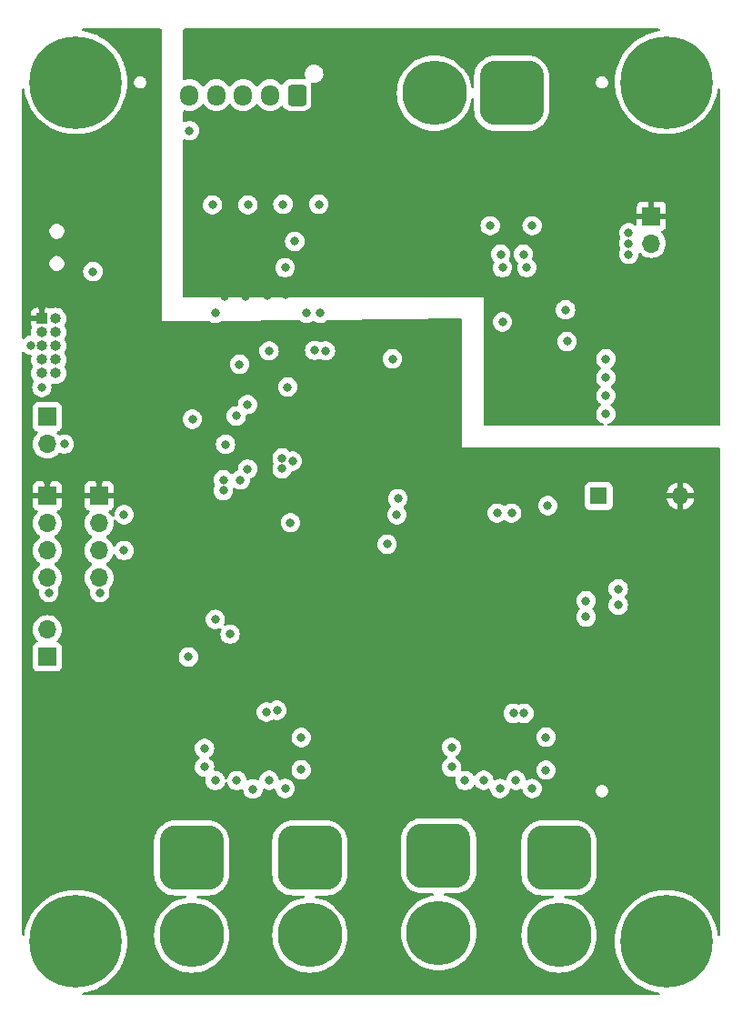
<source format=gbr>
%TF.GenerationSoftware,KiCad,Pcbnew,7.0.10*%
%TF.CreationDate,2024-04-17T23:56:12-04:00*%
%TF.ProjectId,BoardDesign,426f6172-6444-4657-9369-676e2e6b6963,rev?*%
%TF.SameCoordinates,Original*%
%TF.FileFunction,Copper,L3,Inr*%
%TF.FilePolarity,Positive*%
%FSLAX46Y46*%
G04 Gerber Fmt 4.6, Leading zero omitted, Abs format (unit mm)*
G04 Created by KiCad (PCBNEW 7.0.10) date 2024-04-17 23:56:12*
%MOMM*%
%LPD*%
G01*
G04 APERTURE LIST*
G04 Aperture macros list*
%AMRoundRect*
0 Rectangle with rounded corners*
0 $1 Rounding radius*
0 $2 $3 $4 $5 $6 $7 $8 $9 X,Y pos of 4 corners*
0 Add a 4 corners polygon primitive as box body*
4,1,4,$2,$3,$4,$5,$6,$7,$8,$9,$2,$3,0*
0 Add four circle primitives for the rounded corners*
1,1,$1+$1,$2,$3*
1,1,$1+$1,$4,$5*
1,1,$1+$1,$6,$7*
1,1,$1+$1,$8,$9*
0 Add four rect primitives between the rounded corners*
20,1,$1+$1,$2,$3,$4,$5,0*
20,1,$1+$1,$4,$5,$6,$7,0*
20,1,$1+$1,$6,$7,$8,$9,0*
20,1,$1+$1,$8,$9,$2,$3,0*%
G04 Aperture macros list end*
%TA.AperFunction,ComponentPad*%
%ADD10R,1.000000X1.000000*%
%TD*%
%TA.AperFunction,ComponentPad*%
%ADD11O,1.000000X1.000000*%
%TD*%
%TA.AperFunction,ComponentPad*%
%ADD12C,0.900000*%
%TD*%
%TA.AperFunction,ComponentPad*%
%ADD13C,8.600000*%
%TD*%
%TA.AperFunction,ComponentPad*%
%ADD14R,1.700000X1.700000*%
%TD*%
%TA.AperFunction,ComponentPad*%
%ADD15O,1.700000X1.700000*%
%TD*%
%TA.AperFunction,ComponentPad*%
%ADD16RoundRect,1.500000X1.500000X1.500000X-1.500000X1.500000X-1.500000X-1.500000X1.500000X-1.500000X0*%
%TD*%
%TA.AperFunction,ComponentPad*%
%ADD17C,6.000000*%
%TD*%
%TA.AperFunction,ComponentPad*%
%ADD18RoundRect,1.500000X-1.500000X1.500000X-1.500000X-1.500000X1.500000X-1.500000X1.500000X1.500000X0*%
%TD*%
%TA.AperFunction,ComponentPad*%
%ADD19RoundRect,0.250000X0.600000X0.725000X-0.600000X0.725000X-0.600000X-0.725000X0.600000X-0.725000X0*%
%TD*%
%TA.AperFunction,ComponentPad*%
%ADD20O,1.700000X1.950000*%
%TD*%
%TA.AperFunction,ComponentPad*%
%ADD21R,1.600000X1.600000*%
%TD*%
%TA.AperFunction,ComponentPad*%
%ADD22O,1.600000X1.600000*%
%TD*%
%TA.AperFunction,ViaPad*%
%ADD23C,0.800000*%
%TD*%
G04 APERTURE END LIST*
D10*
%TO.N,+3.3V*%
%TO.C,J7*%
X96850000Y-124990000D03*
D11*
%TO.N,SWDIO*%
X98120000Y-124990000D03*
%TO.N,GND*%
X96850000Y-126260000D03*
%TO.N,SWCLK*%
X98120000Y-126260000D03*
%TO.N,GND*%
X96850000Y-127530000D03*
%TO.N,SW0*%
X98120000Y-127530000D03*
%TO.N,unconnected-(J7-Pin_7-Pad7)*%
X96850000Y-128800000D03*
%TO.N,unconnected-(J7-Pin_8-Pad8)*%
X98120000Y-128800000D03*
%TO.N,GND*%
X96850000Y-130070000D03*
%TO.N,NRST*%
X98120000Y-130070000D03*
%TD*%
D12*
%TO.N,GND*%
%TO.C,H2*%
X151775000Y-103000000D03*
X152719581Y-100719581D03*
X152719581Y-105280419D03*
X155000000Y-99775000D03*
D13*
X155000000Y-103000000D03*
D12*
X155000000Y-106225000D03*
X157280419Y-100719581D03*
X157280419Y-105280419D03*
X158225000Y-103000000D03*
%TD*%
D14*
%TO.N,Net-(J6-Pin_1)*%
%TO.C,J6*%
X97359581Y-156491000D03*
D15*
%TO.N,Net-(J6-Pin_2)*%
X97359581Y-153951000D03*
%TD*%
D16*
%TO.N,VDC*%
%TO.C,J8*%
X140600000Y-104000000D03*
D17*
%TO.N,GND*%
X133400000Y-104000000D03*
%TD*%
D18*
%TO.N,Net-(J10-Pin_1)*%
%TO.C,J11*%
X145000000Y-175200000D03*
D17*
%TO.N,Net-(J10-Pin_2)*%
X145000000Y-182400000D03*
%TD*%
D12*
%TO.N,GND*%
%TO.C,H3*%
X96775000Y-183000000D03*
X97719581Y-180719581D03*
X97719581Y-185280419D03*
X100000000Y-179775000D03*
D13*
X100000000Y-183000000D03*
D12*
X100000000Y-186225000D03*
X102280419Y-180719581D03*
X102280419Y-185280419D03*
X103225000Y-183000000D03*
%TD*%
D18*
%TO.N,Net-(J13-Pin_1)*%
%TO.C,J14*%
X121800000Y-175200000D03*
D17*
%TO.N,Net-(J13-Pin_2)*%
X121800000Y-182400000D03*
%TD*%
D14*
%TO.N,+5VD*%
%TO.C,J1*%
X153613581Y-115460000D03*
D15*
%TO.N,GND*%
X153613581Y-118000000D03*
%TD*%
D12*
%TO.N,GND*%
%TO.C,H1*%
X96775000Y-103000000D03*
X97719581Y-100719581D03*
X97719581Y-105280419D03*
X100000000Y-99775000D03*
D13*
X100000000Y-103000000D03*
D12*
X100000000Y-106225000D03*
X102280419Y-100719581D03*
X102280419Y-105280419D03*
X103225000Y-103000000D03*
%TD*%
D14*
%TO.N,+3.3V*%
%TO.C,J2*%
X97359581Y-141505000D03*
D15*
%TO.N,UART3_TX*%
X97359581Y-144045000D03*
%TO.N,UART3_RX*%
X97359581Y-146585000D03*
%TO.N,GND*%
X97359581Y-149125000D03*
%TD*%
D14*
%TO.N,Net-(J5-Pin_1)*%
%TO.C,J5*%
X97359581Y-134139000D03*
D15*
%TO.N,GND*%
X97359581Y-136679000D03*
%TD*%
D19*
%TO.N,Net-(J9-Pin_1)*%
%TO.C,J9*%
X120600000Y-104200000D03*
D20*
%TO.N,Net-(J9-Pin_2)*%
X118100000Y-104200000D03*
%TO.N,Net-(J9-Pin_3)*%
X115600000Y-104200000D03*
%TO.N,/ADC0*%
X113100000Y-104200000D03*
%TO.N,GND*%
X110600000Y-104200000D03*
%TD*%
D14*
%TO.N,+3.3V*%
%TO.C,J4*%
X102185581Y-141505000D03*
D15*
%TO.N,I2C3_SCL*%
X102185581Y-144045000D03*
%TO.N,I2C3_SDA*%
X102185581Y-146585000D03*
%TO.N,GND*%
X102185581Y-149125000D03*
%TD*%
D18*
%TO.N,Net-(J13-Pin_1)*%
%TO.C,J13*%
X110800000Y-175200000D03*
D17*
%TO.N,Net-(J13-Pin_2)*%
X110800000Y-182400000D03*
%TD*%
D18*
%TO.N,Net-(J10-Pin_1)*%
%TO.C,J10*%
X133800000Y-175000000D03*
D17*
%TO.N,Net-(J10-Pin_2)*%
X133800000Y-182200000D03*
%TD*%
D12*
%TO.N,GND*%
%TO.C,H4*%
X151775000Y-183000000D03*
X152719581Y-180719581D03*
X152719581Y-185280419D03*
X155000000Y-179775000D03*
D13*
X155000000Y-183000000D03*
D12*
X155000000Y-186225000D03*
X157280419Y-180719581D03*
X157280419Y-185280419D03*
X158225000Y-183000000D03*
%TD*%
D21*
%TO.N,Net-(D2-K)*%
%TO.C,D2*%
X148690000Y-141500000D03*
D22*
%TO.N,+3.3V*%
X156310000Y-141500000D03*
%TD*%
D23*
%TO.N,GND*%
X110600000Y-107500000D03*
%TO.N,+3.3V*%
X158000000Y-139800000D03*
X156300000Y-139800000D03*
X158000000Y-141500000D03*
X154500000Y-155000000D03*
X155500000Y-153000000D03*
X154500000Y-157000000D03*
X154500000Y-156000003D03*
X154500000Y-153000000D03*
X154500000Y-154000000D03*
%TO.N,GND*%
X151500000Y-119000000D03*
X151500000Y-118000000D03*
X151500000Y-117000000D03*
X143780081Y-167030792D03*
X150520000Y-151667000D03*
X139500000Y-168750000D03*
X115346581Y-140013000D03*
X98929000Y-136679000D03*
X120400000Y-117800000D03*
X96851581Y-131398419D03*
X121000000Y-164000000D03*
X150520000Y-150167000D03*
X147520000Y-151270000D03*
X145750000Y-127125000D03*
X129903419Y-143250000D03*
X142500000Y-168750000D03*
X115250000Y-129250000D03*
X119300000Y-114350000D03*
X135000000Y-166750000D03*
X116050000Y-114400000D03*
X149363581Y-133886419D03*
X149363581Y-130500000D03*
X149363581Y-132160000D03*
X143950000Y-142400000D03*
X112750000Y-114400000D03*
X122650000Y-114350000D03*
X129500000Y-128750000D03*
X113950000Y-136700000D03*
X138600000Y-116350000D03*
X116498907Y-168790470D03*
X120000000Y-144000000D03*
X147520000Y-152770000D03*
X130000000Y-141750000D03*
X119737478Y-131363000D03*
X149363581Y-128750000D03*
X142500000Y-116350000D03*
X95853269Y-127476918D03*
X143780081Y-163969208D03*
X97500000Y-150500000D03*
X119500000Y-120250000D03*
X112000000Y-166750000D03*
X113000000Y-168000000D03*
X139250000Y-143100000D03*
X101607000Y-120617000D03*
X110863000Y-134363000D03*
X140600000Y-143100000D03*
X119500001Y-168750000D03*
X121000000Y-167000000D03*
X102250000Y-150500000D03*
X136250000Y-168000000D03*
%TO.N,+3.3V*%
X97359581Y-140140419D03*
X127271581Y-140078419D03*
X121750000Y-143000000D03*
X118500000Y-130000000D03*
X96851581Y-123851581D03*
X112102419Y-137907000D03*
X101607000Y-116117000D03*
X146000000Y-142000000D03*
X102185581Y-140064419D03*
X108415000Y-146585000D03*
X108455000Y-144045000D03*
X127975883Y-131906753D03*
%TO.N,Net-(C12-Pad1)*%
X114950000Y-134063000D03*
X116004161Y-132995839D03*
%TO.N,+5VD*%
X113850000Y-122950000D03*
X119500000Y-122750000D03*
X113000000Y-117250000D03*
X117850000Y-122850000D03*
X115850000Y-122900000D03*
%TO.N,VDC*%
X139733581Y-120250000D03*
X142000000Y-120250000D03*
X115000000Y-168000000D03*
X137999999Y-167976500D03*
X118000001Y-167976500D03*
X112000000Y-165000000D03*
X135000000Y-164912401D03*
X141000001Y-167976500D03*
%TO.N,Net-(U2-BS)*%
X139750000Y-125300000D03*
X145613581Y-124176497D03*
%TO.N,I2C3_SCL*%
X113750000Y-141000000D03*
X120183593Y-138250367D03*
%TO.N,I2C3_SDA*%
X119221581Y-137977350D03*
X113750000Y-140000000D03*
X104500000Y-146585000D03*
X104500000Y-143250000D03*
%TO.N,Net-(J6-Pin_1)*%
X117758469Y-161629887D03*
X110500000Y-156500000D03*
%TO.N,Fet*%
X113000000Y-153000000D03*
X118743476Y-161457353D03*
X129000000Y-146000000D03*
X141750000Y-161750000D03*
%TO.N,BOOT0*%
X118000000Y-128000000D03*
X113000000Y-124500000D03*
%TO.N,I2C1_SCL*%
X123250000Y-128000000D03*
X122780331Y-124500000D03*
%TO.N,I2C1_SDA*%
X122250000Y-127953729D03*
X121500000Y-124500000D03*
%TO.N,Net-(U2-FB)*%
X139573581Y-119000000D03*
X141683581Y-119000000D03*
%TO.N,LowBat*%
X116000000Y-139000000D03*
X119221581Y-138977309D03*
%TO.N,Net-(J6-Pin_2)*%
X114375000Y-154375000D03*
X140750000Y-161750000D03*
%TD*%
%TA.AperFunction,Conductor*%
%TO.N,+5VD*%
G36*
X154353811Y-98020185D02*
G01*
X154399566Y-98072989D01*
X154409510Y-98142147D01*
X154380485Y-98205703D01*
X154321707Y-98243477D01*
X154308913Y-98246507D01*
X153930704Y-98315142D01*
X153515080Y-98429847D01*
X153515055Y-98429855D01*
X153111386Y-98581354D01*
X153111372Y-98581360D01*
X152722906Y-98768436D01*
X152722904Y-98768437D01*
X152352743Y-98989599D01*
X152003931Y-99243026D01*
X152003914Y-99243039D01*
X151679210Y-99526726D01*
X151679205Y-99526730D01*
X151381237Y-99838379D01*
X151381225Y-99838392D01*
X151112404Y-100175485D01*
X151112394Y-100175498D01*
X150874867Y-100535337D01*
X150874867Y-100535338D01*
X150874864Y-100535343D01*
X150874863Y-100535345D01*
X150853186Y-100575628D01*
X150670537Y-100915044D01*
X150670533Y-100915052D01*
X150501076Y-101311519D01*
X150501073Y-101311527D01*
X150367830Y-101721608D01*
X150271885Y-102141972D01*
X150214006Y-102569253D01*
X150214005Y-102569262D01*
X150194661Y-102999996D01*
X150194661Y-103000003D01*
X150214005Y-103430737D01*
X150214005Y-103430745D01*
X150214006Y-103430747D01*
X150233492Y-103574597D01*
X150271885Y-103858027D01*
X150367830Y-104278391D01*
X150501073Y-104688472D01*
X150501076Y-104688480D01*
X150670533Y-105084947D01*
X150670537Y-105084955D01*
X150730509Y-105196401D01*
X150874863Y-105464655D01*
X150874867Y-105464661D01*
X150874867Y-105464662D01*
X151112394Y-105824501D01*
X151112404Y-105824514D01*
X151381225Y-106161607D01*
X151381235Y-106161618D01*
X151381236Y-106161619D01*
X151679210Y-106473274D01*
X152003920Y-106756965D01*
X152352753Y-107010407D01*
X152722900Y-107231560D01*
X152722903Y-107231561D01*
X152722904Y-107231562D01*
X152722906Y-107231563D01*
X153111372Y-107418639D01*
X153111386Y-107418645D01*
X153515055Y-107570144D01*
X153515059Y-107570145D01*
X153515069Y-107570149D01*
X153930711Y-107684859D01*
X154354964Y-107761850D01*
X154784409Y-107800500D01*
X154784416Y-107800500D01*
X155215584Y-107800500D01*
X155215591Y-107800500D01*
X155645036Y-107761850D01*
X156069289Y-107684859D01*
X156484931Y-107570149D01*
X156888619Y-107418643D01*
X157277100Y-107231560D01*
X157647247Y-107010407D01*
X157996080Y-106756965D01*
X158320790Y-106473274D01*
X158618764Y-106161619D01*
X158695786Y-106065037D01*
X158887595Y-105824514D01*
X158887601Y-105824507D01*
X159125137Y-105464655D01*
X159329461Y-105084958D01*
X159498926Y-104688475D01*
X159632168Y-104278397D01*
X159728115Y-103858026D01*
X159752622Y-103677102D01*
X159781128Y-103613314D01*
X159839595Y-103575061D01*
X159909463Y-103574491D01*
X159968547Y-103611784D01*
X159998090Y-103675101D01*
X159999500Y-103693749D01*
X159999500Y-134876000D01*
X159979815Y-134943039D01*
X159927011Y-134988794D01*
X159875500Y-135000000D01*
X149635541Y-135000000D01*
X149568502Y-134980315D01*
X149522747Y-134927511D01*
X149512803Y-134858353D01*
X149541828Y-134794797D01*
X149600606Y-134757023D01*
X149609761Y-134754710D01*
X149619803Y-134752575D01*
X149643384Y-134747563D01*
X149816311Y-134670570D01*
X149969452Y-134559307D01*
X150096114Y-134418635D01*
X150190760Y-134254703D01*
X150249255Y-134074675D01*
X150269041Y-133886419D01*
X150249255Y-133698163D01*
X150190760Y-133518135D01*
X150096114Y-133354203D01*
X149969452Y-133213531D01*
X149928937Y-133184095D01*
X149845572Y-133123527D01*
X149802906Y-133068197D01*
X149796927Y-132998584D01*
X149829533Y-132936789D01*
X149845559Y-132922900D01*
X149969452Y-132832888D01*
X150096114Y-132692216D01*
X150190760Y-132528284D01*
X150249255Y-132348256D01*
X150269041Y-132160000D01*
X150249255Y-131971744D01*
X150190760Y-131791716D01*
X150096114Y-131627784D01*
X149969452Y-131487112D01*
X149891278Y-131430315D01*
X149848615Y-131374989D01*
X149842636Y-131305375D01*
X149875241Y-131243580D01*
X149891271Y-131229689D01*
X149969452Y-131172888D01*
X150096114Y-131032216D01*
X150190760Y-130868284D01*
X150249255Y-130688256D01*
X150269041Y-130500000D01*
X150249255Y-130311744D01*
X150190760Y-130131716D01*
X150096114Y-129967784D01*
X149969452Y-129827112D01*
X149829343Y-129725317D01*
X149786678Y-129669988D01*
X149780699Y-129600375D01*
X149813304Y-129538580D01*
X149829344Y-129524682D01*
X149969452Y-129422888D01*
X150096114Y-129282216D01*
X150190760Y-129118284D01*
X150249255Y-128938256D01*
X150269041Y-128750000D01*
X150249255Y-128561744D01*
X150190760Y-128381716D01*
X150096114Y-128217784D01*
X149969452Y-128077112D01*
X149969451Y-128077111D01*
X149816315Y-127965851D01*
X149816310Y-127965848D01*
X149643388Y-127888857D01*
X149643383Y-127888855D01*
X149497582Y-127857865D01*
X149458227Y-127849500D01*
X149268935Y-127849500D01*
X149236478Y-127856398D01*
X149083778Y-127888855D01*
X149083773Y-127888857D01*
X148910851Y-127965848D01*
X148910846Y-127965851D01*
X148757710Y-128077111D01*
X148631047Y-128217785D01*
X148536402Y-128381715D01*
X148536399Y-128381722D01*
X148487501Y-128532216D01*
X148477907Y-128561744D01*
X148458121Y-128750000D01*
X148477907Y-128938256D01*
X148477908Y-128938259D01*
X148536399Y-129118277D01*
X148536402Y-129118284D01*
X148631048Y-129282216D01*
X148671473Y-129327112D01*
X148757710Y-129422888D01*
X148897817Y-129524682D01*
X148940483Y-129580012D01*
X148946462Y-129649625D01*
X148913856Y-129711420D01*
X148897817Y-129725318D01*
X148757710Y-129827111D01*
X148631047Y-129967785D01*
X148536402Y-130131715D01*
X148536399Y-130131722D01*
X148477908Y-130311740D01*
X148477907Y-130311744D01*
X148458121Y-130500000D01*
X148477907Y-130688256D01*
X148477908Y-130688259D01*
X148536399Y-130868277D01*
X148536402Y-130868284D01*
X148631048Y-131032216D01*
X148712432Y-131122602D01*
X148757710Y-131172888D01*
X148835880Y-131229682D01*
X148878546Y-131285012D01*
X148884525Y-131354625D01*
X148851919Y-131416420D01*
X148835880Y-131430318D01*
X148757710Y-131487111D01*
X148631047Y-131627785D01*
X148536402Y-131791715D01*
X148536399Y-131791722D01*
X148477908Y-131971740D01*
X148477907Y-131971744D01*
X148458121Y-132160000D01*
X148477907Y-132348256D01*
X148477908Y-132348259D01*
X148536399Y-132528277D01*
X148536402Y-132528284D01*
X148631048Y-132692216D01*
X148699192Y-132767897D01*
X148757710Y-132832888D01*
X148881589Y-132922891D01*
X148924255Y-132978221D01*
X148930234Y-133047834D01*
X148897629Y-133109629D01*
X148881590Y-133123527D01*
X148757708Y-133213532D01*
X148631047Y-133354204D01*
X148536402Y-133518134D01*
X148536399Y-133518141D01*
X148487471Y-133668727D01*
X148477907Y-133698163D01*
X148458121Y-133886419D01*
X148477907Y-134074675D01*
X148477908Y-134074678D01*
X148536399Y-134254696D01*
X148536402Y-134254703D01*
X148631048Y-134418635D01*
X148750461Y-134551256D01*
X148757710Y-134559307D01*
X148910846Y-134670567D01*
X148910851Y-134670570D01*
X149083773Y-134747561D01*
X149083774Y-134747561D01*
X149083778Y-134747563D01*
X149104294Y-134751923D01*
X149117401Y-134754710D01*
X149178883Y-134787902D01*
X149212660Y-134849065D01*
X149208008Y-134918779D01*
X149166404Y-134974912D01*
X149101056Y-134999641D01*
X149091621Y-135000000D01*
X138124000Y-135000000D01*
X138056961Y-134980315D01*
X138011206Y-134927511D01*
X138000000Y-134876000D01*
X138000000Y-127125000D01*
X144844540Y-127125000D01*
X144864326Y-127313256D01*
X144864327Y-127313259D01*
X144922818Y-127493277D01*
X144922821Y-127493284D01*
X145017467Y-127657216D01*
X145144129Y-127797888D01*
X145297265Y-127909148D01*
X145297270Y-127909151D01*
X145470192Y-127986142D01*
X145470197Y-127986144D01*
X145655354Y-128025500D01*
X145655355Y-128025500D01*
X145844644Y-128025500D01*
X145844646Y-128025500D01*
X146029803Y-127986144D01*
X146202730Y-127909151D01*
X146355871Y-127797888D01*
X146482533Y-127657216D01*
X146577179Y-127493284D01*
X146635674Y-127313256D01*
X146655460Y-127125000D01*
X146635674Y-126936744D01*
X146577179Y-126756716D01*
X146482533Y-126592784D01*
X146355871Y-126452112D01*
X146355870Y-126452111D01*
X146202734Y-126340851D01*
X146202729Y-126340848D01*
X146029807Y-126263857D01*
X146029802Y-126263855D01*
X145884001Y-126232865D01*
X145844646Y-126224500D01*
X145655354Y-126224500D01*
X145622897Y-126231398D01*
X145470197Y-126263855D01*
X145470192Y-126263857D01*
X145297270Y-126340848D01*
X145297265Y-126340851D01*
X145144129Y-126452111D01*
X145017466Y-126592785D01*
X144922821Y-126756715D01*
X144922818Y-126756722D01*
X144864327Y-126936740D01*
X144864326Y-126936744D01*
X144844540Y-127125000D01*
X138000000Y-127125000D01*
X138000000Y-125300000D01*
X138844540Y-125300000D01*
X138864326Y-125488256D01*
X138864327Y-125488259D01*
X138922818Y-125668277D01*
X138922821Y-125668284D01*
X139017467Y-125832216D01*
X139144129Y-125972888D01*
X139297265Y-126084148D01*
X139297270Y-126084151D01*
X139470192Y-126161142D01*
X139470197Y-126161144D01*
X139655354Y-126200500D01*
X139655355Y-126200500D01*
X139844644Y-126200500D01*
X139844646Y-126200500D01*
X140029803Y-126161144D01*
X140202730Y-126084151D01*
X140355871Y-125972888D01*
X140482533Y-125832216D01*
X140577179Y-125668284D01*
X140635674Y-125488256D01*
X140655460Y-125300000D01*
X140635674Y-125111744D01*
X140577179Y-124931716D01*
X140482533Y-124767784D01*
X140355871Y-124627112D01*
X140355870Y-124627111D01*
X140202734Y-124515851D01*
X140202729Y-124515848D01*
X140029807Y-124438857D01*
X140029802Y-124438855D01*
X139884001Y-124407865D01*
X139844646Y-124399500D01*
X139655354Y-124399500D01*
X139622897Y-124406398D01*
X139470197Y-124438855D01*
X139470192Y-124438857D01*
X139297270Y-124515848D01*
X139297265Y-124515851D01*
X139144129Y-124627111D01*
X139017466Y-124767785D01*
X138922821Y-124931715D01*
X138922818Y-124931722D01*
X138875616Y-125076997D01*
X138864326Y-125111744D01*
X138844540Y-125300000D01*
X138000000Y-125300000D01*
X138000000Y-124176497D01*
X144708121Y-124176497D01*
X144727907Y-124364753D01*
X144727908Y-124364756D01*
X144786399Y-124544774D01*
X144786402Y-124544781D01*
X144881048Y-124708713D01*
X144934236Y-124767784D01*
X145007710Y-124849385D01*
X145160846Y-124960645D01*
X145160851Y-124960648D01*
X145333773Y-125037639D01*
X145333778Y-125037641D01*
X145518935Y-125076997D01*
X145518936Y-125076997D01*
X145708225Y-125076997D01*
X145708227Y-125076997D01*
X145893384Y-125037641D01*
X146066311Y-124960648D01*
X146219452Y-124849385D01*
X146346114Y-124708713D01*
X146440760Y-124544781D01*
X146499255Y-124364753D01*
X146519041Y-124176497D01*
X146499255Y-123988241D01*
X146440760Y-123808213D01*
X146346114Y-123644281D01*
X146219452Y-123503609D01*
X146219451Y-123503608D01*
X146066315Y-123392348D01*
X146066310Y-123392345D01*
X145893388Y-123315354D01*
X145893383Y-123315352D01*
X145747582Y-123284362D01*
X145708227Y-123275997D01*
X145518935Y-123275997D01*
X145486478Y-123282895D01*
X145333778Y-123315352D01*
X145333773Y-123315354D01*
X145160851Y-123392345D01*
X145160846Y-123392348D01*
X145007710Y-123503608D01*
X144881047Y-123644282D01*
X144786402Y-123808212D01*
X144786399Y-123808219D01*
X144734554Y-123967784D01*
X144727907Y-123988241D01*
X144708121Y-124176497D01*
X138000000Y-124176497D01*
X138000000Y-123000000D01*
X110124000Y-123000000D01*
X110056961Y-122980315D01*
X110011206Y-122927511D01*
X110000000Y-122876000D01*
X110000000Y-120250000D01*
X118594540Y-120250000D01*
X118614326Y-120438256D01*
X118614327Y-120438259D01*
X118672818Y-120618277D01*
X118672821Y-120618284D01*
X118767467Y-120782216D01*
X118894129Y-120922888D01*
X119047265Y-121034148D01*
X119047270Y-121034151D01*
X119220192Y-121111142D01*
X119220197Y-121111144D01*
X119405354Y-121150500D01*
X119405355Y-121150500D01*
X119594644Y-121150500D01*
X119594646Y-121150500D01*
X119779803Y-121111144D01*
X119952730Y-121034151D01*
X120105871Y-120922888D01*
X120232533Y-120782216D01*
X120327179Y-120618284D01*
X120385674Y-120438256D01*
X120405460Y-120250000D01*
X120385674Y-120061744D01*
X120327179Y-119881716D01*
X120232533Y-119717784D01*
X120105871Y-119577112D01*
X120056126Y-119540970D01*
X119952734Y-119465851D01*
X119952729Y-119465848D01*
X119779807Y-119388857D01*
X119779802Y-119388855D01*
X119623622Y-119355659D01*
X119594646Y-119349500D01*
X119405354Y-119349500D01*
X119376378Y-119355659D01*
X119220197Y-119388855D01*
X119220192Y-119388857D01*
X119047270Y-119465848D01*
X119047265Y-119465851D01*
X118894129Y-119577111D01*
X118767466Y-119717785D01*
X118672821Y-119881715D01*
X118672818Y-119881722D01*
X118614327Y-120061740D01*
X118614326Y-120061744D01*
X118594540Y-120250000D01*
X110000000Y-120250000D01*
X110000000Y-119000000D01*
X138668121Y-119000000D01*
X138687907Y-119188256D01*
X138687908Y-119188259D01*
X138746399Y-119368277D01*
X138746402Y-119368284D01*
X138841048Y-119532216D01*
X138943535Y-119646040D01*
X138973764Y-119709028D01*
X138965139Y-119778363D01*
X138958772Y-119791008D01*
X138906401Y-119881718D01*
X138906399Y-119881722D01*
X138847908Y-120061740D01*
X138847907Y-120061744D01*
X138828121Y-120250000D01*
X138847907Y-120438256D01*
X138847908Y-120438259D01*
X138906399Y-120618277D01*
X138906402Y-120618284D01*
X139001048Y-120782216D01*
X139127710Y-120922888D01*
X139280846Y-121034148D01*
X139280851Y-121034151D01*
X139453773Y-121111142D01*
X139453778Y-121111144D01*
X139638935Y-121150500D01*
X139638936Y-121150500D01*
X139828225Y-121150500D01*
X139828227Y-121150500D01*
X140013384Y-121111144D01*
X140186311Y-121034151D01*
X140339452Y-120922888D01*
X140466114Y-120782216D01*
X140560760Y-120618284D01*
X140619255Y-120438256D01*
X140639041Y-120250000D01*
X140619255Y-120061744D01*
X140560760Y-119881716D01*
X140466114Y-119717784D01*
X140363626Y-119603960D01*
X140333397Y-119540970D01*
X140342022Y-119471634D01*
X140348375Y-119459016D01*
X140400760Y-119368284D01*
X140459255Y-119188256D01*
X140479041Y-119000000D01*
X140778121Y-119000000D01*
X140797907Y-119188256D01*
X140797908Y-119188259D01*
X140856399Y-119368277D01*
X140856402Y-119368284D01*
X140951048Y-119532216D01*
X140991472Y-119577111D01*
X141077710Y-119672888D01*
X141139325Y-119717654D01*
X141181991Y-119772984D01*
X141187970Y-119842597D01*
X141175421Y-119875763D01*
X141175463Y-119875782D01*
X141175136Y-119876515D01*
X141173832Y-119879963D01*
X141172823Y-119881709D01*
X141172820Y-119881717D01*
X141114327Y-120061740D01*
X141114326Y-120061744D01*
X141094540Y-120250000D01*
X141114326Y-120438256D01*
X141114327Y-120438259D01*
X141172818Y-120618277D01*
X141172821Y-120618284D01*
X141267467Y-120782216D01*
X141394129Y-120922888D01*
X141547265Y-121034148D01*
X141547270Y-121034151D01*
X141720192Y-121111142D01*
X141720197Y-121111144D01*
X141905354Y-121150500D01*
X141905355Y-121150500D01*
X142094644Y-121150500D01*
X142094646Y-121150500D01*
X142279803Y-121111144D01*
X142452730Y-121034151D01*
X142605871Y-120922888D01*
X142732533Y-120782216D01*
X142827179Y-120618284D01*
X142885674Y-120438256D01*
X142905460Y-120250000D01*
X142885674Y-120061744D01*
X142827179Y-119881716D01*
X142732533Y-119717784D01*
X142605871Y-119577112D01*
X142544253Y-119532344D01*
X142501589Y-119477015D01*
X142495610Y-119407402D01*
X142508161Y-119374233D01*
X142508119Y-119374214D01*
X142508452Y-119373465D01*
X142509753Y-119370027D01*
X142510760Y-119368284D01*
X142569255Y-119188256D01*
X142589041Y-119000000D01*
X150594540Y-119000000D01*
X150614326Y-119188256D01*
X150614327Y-119188259D01*
X150672818Y-119368277D01*
X150672821Y-119368284D01*
X150767467Y-119532216D01*
X150807891Y-119577111D01*
X150894129Y-119672888D01*
X151047265Y-119784148D01*
X151047270Y-119784151D01*
X151220192Y-119861142D01*
X151220197Y-119861144D01*
X151405354Y-119900500D01*
X151405355Y-119900500D01*
X151594644Y-119900500D01*
X151594646Y-119900500D01*
X151779803Y-119861144D01*
X151952730Y-119784151D01*
X152105871Y-119672888D01*
X152232533Y-119532216D01*
X152327179Y-119368284D01*
X152385674Y-119188256D01*
X152405460Y-119000000D01*
X152405459Y-118999998D01*
X152406139Y-118993537D01*
X152407645Y-118993695D01*
X152425145Y-118934098D01*
X152477949Y-118888343D01*
X152547107Y-118878399D01*
X152610663Y-118907424D01*
X152617141Y-118913456D01*
X152742180Y-119038495D01*
X152838965Y-119106265D01*
X152935746Y-119174032D01*
X152935748Y-119174033D01*
X152935751Y-119174035D01*
X153149918Y-119273903D01*
X153378173Y-119335063D01*
X153543185Y-119349500D01*
X153613580Y-119355659D01*
X153613581Y-119355659D01*
X153613582Y-119355659D01*
X153652815Y-119352226D01*
X153848989Y-119335063D01*
X154077244Y-119273903D01*
X154291411Y-119174035D01*
X154484982Y-119038495D01*
X154652076Y-118871401D01*
X154787616Y-118677830D01*
X154887484Y-118463663D01*
X154948644Y-118235408D01*
X154969240Y-118000000D01*
X154948644Y-117764592D01*
X154887484Y-117536337D01*
X154787616Y-117322171D01*
X154709874Y-117211144D01*
X154652077Y-117128600D01*
X154650588Y-117127111D01*
X154529760Y-117006283D01*
X154496277Y-116944963D01*
X154501261Y-116875271D01*
X154543132Y-116819337D01*
X154574110Y-116802422D01*
X154705667Y-116753354D01*
X154705674Y-116753350D01*
X154820768Y-116667190D01*
X154820771Y-116667187D01*
X154906931Y-116552093D01*
X154906935Y-116552086D01*
X154957177Y-116417379D01*
X154957179Y-116417372D01*
X154963580Y-116357844D01*
X154963581Y-116357827D01*
X154963581Y-115710000D01*
X154047267Y-115710000D01*
X154073074Y-115669844D01*
X154113581Y-115531889D01*
X154113581Y-115388111D01*
X154073074Y-115250156D01*
X154047267Y-115210000D01*
X154963581Y-115210000D01*
X154963581Y-114562172D01*
X154963580Y-114562155D01*
X154957179Y-114502627D01*
X154957177Y-114502620D01*
X154906935Y-114367913D01*
X154906931Y-114367906D01*
X154820771Y-114252812D01*
X154820768Y-114252809D01*
X154705674Y-114166649D01*
X154705667Y-114166645D01*
X154570960Y-114116403D01*
X154570953Y-114116401D01*
X154511425Y-114110000D01*
X153863581Y-114110000D01*
X153863581Y-115024498D01*
X153755896Y-114975320D01*
X153649344Y-114960000D01*
X153577818Y-114960000D01*
X153471266Y-114975320D01*
X153363581Y-115024498D01*
X153363581Y-114110000D01*
X152715736Y-114110000D01*
X152656208Y-114116401D01*
X152656201Y-114116403D01*
X152521494Y-114166645D01*
X152521487Y-114166649D01*
X152406393Y-114252809D01*
X152406390Y-114252812D01*
X152320230Y-114367906D01*
X152320226Y-114367913D01*
X152269984Y-114502620D01*
X152269982Y-114502627D01*
X152263581Y-114562155D01*
X152263581Y-115210000D01*
X153179895Y-115210000D01*
X153154088Y-115250156D01*
X153113581Y-115388111D01*
X153113581Y-115531889D01*
X153154088Y-115669844D01*
X153179895Y-115710000D01*
X152263581Y-115710000D01*
X152263581Y-116198331D01*
X152243896Y-116265370D01*
X152191092Y-116311125D01*
X152121934Y-116321069D01*
X152066696Y-116298649D01*
X151952734Y-116215851D01*
X151952729Y-116215848D01*
X151779807Y-116138857D01*
X151779802Y-116138855D01*
X151634001Y-116107865D01*
X151594646Y-116099500D01*
X151405354Y-116099500D01*
X151372897Y-116106398D01*
X151220197Y-116138855D01*
X151220192Y-116138857D01*
X151047270Y-116215848D01*
X151047265Y-116215851D01*
X150894129Y-116327111D01*
X150767466Y-116467785D01*
X150672821Y-116631715D01*
X150672818Y-116631722D01*
X150633299Y-116753350D01*
X150614326Y-116811744D01*
X150594540Y-117000000D01*
X150614326Y-117188256D01*
X150614327Y-117188259D01*
X150672818Y-117368277D01*
X150672820Y-117368281D01*
X150672821Y-117368284D01*
X150709443Y-117431715D01*
X150713072Y-117438001D01*
X150729543Y-117505901D01*
X150713072Y-117561999D01*
X150672820Y-117631718D01*
X150672818Y-117631722D01*
X150629645Y-117764596D01*
X150614326Y-117811744D01*
X150594540Y-118000000D01*
X150614326Y-118188256D01*
X150614327Y-118188259D01*
X150672818Y-118368277D01*
X150672820Y-118368281D01*
X150672821Y-118368284D01*
X150713072Y-118438001D01*
X150729543Y-118505901D01*
X150713072Y-118561999D01*
X150672820Y-118631718D01*
X150672818Y-118631722D01*
X150614327Y-118811740D01*
X150614326Y-118811744D01*
X150594540Y-119000000D01*
X142589041Y-119000000D01*
X142569255Y-118811744D01*
X142510760Y-118631716D01*
X142416114Y-118467784D01*
X142289452Y-118327112D01*
X142289451Y-118327111D01*
X142136315Y-118215851D01*
X142136310Y-118215848D01*
X141963388Y-118138857D01*
X141963383Y-118138855D01*
X141817582Y-118107865D01*
X141778227Y-118099500D01*
X141588935Y-118099500D01*
X141556478Y-118106398D01*
X141403778Y-118138855D01*
X141403773Y-118138857D01*
X141230851Y-118215848D01*
X141230846Y-118215851D01*
X141077710Y-118327111D01*
X140951047Y-118467785D01*
X140856402Y-118631715D01*
X140856399Y-118631722D01*
X140797908Y-118811740D01*
X140797907Y-118811744D01*
X140778121Y-119000000D01*
X140479041Y-119000000D01*
X140459255Y-118811744D01*
X140400760Y-118631716D01*
X140306114Y-118467784D01*
X140179452Y-118327112D01*
X140179451Y-118327111D01*
X140026315Y-118215851D01*
X140026310Y-118215848D01*
X139853388Y-118138857D01*
X139853383Y-118138855D01*
X139707582Y-118107865D01*
X139668227Y-118099500D01*
X139478935Y-118099500D01*
X139446478Y-118106398D01*
X139293778Y-118138855D01*
X139293773Y-118138857D01*
X139120851Y-118215848D01*
X139120846Y-118215851D01*
X138967710Y-118327111D01*
X138841047Y-118467785D01*
X138746402Y-118631715D01*
X138746399Y-118631722D01*
X138687908Y-118811740D01*
X138687907Y-118811744D01*
X138668121Y-119000000D01*
X110000000Y-119000000D01*
X110000000Y-117800000D01*
X119494540Y-117800000D01*
X119514326Y-117988256D01*
X119514327Y-117988259D01*
X119572818Y-118168277D01*
X119572821Y-118168284D01*
X119667467Y-118332216D01*
X119762717Y-118438001D01*
X119794129Y-118472888D01*
X119947265Y-118584148D01*
X119947270Y-118584151D01*
X120120192Y-118661142D01*
X120120197Y-118661144D01*
X120305354Y-118700500D01*
X120305355Y-118700500D01*
X120494644Y-118700500D01*
X120494646Y-118700500D01*
X120679803Y-118661144D01*
X120852730Y-118584151D01*
X121005871Y-118472888D01*
X121132533Y-118332216D01*
X121227179Y-118168284D01*
X121285674Y-117988256D01*
X121305460Y-117800000D01*
X121285674Y-117611744D01*
X121227179Y-117431716D01*
X121132533Y-117267784D01*
X121005871Y-117127112D01*
X121005870Y-117127111D01*
X120852734Y-117015851D01*
X120852729Y-117015848D01*
X120679807Y-116938857D01*
X120679802Y-116938855D01*
X120534001Y-116907865D01*
X120494646Y-116899500D01*
X120305354Y-116899500D01*
X120272897Y-116906398D01*
X120120197Y-116938855D01*
X120120192Y-116938857D01*
X119947270Y-117015848D01*
X119947265Y-117015851D01*
X119794129Y-117127111D01*
X119667466Y-117267785D01*
X119572821Y-117431715D01*
X119572818Y-117431722D01*
X119530489Y-117561999D01*
X119514326Y-117611744D01*
X119494540Y-117800000D01*
X110000000Y-117800000D01*
X110000000Y-116350000D01*
X137694540Y-116350000D01*
X137714326Y-116538256D01*
X137714327Y-116538259D01*
X137772818Y-116718277D01*
X137772821Y-116718284D01*
X137867467Y-116882216D01*
X137987790Y-117015848D01*
X137994129Y-117022888D01*
X138147265Y-117134148D01*
X138147270Y-117134151D01*
X138320192Y-117211142D01*
X138320197Y-117211144D01*
X138505354Y-117250500D01*
X138505355Y-117250500D01*
X138694644Y-117250500D01*
X138694646Y-117250500D01*
X138879803Y-117211144D01*
X139052730Y-117134151D01*
X139205871Y-117022888D01*
X139332533Y-116882216D01*
X139427179Y-116718284D01*
X139485674Y-116538256D01*
X139505460Y-116350000D01*
X141594540Y-116350000D01*
X141614326Y-116538256D01*
X141614327Y-116538259D01*
X141672818Y-116718277D01*
X141672821Y-116718284D01*
X141767467Y-116882216D01*
X141887790Y-117015848D01*
X141894129Y-117022888D01*
X142047265Y-117134148D01*
X142047270Y-117134151D01*
X142220192Y-117211142D01*
X142220197Y-117211144D01*
X142405354Y-117250500D01*
X142405355Y-117250500D01*
X142594644Y-117250500D01*
X142594646Y-117250500D01*
X142779803Y-117211144D01*
X142952730Y-117134151D01*
X143105871Y-117022888D01*
X143232533Y-116882216D01*
X143327179Y-116718284D01*
X143385674Y-116538256D01*
X143405460Y-116350000D01*
X143385674Y-116161744D01*
X143327179Y-115981716D01*
X143232533Y-115817784D01*
X143105871Y-115677112D01*
X143105870Y-115677111D01*
X142952734Y-115565851D01*
X142952729Y-115565848D01*
X142779807Y-115488857D01*
X142779802Y-115488855D01*
X142634001Y-115457865D01*
X142594646Y-115449500D01*
X142405354Y-115449500D01*
X142372897Y-115456398D01*
X142220197Y-115488855D01*
X142220192Y-115488857D01*
X142047270Y-115565848D01*
X142047265Y-115565851D01*
X141894129Y-115677111D01*
X141767466Y-115817785D01*
X141672821Y-115981715D01*
X141672818Y-115981722D01*
X141621762Y-116138857D01*
X141614326Y-116161744D01*
X141594540Y-116350000D01*
X139505460Y-116350000D01*
X139485674Y-116161744D01*
X139427179Y-115981716D01*
X139332533Y-115817784D01*
X139205871Y-115677112D01*
X139205870Y-115677111D01*
X139052734Y-115565851D01*
X139052729Y-115565848D01*
X138879807Y-115488857D01*
X138879802Y-115488855D01*
X138734001Y-115457865D01*
X138694646Y-115449500D01*
X138505354Y-115449500D01*
X138472897Y-115456398D01*
X138320197Y-115488855D01*
X138320192Y-115488857D01*
X138147270Y-115565848D01*
X138147265Y-115565851D01*
X137994129Y-115677111D01*
X137867466Y-115817785D01*
X137772821Y-115981715D01*
X137772818Y-115981722D01*
X137721762Y-116138857D01*
X137714326Y-116161744D01*
X137694540Y-116350000D01*
X110000000Y-116350000D01*
X110000000Y-114400000D01*
X111844540Y-114400000D01*
X111864326Y-114588256D01*
X111864327Y-114588259D01*
X111922818Y-114768277D01*
X111922821Y-114768284D01*
X112017467Y-114932216D01*
X112099109Y-115022888D01*
X112144129Y-115072888D01*
X112297265Y-115184148D01*
X112297270Y-115184151D01*
X112470192Y-115261142D01*
X112470197Y-115261144D01*
X112655354Y-115300500D01*
X112655355Y-115300500D01*
X112844644Y-115300500D01*
X112844646Y-115300500D01*
X113029803Y-115261144D01*
X113202730Y-115184151D01*
X113355871Y-115072888D01*
X113482533Y-114932216D01*
X113577179Y-114768284D01*
X113635674Y-114588256D01*
X113655460Y-114400000D01*
X115144540Y-114400000D01*
X115164326Y-114588256D01*
X115164327Y-114588259D01*
X115222818Y-114768277D01*
X115222821Y-114768284D01*
X115317467Y-114932216D01*
X115399109Y-115022888D01*
X115444129Y-115072888D01*
X115597265Y-115184148D01*
X115597270Y-115184151D01*
X115770192Y-115261142D01*
X115770197Y-115261144D01*
X115955354Y-115300500D01*
X115955355Y-115300500D01*
X116144644Y-115300500D01*
X116144646Y-115300500D01*
X116329803Y-115261144D01*
X116502730Y-115184151D01*
X116655871Y-115072888D01*
X116782533Y-114932216D01*
X116877179Y-114768284D01*
X116935674Y-114588256D01*
X116955460Y-114400000D01*
X116950205Y-114350000D01*
X118394540Y-114350000D01*
X118414326Y-114538256D01*
X118414327Y-114538259D01*
X118472818Y-114718277D01*
X118472821Y-114718284D01*
X118567467Y-114882216D01*
X118694129Y-115022888D01*
X118847265Y-115134148D01*
X118847270Y-115134151D01*
X119020192Y-115211142D01*
X119020197Y-115211144D01*
X119205354Y-115250500D01*
X119205355Y-115250500D01*
X119394644Y-115250500D01*
X119394646Y-115250500D01*
X119579803Y-115211144D01*
X119752730Y-115134151D01*
X119905871Y-115022888D01*
X120032533Y-114882216D01*
X120127179Y-114718284D01*
X120185674Y-114538256D01*
X120205460Y-114350000D01*
X121744540Y-114350000D01*
X121764326Y-114538256D01*
X121764327Y-114538259D01*
X121822818Y-114718277D01*
X121822821Y-114718284D01*
X121917467Y-114882216D01*
X122044129Y-115022888D01*
X122197265Y-115134148D01*
X122197270Y-115134151D01*
X122370192Y-115211142D01*
X122370197Y-115211144D01*
X122555354Y-115250500D01*
X122555355Y-115250500D01*
X122744644Y-115250500D01*
X122744646Y-115250500D01*
X122929803Y-115211144D01*
X123102730Y-115134151D01*
X123255871Y-115022888D01*
X123382533Y-114882216D01*
X123477179Y-114718284D01*
X123535674Y-114538256D01*
X123555460Y-114350000D01*
X123535674Y-114161744D01*
X123477179Y-113981716D01*
X123382533Y-113817784D01*
X123255871Y-113677112D01*
X123255870Y-113677111D01*
X123102734Y-113565851D01*
X123102729Y-113565848D01*
X122929807Y-113488857D01*
X122929802Y-113488855D01*
X122784001Y-113457865D01*
X122744646Y-113449500D01*
X122555354Y-113449500D01*
X122522897Y-113456398D01*
X122370197Y-113488855D01*
X122370192Y-113488857D01*
X122197270Y-113565848D01*
X122197265Y-113565851D01*
X122044129Y-113677111D01*
X121917466Y-113817785D01*
X121822821Y-113981715D01*
X121822818Y-113981722D01*
X121779058Y-114116403D01*
X121764326Y-114161744D01*
X121744540Y-114350000D01*
X120205460Y-114350000D01*
X120185674Y-114161744D01*
X120127179Y-113981716D01*
X120032533Y-113817784D01*
X119905871Y-113677112D01*
X119905870Y-113677111D01*
X119752734Y-113565851D01*
X119752729Y-113565848D01*
X119579807Y-113488857D01*
X119579802Y-113488855D01*
X119434001Y-113457865D01*
X119394646Y-113449500D01*
X119205354Y-113449500D01*
X119172897Y-113456398D01*
X119020197Y-113488855D01*
X119020192Y-113488857D01*
X118847270Y-113565848D01*
X118847265Y-113565851D01*
X118694129Y-113677111D01*
X118567466Y-113817785D01*
X118472821Y-113981715D01*
X118472818Y-113981722D01*
X118429058Y-114116403D01*
X118414326Y-114161744D01*
X118394540Y-114350000D01*
X116950205Y-114350000D01*
X116935674Y-114211744D01*
X116877179Y-114031716D01*
X116782533Y-113867784D01*
X116655871Y-113727112D01*
X116587052Y-113677112D01*
X116502734Y-113615851D01*
X116502729Y-113615848D01*
X116329807Y-113538857D01*
X116329802Y-113538855D01*
X116184001Y-113507865D01*
X116144646Y-113499500D01*
X115955354Y-113499500D01*
X115922897Y-113506398D01*
X115770197Y-113538855D01*
X115770192Y-113538857D01*
X115597270Y-113615848D01*
X115597265Y-113615851D01*
X115444129Y-113727111D01*
X115317466Y-113867785D01*
X115222821Y-114031715D01*
X115222818Y-114031722D01*
X115178978Y-114166649D01*
X115164326Y-114211744D01*
X115144540Y-114400000D01*
X113655460Y-114400000D01*
X113635674Y-114211744D01*
X113577179Y-114031716D01*
X113482533Y-113867784D01*
X113355871Y-113727112D01*
X113287052Y-113677112D01*
X113202734Y-113615851D01*
X113202729Y-113615848D01*
X113029807Y-113538857D01*
X113029802Y-113538855D01*
X112884001Y-113507865D01*
X112844646Y-113499500D01*
X112655354Y-113499500D01*
X112622897Y-113506398D01*
X112470197Y-113538855D01*
X112470192Y-113538857D01*
X112297270Y-113615848D01*
X112297265Y-113615851D01*
X112144129Y-113727111D01*
X112017466Y-113867785D01*
X111922821Y-114031715D01*
X111922818Y-114031722D01*
X111878978Y-114166649D01*
X111864326Y-114211744D01*
X111844540Y-114400000D01*
X110000000Y-114400000D01*
X110000000Y-108409525D01*
X110019685Y-108342486D01*
X110072489Y-108296731D01*
X110141647Y-108286787D01*
X110174434Y-108296245D01*
X110320197Y-108361144D01*
X110505354Y-108400500D01*
X110505355Y-108400500D01*
X110694644Y-108400500D01*
X110694646Y-108400500D01*
X110879803Y-108361144D01*
X111052730Y-108284151D01*
X111205871Y-108172888D01*
X111332533Y-108032216D01*
X111427179Y-107868284D01*
X111485674Y-107688256D01*
X111505460Y-107500000D01*
X111485674Y-107311744D01*
X111427179Y-107131716D01*
X111332533Y-106967784D01*
X111205871Y-106827112D01*
X111187005Y-106813405D01*
X111052734Y-106715851D01*
X111052729Y-106715848D01*
X110879807Y-106638857D01*
X110879802Y-106638855D01*
X110720296Y-106604952D01*
X110694646Y-106599500D01*
X110505354Y-106599500D01*
X110479737Y-106604945D01*
X110320197Y-106638855D01*
X110320192Y-106638857D01*
X110174436Y-106703753D01*
X110105186Y-106713038D01*
X110041909Y-106683410D01*
X110004696Y-106624275D01*
X110000000Y-106590474D01*
X110000000Y-105723971D01*
X110019685Y-105656932D01*
X110072489Y-105611177D01*
X110141647Y-105601233D01*
X110156084Y-105604194D01*
X110364592Y-105660063D01*
X110541034Y-105675500D01*
X110599999Y-105680659D01*
X110600000Y-105680659D01*
X110600001Y-105680659D01*
X110658966Y-105675500D01*
X110835408Y-105660063D01*
X111063663Y-105598903D01*
X111277829Y-105499035D01*
X111471401Y-105363495D01*
X111638495Y-105196401D01*
X111748426Y-105039401D01*
X111803001Y-104995778D01*
X111872500Y-104988584D01*
X111934855Y-105020106D01*
X111951571Y-105039398D01*
X111983470Y-105084955D01*
X112061506Y-105196403D01*
X112228597Y-105363493D01*
X112228599Y-105363495D01*
X112271675Y-105393657D01*
X112422165Y-105499032D01*
X112422167Y-105499033D01*
X112422170Y-105499035D01*
X112636337Y-105598903D01*
X112636343Y-105598904D01*
X112636344Y-105598905D01*
X112656091Y-105604196D01*
X112864592Y-105660063D01*
X113041034Y-105675500D01*
X113099999Y-105680659D01*
X113100000Y-105680659D01*
X113100001Y-105680659D01*
X113158966Y-105675500D01*
X113335408Y-105660063D01*
X113563663Y-105598903D01*
X113777829Y-105499035D01*
X113971401Y-105363495D01*
X114138495Y-105196401D01*
X114248426Y-105039401D01*
X114303001Y-104995778D01*
X114372500Y-104988584D01*
X114434855Y-105020106D01*
X114451571Y-105039398D01*
X114483470Y-105084955D01*
X114561506Y-105196403D01*
X114728597Y-105363493D01*
X114728599Y-105363495D01*
X114771675Y-105393657D01*
X114922165Y-105499032D01*
X114922167Y-105499033D01*
X114922170Y-105499035D01*
X115136337Y-105598903D01*
X115136343Y-105598904D01*
X115136344Y-105598905D01*
X115156091Y-105604196D01*
X115364592Y-105660063D01*
X115541034Y-105675500D01*
X115599999Y-105680659D01*
X115600000Y-105680659D01*
X115600001Y-105680659D01*
X115658966Y-105675500D01*
X115835408Y-105660063D01*
X116063663Y-105598903D01*
X116277829Y-105499035D01*
X116471401Y-105363495D01*
X116638495Y-105196401D01*
X116748426Y-105039401D01*
X116803001Y-104995778D01*
X116872500Y-104988584D01*
X116934855Y-105020106D01*
X116951571Y-105039398D01*
X116983470Y-105084955D01*
X117061506Y-105196403D01*
X117228597Y-105363493D01*
X117228599Y-105363495D01*
X117271675Y-105393657D01*
X117422165Y-105499032D01*
X117422167Y-105499033D01*
X117422170Y-105499035D01*
X117636337Y-105598903D01*
X117636343Y-105598904D01*
X117636344Y-105598905D01*
X117656091Y-105604196D01*
X117864592Y-105660063D01*
X118041034Y-105675500D01*
X118099999Y-105680659D01*
X118100000Y-105680659D01*
X118100001Y-105680659D01*
X118158966Y-105675500D01*
X118335408Y-105660063D01*
X118563663Y-105598903D01*
X118777829Y-105499035D01*
X118971401Y-105363495D01*
X119118602Y-105216293D01*
X119179924Y-105182810D01*
X119249615Y-105187794D01*
X119305549Y-105229665D01*
X119311821Y-105238879D01*
X119315186Y-105244334D01*
X119407288Y-105393656D01*
X119531344Y-105517712D01*
X119680666Y-105609814D01*
X119847203Y-105664999D01*
X119949991Y-105675500D01*
X121250008Y-105675499D01*
X121352797Y-105664999D01*
X121519334Y-105609814D01*
X121668656Y-105517712D01*
X121792712Y-105393656D01*
X121884814Y-105244334D01*
X121939999Y-105077797D01*
X121950500Y-104975009D01*
X121950499Y-104000000D01*
X129894696Y-104000000D01*
X129913898Y-104366405D01*
X129931124Y-104475165D01*
X129971295Y-104728794D01*
X130042833Y-104995778D01*
X130066260Y-105083206D01*
X130197746Y-105425739D01*
X130364320Y-105752656D01*
X130564147Y-106060364D01*
X130646132Y-106161607D01*
X130795051Y-106345506D01*
X131054494Y-106604949D01*
X131096366Y-106638856D01*
X131339635Y-106835852D01*
X131647343Y-107035679D01*
X131647348Y-107035682D01*
X131974264Y-107202255D01*
X132316801Y-107333742D01*
X132671206Y-107428705D01*
X133033596Y-107486102D01*
X133379734Y-107504241D01*
X133399999Y-107505304D01*
X133400000Y-107505304D01*
X133400001Y-107505304D01*
X133419203Y-107504297D01*
X133766404Y-107486102D01*
X134128794Y-107428705D01*
X134483199Y-107333742D01*
X134825736Y-107202255D01*
X135152652Y-107035682D01*
X135460366Y-106835851D01*
X135745506Y-106604949D01*
X136004949Y-106345506D01*
X136235851Y-106060366D01*
X136435682Y-105752652D01*
X136602255Y-105425736D01*
X136733742Y-105083199D01*
X136828705Y-104728794D01*
X136853027Y-104575230D01*
X136882956Y-104512096D01*
X136942268Y-104475165D01*
X137012130Y-104476163D01*
X137070363Y-104514773D01*
X137098477Y-104578736D01*
X137099500Y-104594629D01*
X137099500Y-105571450D01*
X137114804Y-105785433D01*
X137175628Y-106065037D01*
X137175630Y-106065043D01*
X137175631Y-106065046D01*
X137275633Y-106333161D01*
X137275635Y-106333166D01*
X137412770Y-106584309D01*
X137412775Y-106584317D01*
X137584254Y-106813387D01*
X137584270Y-106813405D01*
X137786594Y-107015729D01*
X137786612Y-107015745D01*
X138015682Y-107187224D01*
X138015690Y-107187229D01*
X138266833Y-107324364D01*
X138266832Y-107324364D01*
X138266836Y-107324365D01*
X138266839Y-107324367D01*
X138534954Y-107424369D01*
X138534960Y-107424370D01*
X138534962Y-107424371D01*
X138814566Y-107485195D01*
X138814568Y-107485195D01*
X138814572Y-107485196D01*
X139028552Y-107500500D01*
X142171448Y-107500500D01*
X142385428Y-107485196D01*
X142665046Y-107424369D01*
X142933161Y-107324367D01*
X143184315Y-107187226D01*
X143413395Y-107015739D01*
X143615739Y-106813395D01*
X143787226Y-106584315D01*
X143924367Y-106333161D01*
X144024369Y-106065046D01*
X144085196Y-105785428D01*
X144100500Y-105571448D01*
X144100500Y-103000000D01*
X148418525Y-103000000D01*
X148425173Y-103050500D01*
X148425403Y-103052242D01*
X148426464Y-103068428D01*
X148426464Y-103075504D01*
X148426465Y-103075513D01*
X148428296Y-103082348D01*
X148431458Y-103098245D01*
X148438338Y-103150498D01*
X148458505Y-103199186D01*
X148463718Y-103214540D01*
X148465551Y-103221381D01*
X148465551Y-103221382D01*
X148469085Y-103227502D01*
X148476259Y-103242047D01*
X148488338Y-103271206D01*
X148496428Y-103290738D01*
X148528508Y-103332545D01*
X148537514Y-103346023D01*
X148539881Y-103350122D01*
X148541058Y-103352161D01*
X148546052Y-103357154D01*
X148556750Y-103369352D01*
X148588832Y-103411162D01*
X148588833Y-103411163D01*
X148588835Y-103411165D01*
X148630653Y-103443253D01*
X148642839Y-103453941D01*
X148647841Y-103458943D01*
X148647843Y-103458944D01*
X148653964Y-103462478D01*
X148667450Y-103471489D01*
X148696252Y-103493589D01*
X148709262Y-103503572D01*
X148757948Y-103523738D01*
X148772488Y-103530908D01*
X148778623Y-103534450D01*
X148778627Y-103534451D01*
X148785455Y-103536281D01*
X148800812Y-103541494D01*
X148831169Y-103554068D01*
X148849503Y-103561662D01*
X148901755Y-103568541D01*
X148917652Y-103571703D01*
X148924493Y-103573536D01*
X148924495Y-103573536D01*
X148931570Y-103573536D01*
X148947755Y-103574597D01*
X148999999Y-103581475D01*
X149000000Y-103581475D01*
X149000001Y-103581475D01*
X149052245Y-103574597D01*
X149068430Y-103573536D01*
X149075508Y-103573536D01*
X149079751Y-103572398D01*
X149082338Y-103571705D01*
X149098244Y-103568541D01*
X149150497Y-103561662D01*
X149199202Y-103541487D01*
X149214551Y-103536278D01*
X149221377Y-103534450D01*
X149227504Y-103530912D01*
X149242039Y-103523743D01*
X149290738Y-103503572D01*
X149332558Y-103471482D01*
X149346036Y-103462478D01*
X149352159Y-103458943D01*
X149357161Y-103453940D01*
X149369342Y-103443256D01*
X149411165Y-103411165D01*
X149443256Y-103369342D01*
X149453940Y-103357161D01*
X149458943Y-103352159D01*
X149462480Y-103346031D01*
X149471482Y-103332558D01*
X149503572Y-103290738D01*
X149523743Y-103242039D01*
X149530914Y-103227502D01*
X149534450Y-103221377D01*
X149536278Y-103214551D01*
X149541487Y-103199202D01*
X149561662Y-103150497D01*
X149568541Y-103098241D01*
X149571703Y-103082348D01*
X149573536Y-103075507D01*
X149573997Y-103061379D01*
X149574989Y-103049262D01*
X149581475Y-103000000D01*
X149581474Y-102999996D01*
X149578374Y-102976444D01*
X149574990Y-102950742D01*
X149573996Y-102938618D01*
X149573536Y-102924493D01*
X149571701Y-102917645D01*
X149568541Y-102901754D01*
X149561662Y-102849503D01*
X149541491Y-102800807D01*
X149536283Y-102785463D01*
X149534450Y-102778623D01*
X149534445Y-102778615D01*
X149530912Y-102772495D01*
X149523738Y-102757948D01*
X149522507Y-102754977D01*
X149503572Y-102709263D01*
X149503571Y-102709262D01*
X149503571Y-102709261D01*
X149471492Y-102667455D01*
X149462481Y-102653969D01*
X149458943Y-102647841D01*
X149453940Y-102642838D01*
X149443245Y-102630643D01*
X149411164Y-102588834D01*
X149369351Y-102556749D01*
X149357158Y-102546055D01*
X149352162Y-102541059D01*
X149352159Y-102541057D01*
X149346023Y-102537514D01*
X149332551Y-102528512D01*
X149290738Y-102496428D01*
X149273215Y-102489169D01*
X149242047Y-102476259D01*
X149227502Y-102469085D01*
X149221381Y-102465551D01*
X149214540Y-102463718D01*
X149199186Y-102458505D01*
X149150498Y-102438338D01*
X149098245Y-102431458D01*
X149082348Y-102428296D01*
X149075513Y-102426465D01*
X149075509Y-102426464D01*
X149075507Y-102426464D01*
X149075504Y-102426464D01*
X149068430Y-102426464D01*
X149052245Y-102425403D01*
X149000001Y-102418525D01*
X148999999Y-102418525D01*
X148947755Y-102425403D01*
X148931570Y-102426464D01*
X148924493Y-102426464D01*
X148917645Y-102428298D01*
X148901754Y-102431458D01*
X148849501Y-102438338D01*
X148800817Y-102458504D01*
X148785463Y-102463717D01*
X148778622Y-102465550D01*
X148778615Y-102465553D01*
X148772483Y-102469093D01*
X148757948Y-102476261D01*
X148709263Y-102496428D01*
X148709259Y-102496430D01*
X148667452Y-102528509D01*
X148653979Y-102537512D01*
X148647840Y-102541057D01*
X148647838Y-102541058D01*
X148642830Y-102546066D01*
X148630645Y-102556752D01*
X148588834Y-102588834D01*
X148556752Y-102630645D01*
X148546066Y-102642830D01*
X148541058Y-102647838D01*
X148541057Y-102647840D01*
X148537512Y-102653979D01*
X148528509Y-102667452D01*
X148496430Y-102709259D01*
X148496428Y-102709263D01*
X148476261Y-102757948D01*
X148469093Y-102772483D01*
X148465553Y-102778615D01*
X148465550Y-102778622D01*
X148463717Y-102785463D01*
X148458504Y-102800817D01*
X148438338Y-102849501D01*
X148431458Y-102901754D01*
X148428298Y-102917645D01*
X148426464Y-102924492D01*
X148426464Y-102931570D01*
X148425403Y-102947755D01*
X148418526Y-102999996D01*
X148418525Y-103000000D01*
X144100500Y-103000000D01*
X144100500Y-102428552D01*
X144085196Y-102214572D01*
X144077046Y-102177109D01*
X144024371Y-101934962D01*
X144024370Y-101934960D01*
X144024369Y-101934954D01*
X143924367Y-101666839D01*
X143917628Y-101654498D01*
X143787229Y-101415690D01*
X143787224Y-101415682D01*
X143615745Y-101186612D01*
X143615729Y-101186594D01*
X143413405Y-100984270D01*
X143413387Y-100984254D01*
X143184317Y-100812775D01*
X143184309Y-100812770D01*
X142933166Y-100675635D01*
X142933167Y-100675635D01*
X142785347Y-100620501D01*
X142665046Y-100575631D01*
X142665043Y-100575630D01*
X142665037Y-100575628D01*
X142385433Y-100514804D01*
X142171450Y-100499500D01*
X142171448Y-100499500D01*
X139028552Y-100499500D01*
X139028549Y-100499500D01*
X138814566Y-100514804D01*
X138534962Y-100575628D01*
X138266833Y-100675635D01*
X138015690Y-100812770D01*
X138015682Y-100812775D01*
X137786612Y-100984254D01*
X137786594Y-100984270D01*
X137584270Y-101186594D01*
X137584254Y-101186612D01*
X137412775Y-101415682D01*
X137412770Y-101415690D01*
X137275635Y-101666833D01*
X137175628Y-101934962D01*
X137114804Y-102214566D01*
X137099500Y-102428549D01*
X137099500Y-103405370D01*
X137079815Y-103472409D01*
X137027011Y-103518164D01*
X136957853Y-103528108D01*
X136894297Y-103499083D01*
X136856523Y-103440305D01*
X136853027Y-103424768D01*
X136845919Y-103379891D01*
X136828705Y-103271206D01*
X136733742Y-102916801D01*
X136602255Y-102574264D01*
X136435682Y-102247348D01*
X136435679Y-102247343D01*
X136235852Y-101939635D01*
X136057911Y-101719897D01*
X136004949Y-101654494D01*
X135745506Y-101395051D01*
X135642353Y-101311519D01*
X135460364Y-101164147D01*
X135152656Y-100964320D01*
X134825739Y-100797746D01*
X134483206Y-100666260D01*
X134312432Y-100620501D01*
X134128794Y-100571295D01*
X134128790Y-100571294D01*
X134128789Y-100571294D01*
X133766405Y-100513898D01*
X133400001Y-100494696D01*
X133399999Y-100494696D01*
X133033594Y-100513898D01*
X132671211Y-100571294D01*
X132671209Y-100571294D01*
X132316793Y-100666260D01*
X131974260Y-100797746D01*
X131647343Y-100964320D01*
X131339635Y-101164147D01*
X131054498Y-101395047D01*
X131054490Y-101395054D01*
X130795054Y-101654490D01*
X130795047Y-101654498D01*
X130564147Y-101939635D01*
X130364320Y-102247343D01*
X130197746Y-102574260D01*
X130066260Y-102916793D01*
X129971294Y-103271209D01*
X129971294Y-103271211D01*
X129913898Y-103633594D01*
X129894696Y-103999999D01*
X129894696Y-104000000D01*
X121950499Y-104000000D01*
X121950499Y-103424992D01*
X121939999Y-103322203D01*
X121898287Y-103196327D01*
X121895886Y-103126501D01*
X121931617Y-103066459D01*
X121994138Y-103035266D01*
X122042645Y-103036223D01*
X122107503Y-103050500D01*
X122107505Y-103050500D01*
X122246107Y-103050500D01*
X122246113Y-103050500D01*
X122383910Y-103035514D01*
X122559221Y-102976444D01*
X122717736Y-102881070D01*
X122852041Y-102753849D01*
X122955858Y-102600730D01*
X122960598Y-102588835D01*
X122997415Y-102496430D01*
X123024331Y-102428875D01*
X123054260Y-102246317D01*
X123044245Y-102061593D01*
X123010384Y-101939634D01*
X122994755Y-101883343D01*
X122994752Y-101883337D01*
X122908101Y-101719897D01*
X122788337Y-101578900D01*
X122709449Y-101518931D01*
X122641064Y-101466946D01*
X122473167Y-101389268D01*
X122473163Y-101389266D01*
X122292497Y-101349500D01*
X122153887Y-101349500D01*
X122153883Y-101349500D01*
X122016088Y-101364486D01*
X121840776Y-101423557D01*
X121840774Y-101423558D01*
X121682262Y-101518931D01*
X121682261Y-101518932D01*
X121547959Y-101646149D01*
X121444138Y-101799276D01*
X121375669Y-101971122D01*
X121345740Y-102153685D01*
X121355755Y-102338406D01*
X121355755Y-102338411D01*
X121405244Y-102516656D01*
X121405247Y-102516662D01*
X121421937Y-102548143D01*
X121435948Y-102616594D01*
X121410727Y-102681753D01*
X121354282Y-102722932D01*
X121299781Y-102729584D01*
X121250012Y-102724500D01*
X119949998Y-102724500D01*
X119949981Y-102724501D01*
X119847203Y-102735000D01*
X119847200Y-102735001D01*
X119680668Y-102790185D01*
X119680663Y-102790187D01*
X119531342Y-102882289D01*
X119407289Y-103006342D01*
X119311821Y-103161121D01*
X119259873Y-103207845D01*
X119190910Y-103219068D01*
X119126828Y-103191224D01*
X119118601Y-103183705D01*
X118971402Y-103036506D01*
X118971395Y-103036501D01*
X118970999Y-103036224D01*
X118885625Y-102976444D01*
X118777834Y-102900967D01*
X118777830Y-102900965D01*
X118735161Y-102881068D01*
X118563663Y-102801097D01*
X118563659Y-102801096D01*
X118563655Y-102801094D01*
X118335413Y-102739938D01*
X118335403Y-102739936D01*
X118100001Y-102719341D01*
X118099999Y-102719341D01*
X117864596Y-102739936D01*
X117864586Y-102739938D01*
X117636344Y-102801094D01*
X117636335Y-102801098D01*
X117422171Y-102900964D01*
X117422169Y-102900965D01*
X117228597Y-103036505D01*
X117061505Y-103203597D01*
X116951575Y-103360595D01*
X116896998Y-103404220D01*
X116827500Y-103411414D01*
X116765145Y-103379891D01*
X116748425Y-103360595D01*
X116638494Y-103203597D01*
X116471402Y-103036506D01*
X116471395Y-103036501D01*
X116470999Y-103036224D01*
X116385625Y-102976444D01*
X116277834Y-102900967D01*
X116277830Y-102900965D01*
X116235161Y-102881068D01*
X116063663Y-102801097D01*
X116063659Y-102801096D01*
X116063655Y-102801094D01*
X115835413Y-102739938D01*
X115835403Y-102739936D01*
X115600001Y-102719341D01*
X115599999Y-102719341D01*
X115364596Y-102739936D01*
X115364586Y-102739938D01*
X115136344Y-102801094D01*
X115136335Y-102801098D01*
X114922171Y-102900964D01*
X114922169Y-102900965D01*
X114728597Y-103036505D01*
X114561505Y-103203597D01*
X114451575Y-103360595D01*
X114396998Y-103404220D01*
X114327500Y-103411414D01*
X114265145Y-103379891D01*
X114248425Y-103360595D01*
X114138494Y-103203597D01*
X113971402Y-103036506D01*
X113971395Y-103036501D01*
X113970999Y-103036224D01*
X113885625Y-102976444D01*
X113777834Y-102900967D01*
X113777830Y-102900965D01*
X113735161Y-102881068D01*
X113563663Y-102801097D01*
X113563659Y-102801096D01*
X113563655Y-102801094D01*
X113335413Y-102739938D01*
X113335403Y-102739936D01*
X113100001Y-102719341D01*
X113099999Y-102719341D01*
X112864596Y-102739936D01*
X112864586Y-102739938D01*
X112636344Y-102801094D01*
X112636335Y-102801098D01*
X112422171Y-102900964D01*
X112422169Y-102900965D01*
X112228597Y-103036505D01*
X112061505Y-103203597D01*
X111951575Y-103360595D01*
X111896998Y-103404220D01*
X111827500Y-103411414D01*
X111765145Y-103379891D01*
X111748425Y-103360595D01*
X111638494Y-103203597D01*
X111471402Y-103036506D01*
X111471395Y-103036501D01*
X111470999Y-103036224D01*
X111385625Y-102976444D01*
X111277834Y-102900967D01*
X111277830Y-102900965D01*
X111235161Y-102881068D01*
X111063663Y-102801097D01*
X111063659Y-102801096D01*
X111063655Y-102801094D01*
X110835413Y-102739938D01*
X110835403Y-102739936D01*
X110600001Y-102719341D01*
X110599999Y-102719341D01*
X110364596Y-102739936D01*
X110364586Y-102739938D01*
X110156093Y-102795803D01*
X110086243Y-102794140D01*
X110028381Y-102754977D01*
X110000877Y-102690748D01*
X110000000Y-102676028D01*
X110000000Y-98124500D01*
X110019685Y-98057461D01*
X110072489Y-98011706D01*
X110124000Y-98000500D01*
X154286772Y-98000500D01*
X154353811Y-98020185D01*
G37*
%TD.AperFunction*%
%TD*%
%TA.AperFunction,Conductor*%
%TO.N,+3.3V*%
G36*
X107943039Y-98020185D02*
G01*
X107988794Y-98072989D01*
X108000000Y-98124500D01*
X108000000Y-125250000D01*
X112404733Y-125210672D01*
X112471942Y-125229756D01*
X112478704Y-125234335D01*
X112547264Y-125284147D01*
X112547270Y-125284151D01*
X112720192Y-125361142D01*
X112720197Y-125361144D01*
X112905354Y-125400500D01*
X112905355Y-125400500D01*
X113094644Y-125400500D01*
X113094646Y-125400500D01*
X113279803Y-125361144D01*
X113452730Y-125284151D01*
X113536062Y-125223606D01*
X113601867Y-125200126D01*
X113607798Y-125199930D01*
X120804305Y-125135675D01*
X120871515Y-125154760D01*
X120888683Y-125169224D01*
X120889300Y-125168540D01*
X120894125Y-125172883D01*
X120894129Y-125172888D01*
X120958031Y-125219315D01*
X121047265Y-125284148D01*
X121047270Y-125284151D01*
X121220192Y-125361142D01*
X121220197Y-125361144D01*
X121405354Y-125400500D01*
X121405355Y-125400500D01*
X121594644Y-125400500D01*
X121594646Y-125400500D01*
X121779803Y-125361144D01*
X121952730Y-125284151D01*
X122067281Y-125200924D01*
X122133084Y-125177446D01*
X122201138Y-125193271D01*
X122213049Y-125200925D01*
X122226465Y-125210672D01*
X122327601Y-125284151D01*
X122500523Y-125361142D01*
X122500528Y-125361144D01*
X122685685Y-125400500D01*
X122685686Y-125400500D01*
X122874975Y-125400500D01*
X122874977Y-125400500D01*
X123060134Y-125361144D01*
X123233061Y-125284151D01*
X123386202Y-125172888D01*
X123404407Y-125152668D01*
X123463889Y-125116021D01*
X123495435Y-125111647D01*
X135874893Y-125001117D01*
X135942105Y-125020202D01*
X135988330Y-125072596D01*
X136000000Y-125125112D01*
X136000000Y-137000000D01*
X159875500Y-137000000D01*
X159942539Y-137019685D01*
X159988294Y-137072489D01*
X159999500Y-137124000D01*
X159999500Y-182306250D01*
X159979815Y-182373289D01*
X159927011Y-182419044D01*
X159857853Y-182428988D01*
X159794297Y-182399963D01*
X159756523Y-182341185D01*
X159752622Y-182322895D01*
X159728115Y-182141974D01*
X159632168Y-181721603D01*
X159498926Y-181311525D01*
X159354774Y-180974264D01*
X159329466Y-180915052D01*
X159329462Y-180915044D01*
X159329461Y-180915042D01*
X159125137Y-180535345D01*
X159067051Y-180447348D01*
X158887605Y-180175498D01*
X158887595Y-180175485D01*
X158618774Y-179838392D01*
X158618762Y-179838379D01*
X158320794Y-179526730D01*
X158320793Y-179526729D01*
X158320790Y-179526726D01*
X157996080Y-179243035D01*
X157933744Y-179197745D01*
X157647256Y-178989599D01*
X157647251Y-178989596D01*
X157647247Y-178989593D01*
X157277100Y-178768440D01*
X157277095Y-178768437D01*
X157277093Y-178768436D01*
X156888627Y-178581360D01*
X156888613Y-178581354D01*
X156484944Y-178429855D01*
X156484919Y-178429847D01*
X156069295Y-178315142D01*
X155645043Y-178238151D01*
X155645040Y-178238150D01*
X155645036Y-178238150D01*
X155215591Y-178199500D01*
X154784409Y-178199500D01*
X154354964Y-178238150D01*
X154354960Y-178238150D01*
X154354956Y-178238151D01*
X153930704Y-178315142D01*
X153515080Y-178429847D01*
X153515055Y-178429855D01*
X153111386Y-178581354D01*
X153111372Y-178581360D01*
X152722906Y-178768436D01*
X152722904Y-178768437D01*
X152352743Y-178989599D01*
X152003931Y-179243026D01*
X152003914Y-179243039D01*
X151679210Y-179526726D01*
X151679205Y-179526730D01*
X151381237Y-179838379D01*
X151381225Y-179838392D01*
X151112404Y-180175485D01*
X151112394Y-180175498D01*
X150874867Y-180535337D01*
X150874867Y-180535338D01*
X150670537Y-180915044D01*
X150670533Y-180915052D01*
X150501076Y-181311519D01*
X150501073Y-181311527D01*
X150367830Y-181721608D01*
X150271885Y-182141972D01*
X150214006Y-182569253D01*
X150214005Y-182569262D01*
X150194661Y-182999996D01*
X150194661Y-183000003D01*
X150214005Y-183430737D01*
X150214006Y-183430746D01*
X150271885Y-183858027D01*
X150367830Y-184278391D01*
X150501073Y-184688472D01*
X150501076Y-184688480D01*
X150670533Y-185084947D01*
X150670537Y-185084955D01*
X150670539Y-185084958D01*
X150874863Y-185464655D01*
X150874867Y-185464661D01*
X150874867Y-185464662D01*
X151112394Y-185824501D01*
X151112404Y-185824514D01*
X151381225Y-186161607D01*
X151381235Y-186161618D01*
X151381236Y-186161619D01*
X151679210Y-186473274D01*
X152003920Y-186756965D01*
X152352753Y-187010407D01*
X152722900Y-187231560D01*
X152722903Y-187231561D01*
X152722904Y-187231562D01*
X152722906Y-187231563D01*
X153111372Y-187418639D01*
X153111386Y-187418645D01*
X153515055Y-187570144D01*
X153515059Y-187570145D01*
X153515069Y-187570149D01*
X153930711Y-187684859D01*
X154275276Y-187747388D01*
X154308913Y-187753493D01*
X154371360Y-187784831D01*
X154406951Y-187844957D01*
X154404386Y-187914779D01*
X154364479Y-187972131D01*
X154299901Y-187998803D01*
X154286772Y-187999500D01*
X100713228Y-187999500D01*
X100646189Y-187979815D01*
X100600434Y-187927011D01*
X100590490Y-187857853D01*
X100619515Y-187794297D01*
X100678293Y-187756523D01*
X100691087Y-187753493D01*
X100718510Y-187748516D01*
X101069289Y-187684859D01*
X101484931Y-187570149D01*
X101888619Y-187418643D01*
X102277100Y-187231560D01*
X102647247Y-187010407D01*
X102996080Y-186756965D01*
X103320790Y-186473274D01*
X103618764Y-186161619D01*
X103887601Y-185824507D01*
X104125137Y-185464655D01*
X104329461Y-185084958D01*
X104362237Y-185008276D01*
X104373005Y-184983079D01*
X104498926Y-184688475D01*
X104632168Y-184278397D01*
X104728115Y-183858026D01*
X104785994Y-183430747D01*
X104805339Y-183000000D01*
X104785994Y-182569253D01*
X104763067Y-182400000D01*
X107294696Y-182400000D01*
X107313898Y-182766404D01*
X107371295Y-183128794D01*
X107452203Y-183430747D01*
X107466260Y-183483206D01*
X107597746Y-183825739D01*
X107764320Y-184152656D01*
X107964147Y-184460364D01*
X107964149Y-184460366D01*
X108195051Y-184745506D01*
X108454494Y-185004949D01*
X108492655Y-185035851D01*
X108739635Y-185235852D01*
X109047343Y-185435679D01*
X109047348Y-185435682D01*
X109374264Y-185602255D01*
X109716801Y-185733742D01*
X110071206Y-185828705D01*
X110433596Y-185886102D01*
X110779734Y-185904241D01*
X110799999Y-185905304D01*
X110800000Y-185905304D01*
X110800001Y-185905304D01*
X110819203Y-185904297D01*
X111166404Y-185886102D01*
X111528794Y-185828705D01*
X111883199Y-185733742D01*
X112225736Y-185602255D01*
X112552652Y-185435682D01*
X112860366Y-185235851D01*
X113145506Y-185004949D01*
X113404949Y-184745506D01*
X113635851Y-184460366D01*
X113835682Y-184152652D01*
X114002255Y-183825736D01*
X114133742Y-183483199D01*
X114228705Y-183128794D01*
X114286102Y-182766404D01*
X114305304Y-182400000D01*
X118294696Y-182400000D01*
X118313898Y-182766404D01*
X118371295Y-183128794D01*
X118452203Y-183430747D01*
X118466260Y-183483206D01*
X118597746Y-183825739D01*
X118764320Y-184152656D01*
X118964147Y-184460364D01*
X118964149Y-184460366D01*
X119195051Y-184745506D01*
X119454494Y-185004949D01*
X119492655Y-185035851D01*
X119739635Y-185235852D01*
X120047343Y-185435679D01*
X120047348Y-185435682D01*
X120374264Y-185602255D01*
X120716801Y-185733742D01*
X121071206Y-185828705D01*
X121433596Y-185886102D01*
X121779734Y-185904241D01*
X121799999Y-185905304D01*
X121800000Y-185905304D01*
X121800001Y-185905304D01*
X121819203Y-185904297D01*
X122166404Y-185886102D01*
X122528794Y-185828705D01*
X122883199Y-185733742D01*
X123225736Y-185602255D01*
X123552652Y-185435682D01*
X123860366Y-185235851D01*
X124145506Y-185004949D01*
X124404949Y-184745506D01*
X124635851Y-184460366D01*
X124835682Y-184152652D01*
X125002255Y-183825736D01*
X125133742Y-183483199D01*
X125228705Y-183128794D01*
X125286102Y-182766404D01*
X125305304Y-182400000D01*
X125294823Y-182200000D01*
X130294696Y-182200000D01*
X130301136Y-182322895D01*
X130313898Y-182566404D01*
X130371295Y-182928794D01*
X130424883Y-183128788D01*
X130466260Y-183283206D01*
X130597746Y-183625739D01*
X130764320Y-183952656D01*
X130964147Y-184260364D01*
X130964149Y-184260366D01*
X131195051Y-184545506D01*
X131454494Y-184804949D01*
X131613311Y-184933557D01*
X131739635Y-185035852D01*
X132047343Y-185235679D01*
X132047348Y-185235682D01*
X132374264Y-185402255D01*
X132716801Y-185533742D01*
X133071206Y-185628705D01*
X133433596Y-185686102D01*
X133779734Y-185704241D01*
X133799999Y-185705304D01*
X133800000Y-185705304D01*
X133800001Y-185705304D01*
X133819203Y-185704297D01*
X134166404Y-185686102D01*
X134528794Y-185628705D01*
X134883199Y-185533742D01*
X135225736Y-185402255D01*
X135552652Y-185235682D01*
X135860366Y-185035851D01*
X136145506Y-184804949D01*
X136404949Y-184545506D01*
X136635851Y-184260366D01*
X136835682Y-183952652D01*
X137002255Y-183625736D01*
X137133742Y-183283199D01*
X137228705Y-182928794D01*
X137286102Y-182566404D01*
X137294823Y-182400000D01*
X141494696Y-182400000D01*
X141513898Y-182766404D01*
X141571295Y-183128794D01*
X141652203Y-183430747D01*
X141666260Y-183483206D01*
X141797746Y-183825739D01*
X141964320Y-184152656D01*
X142164147Y-184460364D01*
X142164149Y-184460366D01*
X142395051Y-184745506D01*
X142654494Y-185004949D01*
X142692655Y-185035851D01*
X142939635Y-185235852D01*
X143247343Y-185435679D01*
X143247348Y-185435682D01*
X143574264Y-185602255D01*
X143916801Y-185733742D01*
X144271206Y-185828705D01*
X144633596Y-185886102D01*
X144979734Y-185904241D01*
X144999999Y-185905304D01*
X145000000Y-185905304D01*
X145000001Y-185905304D01*
X145019203Y-185904297D01*
X145366404Y-185886102D01*
X145728794Y-185828705D01*
X146083199Y-185733742D01*
X146425736Y-185602255D01*
X146752652Y-185435682D01*
X147060366Y-185235851D01*
X147345506Y-185004949D01*
X147604949Y-184745506D01*
X147835851Y-184460366D01*
X148035682Y-184152652D01*
X148202255Y-183825736D01*
X148333742Y-183483199D01*
X148428705Y-183128794D01*
X148486102Y-182766404D01*
X148505304Y-182400000D01*
X148486102Y-182033596D01*
X148428705Y-181671206D01*
X148333742Y-181316801D01*
X148331714Y-181311519D01*
X148316329Y-181271439D01*
X148202255Y-180974264D01*
X148035682Y-180647348D01*
X147835851Y-180339634D01*
X147604949Y-180054494D01*
X147345506Y-179795051D01*
X147313010Y-179768736D01*
X147060364Y-179564147D01*
X146752656Y-179364320D01*
X146425739Y-179197746D01*
X146083206Y-179066260D01*
X146083199Y-179066258D01*
X145728794Y-178971295D01*
X145728790Y-178971294D01*
X145728789Y-178971294D01*
X145575231Y-178946973D01*
X145512096Y-178917044D01*
X145475165Y-178857732D01*
X145476163Y-178787870D01*
X145514773Y-178729637D01*
X145578736Y-178701523D01*
X145594629Y-178700500D01*
X146571448Y-178700500D01*
X146785428Y-178685196D01*
X146911679Y-178657732D01*
X147065037Y-178624371D01*
X147065037Y-178624370D01*
X147065046Y-178624369D01*
X147333161Y-178524367D01*
X147584315Y-178387226D01*
X147813395Y-178215739D01*
X148015739Y-178013395D01*
X148187226Y-177784315D01*
X148324367Y-177533161D01*
X148424369Y-177265046D01*
X148485196Y-176985428D01*
X148500500Y-176771448D01*
X148500500Y-173628552D01*
X148485196Y-173414572D01*
X148441687Y-173214566D01*
X148424371Y-173134962D01*
X148424370Y-173134960D01*
X148424369Y-173134954D01*
X148324367Y-172866839D01*
X148215158Y-172666839D01*
X148187229Y-172615690D01*
X148187224Y-172615682D01*
X148015745Y-172386612D01*
X148015729Y-172386594D01*
X147813405Y-172184270D01*
X147813387Y-172184254D01*
X147584317Y-172012775D01*
X147584309Y-172012770D01*
X147333166Y-171875635D01*
X147333167Y-171875635D01*
X147225915Y-171835632D01*
X147065046Y-171775631D01*
X147065043Y-171775630D01*
X147065037Y-171775628D01*
X146785433Y-171714804D01*
X146571450Y-171699500D01*
X146571448Y-171699500D01*
X143428552Y-171699500D01*
X143428549Y-171699500D01*
X143214566Y-171714804D01*
X142934962Y-171775628D01*
X142666833Y-171875635D01*
X142415690Y-172012770D01*
X142415682Y-172012775D01*
X142186612Y-172184254D01*
X142186594Y-172184270D01*
X141984270Y-172386594D01*
X141984254Y-172386612D01*
X141812775Y-172615682D01*
X141812770Y-172615690D01*
X141675635Y-172866833D01*
X141575628Y-173134962D01*
X141514804Y-173414566D01*
X141499500Y-173628549D01*
X141499500Y-176771450D01*
X141514804Y-176985433D01*
X141575628Y-177265037D01*
X141675635Y-177533166D01*
X141812770Y-177784309D01*
X141812775Y-177784317D01*
X141984254Y-178013387D01*
X141984270Y-178013405D01*
X142186594Y-178215729D01*
X142186612Y-178215745D01*
X142415682Y-178387224D01*
X142415690Y-178387229D01*
X142666833Y-178524364D01*
X142666832Y-178524364D01*
X142666836Y-178524365D01*
X142666839Y-178524367D01*
X142934954Y-178624369D01*
X142934960Y-178624370D01*
X142934962Y-178624371D01*
X143214566Y-178685195D01*
X143214568Y-178685195D01*
X143214572Y-178685196D01*
X143428552Y-178700500D01*
X144405371Y-178700500D01*
X144472410Y-178720185D01*
X144518165Y-178772989D01*
X144528109Y-178842147D01*
X144499084Y-178905703D01*
X144440306Y-178943477D01*
X144424769Y-178946973D01*
X144271211Y-178971294D01*
X144271209Y-178971294D01*
X143916793Y-179066260D01*
X143574260Y-179197746D01*
X143247343Y-179364320D01*
X142939635Y-179564147D01*
X142654498Y-179795047D01*
X142654490Y-179795054D01*
X142395054Y-180054490D01*
X142395047Y-180054498D01*
X142164147Y-180339635D01*
X141964320Y-180647343D01*
X141797746Y-180974260D01*
X141666260Y-181316793D01*
X141571294Y-181671209D01*
X141571294Y-181671211D01*
X141513898Y-182033596D01*
X141494696Y-182400000D01*
X137294823Y-182400000D01*
X137305304Y-182200000D01*
X137286102Y-181833596D01*
X137228705Y-181471206D01*
X137133742Y-181116801D01*
X137002255Y-180774264D01*
X136835682Y-180447348D01*
X136765732Y-180339634D01*
X136635852Y-180139635D01*
X136404952Y-179854498D01*
X136404949Y-179854494D01*
X136145506Y-179595051D01*
X136061132Y-179526726D01*
X135860364Y-179364147D01*
X135552656Y-179164320D01*
X135225739Y-178997746D01*
X134883206Y-178866260D01*
X134883199Y-178866258D01*
X134528794Y-178771295D01*
X134528790Y-178771294D01*
X134528789Y-178771294D01*
X134375231Y-178746973D01*
X134312096Y-178717044D01*
X134275165Y-178657732D01*
X134276163Y-178587870D01*
X134314773Y-178529637D01*
X134378736Y-178501523D01*
X134394629Y-178500500D01*
X135371448Y-178500500D01*
X135585428Y-178485196D01*
X135865046Y-178424369D01*
X136133161Y-178324367D01*
X136384315Y-178187226D01*
X136613395Y-178015739D01*
X136815739Y-177813395D01*
X136987226Y-177584315D01*
X137124367Y-177333161D01*
X137224369Y-177065046D01*
X137285196Y-176785428D01*
X137300500Y-176571448D01*
X137300500Y-173428552D01*
X137285196Y-173214572D01*
X137267876Y-173134954D01*
X137224371Y-172934962D01*
X137224370Y-172934960D01*
X137224369Y-172934954D01*
X137124367Y-172666839D01*
X137096437Y-172615690D01*
X136987229Y-172415690D01*
X136987224Y-172415682D01*
X136815745Y-172186612D01*
X136815729Y-172186594D01*
X136613405Y-171984270D01*
X136613387Y-171984254D01*
X136384317Y-171812775D01*
X136384309Y-171812770D01*
X136133166Y-171675635D01*
X136133167Y-171675635D01*
X136025915Y-171635632D01*
X135865046Y-171575631D01*
X135865043Y-171575630D01*
X135865037Y-171575628D01*
X135585433Y-171514804D01*
X135371450Y-171499500D01*
X135371448Y-171499500D01*
X132228552Y-171499500D01*
X132228549Y-171499500D01*
X132014566Y-171514804D01*
X131734962Y-171575628D01*
X131466833Y-171675635D01*
X131215690Y-171812770D01*
X131215682Y-171812775D01*
X130986612Y-171984254D01*
X130986594Y-171984270D01*
X130784270Y-172186594D01*
X130784254Y-172186612D01*
X130612775Y-172415682D01*
X130612770Y-172415690D01*
X130475635Y-172666833D01*
X130375628Y-172934962D01*
X130314804Y-173214566D01*
X130299500Y-173428549D01*
X130299500Y-176571450D01*
X130314804Y-176785433D01*
X130375628Y-177065037D01*
X130375630Y-177065043D01*
X130375631Y-177065046D01*
X130475633Y-177333161D01*
X130475635Y-177333166D01*
X130612770Y-177584309D01*
X130612775Y-177584317D01*
X130784254Y-177813387D01*
X130784270Y-177813405D01*
X130986594Y-178015729D01*
X130986612Y-178015745D01*
X131215682Y-178187224D01*
X131215690Y-178187229D01*
X131466833Y-178324364D01*
X131466832Y-178324364D01*
X131466836Y-178324365D01*
X131466839Y-178324367D01*
X131734954Y-178424369D01*
X131734960Y-178424370D01*
X131734962Y-178424371D01*
X132014566Y-178485195D01*
X132014568Y-178485195D01*
X132014572Y-178485196D01*
X132228552Y-178500500D01*
X133205371Y-178500500D01*
X133272410Y-178520185D01*
X133318165Y-178572989D01*
X133328109Y-178642147D01*
X133299084Y-178705703D01*
X133240306Y-178743477D01*
X133224769Y-178746973D01*
X133071211Y-178771294D01*
X133071209Y-178771294D01*
X132716793Y-178866260D01*
X132374260Y-178997746D01*
X132047343Y-179164320D01*
X131739635Y-179364147D01*
X131454498Y-179595047D01*
X131454490Y-179595054D01*
X131195054Y-179854490D01*
X131195047Y-179854498D01*
X130964147Y-180139635D01*
X130764320Y-180447343D01*
X130597746Y-180774260D01*
X130466260Y-181116793D01*
X130371294Y-181471209D01*
X130371294Y-181471211D01*
X130313898Y-181833594D01*
X130294696Y-182199999D01*
X130294696Y-182200000D01*
X125294823Y-182200000D01*
X125286102Y-182033596D01*
X125228705Y-181671206D01*
X125133742Y-181316801D01*
X125131714Y-181311519D01*
X125116329Y-181271439D01*
X125002255Y-180974264D01*
X124835682Y-180647348D01*
X124635851Y-180339634D01*
X124404949Y-180054494D01*
X124145506Y-179795051D01*
X124113010Y-179768736D01*
X123860364Y-179564147D01*
X123552656Y-179364320D01*
X123225739Y-179197746D01*
X122883206Y-179066260D01*
X122883199Y-179066258D01*
X122528794Y-178971295D01*
X122528790Y-178971294D01*
X122528789Y-178971294D01*
X122375231Y-178946973D01*
X122312096Y-178917044D01*
X122275165Y-178857732D01*
X122276163Y-178787870D01*
X122314773Y-178729637D01*
X122378736Y-178701523D01*
X122394629Y-178700500D01*
X123371448Y-178700500D01*
X123585428Y-178685196D01*
X123711679Y-178657732D01*
X123865037Y-178624371D01*
X123865037Y-178624370D01*
X123865046Y-178624369D01*
X124133161Y-178524367D01*
X124384315Y-178387226D01*
X124613395Y-178215739D01*
X124815739Y-178013395D01*
X124987226Y-177784315D01*
X125124367Y-177533161D01*
X125224369Y-177265046D01*
X125285196Y-176985428D01*
X125300500Y-176771448D01*
X125300500Y-173628552D01*
X125285196Y-173414572D01*
X125241687Y-173214566D01*
X125224371Y-173134962D01*
X125224370Y-173134960D01*
X125224369Y-173134954D01*
X125124367Y-172866839D01*
X125015158Y-172666839D01*
X124987229Y-172615690D01*
X124987224Y-172615682D01*
X124815745Y-172386612D01*
X124815729Y-172386594D01*
X124613405Y-172184270D01*
X124613387Y-172184254D01*
X124384317Y-172012775D01*
X124384309Y-172012770D01*
X124133166Y-171875635D01*
X124133167Y-171875635D01*
X124025915Y-171835632D01*
X123865046Y-171775631D01*
X123865043Y-171775630D01*
X123865037Y-171775628D01*
X123585433Y-171714804D01*
X123371450Y-171699500D01*
X123371448Y-171699500D01*
X120228552Y-171699500D01*
X120228549Y-171699500D01*
X120014566Y-171714804D01*
X119734962Y-171775628D01*
X119466833Y-171875635D01*
X119215690Y-172012770D01*
X119215682Y-172012775D01*
X118986612Y-172184254D01*
X118986594Y-172184270D01*
X118784270Y-172386594D01*
X118784254Y-172386612D01*
X118612775Y-172615682D01*
X118612770Y-172615690D01*
X118475635Y-172866833D01*
X118375628Y-173134962D01*
X118314804Y-173414566D01*
X118299500Y-173628549D01*
X118299500Y-176771450D01*
X118314804Y-176985433D01*
X118375628Y-177265037D01*
X118475635Y-177533166D01*
X118612770Y-177784309D01*
X118612775Y-177784317D01*
X118784254Y-178013387D01*
X118784270Y-178013405D01*
X118986594Y-178215729D01*
X118986612Y-178215745D01*
X119215682Y-178387224D01*
X119215690Y-178387229D01*
X119466833Y-178524364D01*
X119466832Y-178524364D01*
X119466836Y-178524365D01*
X119466839Y-178524367D01*
X119734954Y-178624369D01*
X119734960Y-178624370D01*
X119734962Y-178624371D01*
X120014566Y-178685195D01*
X120014568Y-178685195D01*
X120014572Y-178685196D01*
X120228552Y-178700500D01*
X121205371Y-178700500D01*
X121272410Y-178720185D01*
X121318165Y-178772989D01*
X121328109Y-178842147D01*
X121299084Y-178905703D01*
X121240306Y-178943477D01*
X121224769Y-178946973D01*
X121071211Y-178971294D01*
X121071209Y-178971294D01*
X120716793Y-179066260D01*
X120374260Y-179197746D01*
X120047343Y-179364320D01*
X119739635Y-179564147D01*
X119454498Y-179795047D01*
X119454490Y-179795054D01*
X119195054Y-180054490D01*
X119195047Y-180054498D01*
X118964147Y-180339635D01*
X118764320Y-180647343D01*
X118597746Y-180974260D01*
X118466260Y-181316793D01*
X118371294Y-181671209D01*
X118371294Y-181671211D01*
X118313898Y-182033596D01*
X118294696Y-182400000D01*
X114305304Y-182400000D01*
X114286102Y-182033596D01*
X114228705Y-181671206D01*
X114133742Y-181316801D01*
X114131714Y-181311519D01*
X114116329Y-181271439D01*
X114002255Y-180974264D01*
X113835682Y-180647348D01*
X113635851Y-180339634D01*
X113404949Y-180054494D01*
X113145506Y-179795051D01*
X113113010Y-179768736D01*
X112860364Y-179564147D01*
X112552656Y-179364320D01*
X112225739Y-179197746D01*
X111883206Y-179066260D01*
X111883199Y-179066258D01*
X111528794Y-178971295D01*
X111528790Y-178971294D01*
X111528789Y-178971294D01*
X111375231Y-178946973D01*
X111312096Y-178917044D01*
X111275165Y-178857732D01*
X111276163Y-178787870D01*
X111314773Y-178729637D01*
X111378736Y-178701523D01*
X111394629Y-178700500D01*
X112371448Y-178700500D01*
X112585428Y-178685196D01*
X112711679Y-178657732D01*
X112865037Y-178624371D01*
X112865037Y-178624370D01*
X112865046Y-178624369D01*
X113133161Y-178524367D01*
X113384315Y-178387226D01*
X113613395Y-178215739D01*
X113815739Y-178013395D01*
X113987226Y-177784315D01*
X114124367Y-177533161D01*
X114224369Y-177265046D01*
X114285196Y-176985428D01*
X114300500Y-176771448D01*
X114300500Y-173628552D01*
X114285196Y-173414572D01*
X114241687Y-173214566D01*
X114224371Y-173134962D01*
X114224370Y-173134960D01*
X114224369Y-173134954D01*
X114124367Y-172866839D01*
X114015158Y-172666839D01*
X113987229Y-172615690D01*
X113987224Y-172615682D01*
X113815745Y-172386612D01*
X113815729Y-172386594D01*
X113613405Y-172184270D01*
X113613387Y-172184254D01*
X113384317Y-172012775D01*
X113384309Y-172012770D01*
X113133166Y-171875635D01*
X113133167Y-171875635D01*
X113025915Y-171835632D01*
X112865046Y-171775631D01*
X112865043Y-171775630D01*
X112865037Y-171775628D01*
X112585433Y-171714804D01*
X112371450Y-171699500D01*
X112371448Y-171699500D01*
X109228552Y-171699500D01*
X109228549Y-171699500D01*
X109014566Y-171714804D01*
X108734962Y-171775628D01*
X108466833Y-171875635D01*
X108215690Y-172012770D01*
X108215682Y-172012775D01*
X107986612Y-172184254D01*
X107986594Y-172184270D01*
X107784270Y-172386594D01*
X107784254Y-172386612D01*
X107612775Y-172615682D01*
X107612770Y-172615690D01*
X107475635Y-172866833D01*
X107375628Y-173134962D01*
X107314804Y-173414566D01*
X107299500Y-173628549D01*
X107299500Y-176771450D01*
X107314804Y-176985433D01*
X107375628Y-177265037D01*
X107475635Y-177533166D01*
X107612770Y-177784309D01*
X107612775Y-177784317D01*
X107784254Y-178013387D01*
X107784270Y-178013405D01*
X107986594Y-178215729D01*
X107986612Y-178215745D01*
X108215682Y-178387224D01*
X108215690Y-178387229D01*
X108466833Y-178524364D01*
X108466832Y-178524364D01*
X108466836Y-178524365D01*
X108466839Y-178524367D01*
X108734954Y-178624369D01*
X108734960Y-178624370D01*
X108734962Y-178624371D01*
X109014566Y-178685195D01*
X109014568Y-178685195D01*
X109014572Y-178685196D01*
X109228552Y-178700500D01*
X110205371Y-178700500D01*
X110272410Y-178720185D01*
X110318165Y-178772989D01*
X110328109Y-178842147D01*
X110299084Y-178905703D01*
X110240306Y-178943477D01*
X110224769Y-178946973D01*
X110071211Y-178971294D01*
X110071209Y-178971294D01*
X109716793Y-179066260D01*
X109374260Y-179197746D01*
X109047343Y-179364320D01*
X108739635Y-179564147D01*
X108454498Y-179795047D01*
X108454490Y-179795054D01*
X108195054Y-180054490D01*
X108195047Y-180054498D01*
X107964147Y-180339635D01*
X107764320Y-180647343D01*
X107597746Y-180974260D01*
X107466260Y-181316793D01*
X107371294Y-181671209D01*
X107371294Y-181671211D01*
X107313898Y-182033596D01*
X107294696Y-182400000D01*
X104763067Y-182400000D01*
X104728115Y-182141974D01*
X104632168Y-181721603D01*
X104498926Y-181311525D01*
X104354774Y-180974264D01*
X104329466Y-180915052D01*
X104329462Y-180915044D01*
X104329461Y-180915042D01*
X104125137Y-180535345D01*
X104067051Y-180447348D01*
X103887605Y-180175498D01*
X103887595Y-180175485D01*
X103618774Y-179838392D01*
X103618762Y-179838379D01*
X103320794Y-179526730D01*
X103320793Y-179526729D01*
X103320790Y-179526726D01*
X102996080Y-179243035D01*
X102933744Y-179197745D01*
X102647256Y-178989599D01*
X102647251Y-178989596D01*
X102647247Y-178989593D01*
X102277100Y-178768440D01*
X102277095Y-178768437D01*
X102277093Y-178768436D01*
X101888627Y-178581360D01*
X101888613Y-178581354D01*
X101484944Y-178429855D01*
X101484919Y-178429847D01*
X101069295Y-178315142D01*
X100645043Y-178238151D01*
X100645040Y-178238150D01*
X100645036Y-178238150D01*
X100215591Y-178199500D01*
X99784409Y-178199500D01*
X99354964Y-178238150D01*
X99354960Y-178238150D01*
X99354956Y-178238151D01*
X98930704Y-178315142D01*
X98515080Y-178429847D01*
X98515055Y-178429855D01*
X98111386Y-178581354D01*
X98111372Y-178581360D01*
X97722906Y-178768436D01*
X97722904Y-178768437D01*
X97352743Y-178989599D01*
X97003931Y-179243026D01*
X97003914Y-179243039D01*
X96679210Y-179526726D01*
X96679205Y-179526730D01*
X96381237Y-179838379D01*
X96381225Y-179838392D01*
X96112404Y-180175485D01*
X96112394Y-180175498D01*
X95874867Y-180535337D01*
X95874867Y-180535338D01*
X95670537Y-180915044D01*
X95670533Y-180915052D01*
X95501076Y-181311519D01*
X95501073Y-181311527D01*
X95367830Y-181721608D01*
X95271885Y-182141972D01*
X95271885Y-182141974D01*
X95249633Y-182306250D01*
X95247378Y-182322895D01*
X95218872Y-182386685D01*
X95160405Y-182424938D01*
X95090537Y-182425508D01*
X95031453Y-182388215D01*
X95001910Y-182324898D01*
X95000500Y-182306250D01*
X95000500Y-166750000D01*
X111094540Y-166750000D01*
X111114326Y-166938256D01*
X111114327Y-166938258D01*
X111114327Y-166938259D01*
X111172818Y-167118277D01*
X111172821Y-167118284D01*
X111267467Y-167282216D01*
X111372682Y-167399069D01*
X111394129Y-167422888D01*
X111547265Y-167534148D01*
X111547270Y-167534151D01*
X111720192Y-167611142D01*
X111720197Y-167611144D01*
X111905354Y-167650500D01*
X111905355Y-167650500D01*
X111996046Y-167650500D01*
X112063085Y-167670185D01*
X112108840Y-167722989D01*
X112118784Y-167792147D01*
X112115387Y-167806755D01*
X112114326Y-167811743D01*
X112106221Y-167888856D01*
X112094540Y-168000000D01*
X112114326Y-168188256D01*
X112114327Y-168188259D01*
X112172818Y-168368277D01*
X112172821Y-168368284D01*
X112267467Y-168532216D01*
X112373504Y-168649982D01*
X112394129Y-168672888D01*
X112547265Y-168784148D01*
X112547270Y-168784151D01*
X112720192Y-168861142D01*
X112720197Y-168861144D01*
X112905354Y-168900500D01*
X112905355Y-168900500D01*
X113094644Y-168900500D01*
X113094646Y-168900500D01*
X113279803Y-168861144D01*
X113452730Y-168784151D01*
X113605871Y-168672888D01*
X113732533Y-168532216D01*
X113827179Y-168368284D01*
X113882069Y-168199351D01*
X113921506Y-168141675D01*
X113985865Y-168114477D01*
X114054711Y-168126392D01*
X114106187Y-168173636D01*
X114117931Y-168199351D01*
X114172818Y-168368277D01*
X114172821Y-168368284D01*
X114267467Y-168532216D01*
X114373504Y-168649982D01*
X114394129Y-168672888D01*
X114547265Y-168784148D01*
X114547270Y-168784151D01*
X114720192Y-168861142D01*
X114720197Y-168861144D01*
X114905354Y-168900500D01*
X114905355Y-168900500D01*
X115094644Y-168900500D01*
X115094646Y-168900500D01*
X115279803Y-168861144D01*
X115430605Y-168794002D01*
X115499855Y-168784717D01*
X115563132Y-168814345D01*
X115600345Y-168873480D01*
X115604361Y-168894315D01*
X115613233Y-168978726D01*
X115613234Y-168978729D01*
X115671725Y-169158747D01*
X115671728Y-169158754D01*
X115766374Y-169322686D01*
X115846041Y-169411165D01*
X115893036Y-169463358D01*
X116046172Y-169574618D01*
X116046177Y-169574621D01*
X116219099Y-169651612D01*
X116219104Y-169651614D01*
X116404261Y-169690970D01*
X116404262Y-169690970D01*
X116593551Y-169690970D01*
X116593553Y-169690970D01*
X116778710Y-169651614D01*
X116951637Y-169574621D01*
X117104778Y-169463358D01*
X117231440Y-169322686D01*
X117326086Y-169158754D01*
X117384581Y-168978726D01*
X117395909Y-168870938D01*
X117422494Y-168806325D01*
X117479791Y-168766340D01*
X117549610Y-168763680D01*
X117569666Y-168770622D01*
X117720193Y-168837642D01*
X117720198Y-168837644D01*
X117905355Y-168877000D01*
X117905356Y-168877000D01*
X118094645Y-168877000D01*
X118094647Y-168877000D01*
X118279804Y-168837644D01*
X118433354Y-168769277D01*
X118502604Y-168759993D01*
X118565880Y-168789621D01*
X118603094Y-168848755D01*
X118607110Y-168869590D01*
X118614327Y-168938256D01*
X118614328Y-168938259D01*
X118672819Y-169118277D01*
X118672822Y-169118284D01*
X118767468Y-169282216D01*
X118879770Y-169406940D01*
X118894130Y-169422888D01*
X119047266Y-169534148D01*
X119047271Y-169534151D01*
X119220193Y-169611142D01*
X119220198Y-169611144D01*
X119405355Y-169650500D01*
X119405356Y-169650500D01*
X119594645Y-169650500D01*
X119594647Y-169650500D01*
X119779804Y-169611144D01*
X119952731Y-169534151D01*
X120105872Y-169422888D01*
X120232534Y-169282216D01*
X120327180Y-169118284D01*
X120385675Y-168938256D01*
X120405461Y-168750000D01*
X120385675Y-168561744D01*
X120327180Y-168381716D01*
X120232534Y-168217784D01*
X120105872Y-168077112D01*
X120105052Y-168076516D01*
X119952735Y-167965851D01*
X119952730Y-167965848D01*
X119779808Y-167888857D01*
X119779803Y-167888855D01*
X119629471Y-167856902D01*
X119594647Y-167849500D01*
X119405355Y-167849500D01*
X119370517Y-167856905D01*
X119220200Y-167888855D01*
X119066647Y-167957222D01*
X118997397Y-167966506D01*
X118934120Y-167936878D01*
X118896907Y-167877743D01*
X118892891Y-167856905D01*
X118885675Y-167788244D01*
X118827180Y-167608216D01*
X118732534Y-167444284D01*
X118605872Y-167303612D01*
X118576423Y-167282216D01*
X118452735Y-167192351D01*
X118452730Y-167192348D01*
X118279808Y-167115357D01*
X118279803Y-167115355D01*
X118134002Y-167084365D01*
X118094647Y-167076000D01*
X117905355Y-167076000D01*
X117872898Y-167082898D01*
X117720198Y-167115355D01*
X117720193Y-167115357D01*
X117547271Y-167192348D01*
X117547266Y-167192351D01*
X117394130Y-167303611D01*
X117267467Y-167444285D01*
X117172822Y-167608215D01*
X117172819Y-167608222D01*
X117116608Y-167781224D01*
X117114327Y-167788244D01*
X117111521Y-167814943D01*
X117102998Y-167896031D01*
X117076413Y-167960645D01*
X117019115Y-168000629D01*
X116949296Y-168003289D01*
X116929241Y-167996347D01*
X116778714Y-167929327D01*
X116778709Y-167929325D01*
X116602802Y-167891936D01*
X116593553Y-167889970D01*
X116404261Y-167889970D01*
X116395012Y-167891936D01*
X116219104Y-167929325D01*
X116219099Y-167929327D01*
X116068301Y-167996468D01*
X115999051Y-168005753D01*
X115935774Y-167976125D01*
X115898561Y-167916990D01*
X115894546Y-167896163D01*
X115885674Y-167811744D01*
X115827179Y-167631716D01*
X115732533Y-167467784D01*
X115605871Y-167327112D01*
X115544077Y-167282216D01*
X115452734Y-167215851D01*
X115452729Y-167215848D01*
X115279807Y-167138857D01*
X115279802Y-167138855D01*
X115134001Y-167107865D01*
X115094646Y-167099500D01*
X114905354Y-167099500D01*
X114872897Y-167106398D01*
X114720197Y-167138855D01*
X114720192Y-167138857D01*
X114547270Y-167215848D01*
X114547265Y-167215851D01*
X114394129Y-167327111D01*
X114267466Y-167467785D01*
X114172821Y-167631715D01*
X114172818Y-167631722D01*
X114117931Y-167800648D01*
X114078493Y-167858324D01*
X114014135Y-167885522D01*
X113945288Y-167873607D01*
X113893813Y-167826363D01*
X113882069Y-167800648D01*
X113827181Y-167631722D01*
X113827180Y-167631721D01*
X113827179Y-167631716D01*
X113732533Y-167467784D01*
X113605871Y-167327112D01*
X113544077Y-167282216D01*
X113452734Y-167215851D01*
X113452729Y-167215848D01*
X113279807Y-167138857D01*
X113279802Y-167138855D01*
X113134001Y-167107865D01*
X113094646Y-167099500D01*
X113003954Y-167099500D01*
X112936915Y-167079815D01*
X112891160Y-167027011D01*
X112887276Y-167000000D01*
X120094540Y-167000000D01*
X120114326Y-167188256D01*
X120114327Y-167188259D01*
X120172818Y-167368277D01*
X120172821Y-167368284D01*
X120267467Y-167532216D01*
X120357063Y-167631722D01*
X120394129Y-167672888D01*
X120547265Y-167784148D01*
X120547270Y-167784151D01*
X120720192Y-167861142D01*
X120720197Y-167861144D01*
X120905354Y-167900500D01*
X120905355Y-167900500D01*
X121094644Y-167900500D01*
X121094646Y-167900500D01*
X121279803Y-167861144D01*
X121452730Y-167784151D01*
X121605871Y-167672888D01*
X121732533Y-167532216D01*
X121827179Y-167368284D01*
X121885674Y-167188256D01*
X121905460Y-167000000D01*
X121885674Y-166811744D01*
X121865612Y-166750000D01*
X134094540Y-166750000D01*
X134114326Y-166938256D01*
X134114327Y-166938258D01*
X134114327Y-166938259D01*
X134172818Y-167118277D01*
X134172821Y-167118284D01*
X134267467Y-167282216D01*
X134372682Y-167399069D01*
X134394129Y-167422888D01*
X134547265Y-167534148D01*
X134547270Y-167534151D01*
X134720192Y-167611142D01*
X134720197Y-167611144D01*
X134905354Y-167650500D01*
X134905355Y-167650500D01*
X135094644Y-167650500D01*
X135094646Y-167650500D01*
X135230530Y-167621617D01*
X135300197Y-167626933D01*
X135355931Y-167669070D01*
X135380036Y-167734650D01*
X135374242Y-167781224D01*
X135364327Y-167811739D01*
X135364327Y-167811740D01*
X135364326Y-167811744D01*
X135344540Y-168000000D01*
X135364326Y-168188256D01*
X135364327Y-168188259D01*
X135422818Y-168368277D01*
X135422821Y-168368284D01*
X135517467Y-168532216D01*
X135623504Y-168649982D01*
X135644129Y-168672888D01*
X135797265Y-168784148D01*
X135797270Y-168784151D01*
X135970192Y-168861142D01*
X135970197Y-168861144D01*
X136155354Y-168900500D01*
X136155355Y-168900500D01*
X136344644Y-168900500D01*
X136344646Y-168900500D01*
X136529803Y-168861144D01*
X136702730Y-168784151D01*
X136855871Y-168672888D01*
X136982533Y-168532216D01*
X137024397Y-168459704D01*
X137074962Y-168411491D01*
X137143569Y-168398267D01*
X137208434Y-168424235D01*
X137239170Y-168459706D01*
X137267466Y-168508716D01*
X137315213Y-168561744D01*
X137394128Y-168649388D01*
X137547264Y-168760648D01*
X137547269Y-168760651D01*
X137720191Y-168837642D01*
X137720196Y-168837644D01*
X137905353Y-168877000D01*
X137905354Y-168877000D01*
X138094643Y-168877000D01*
X138094645Y-168877000D01*
X138279802Y-168837644D01*
X138433356Y-168769276D01*
X138502602Y-168759991D01*
X138565879Y-168789619D01*
X138603093Y-168848754D01*
X138607108Y-168869588D01*
X138614326Y-168938256D01*
X138614327Y-168938259D01*
X138672818Y-169118277D01*
X138672821Y-169118284D01*
X138767467Y-169282216D01*
X138879769Y-169406940D01*
X138894129Y-169422888D01*
X139047265Y-169534148D01*
X139047270Y-169534151D01*
X139220192Y-169611142D01*
X139220197Y-169611144D01*
X139405354Y-169650500D01*
X139405355Y-169650500D01*
X139594644Y-169650500D01*
X139594646Y-169650500D01*
X139779803Y-169611144D01*
X139952730Y-169534151D01*
X140105871Y-169422888D01*
X140232533Y-169282216D01*
X140327179Y-169118284D01*
X140385674Y-168938256D01*
X140392890Y-168869591D01*
X140419473Y-168804981D01*
X140476770Y-168764996D01*
X140546589Y-168762335D01*
X140566641Y-168769275D01*
X140720198Y-168837644D01*
X140905355Y-168877000D01*
X140905356Y-168877000D01*
X141094645Y-168877000D01*
X141094647Y-168877000D01*
X141279804Y-168837644D01*
X141433355Y-168769277D01*
X141502602Y-168759992D01*
X141565879Y-168789620D01*
X141603093Y-168848755D01*
X141607109Y-168869590D01*
X141614326Y-168938256D01*
X141614327Y-168938259D01*
X141672818Y-169118277D01*
X141672821Y-169118284D01*
X141767467Y-169282216D01*
X141879769Y-169406940D01*
X141894129Y-169422888D01*
X142047265Y-169534148D01*
X142047270Y-169534151D01*
X142220192Y-169611142D01*
X142220197Y-169611144D01*
X142405354Y-169650500D01*
X142405355Y-169650500D01*
X142594644Y-169650500D01*
X142594646Y-169650500D01*
X142779803Y-169611144D01*
X142952730Y-169534151D01*
X143105871Y-169422888D01*
X143232533Y-169282216D01*
X143327179Y-169118284D01*
X143365612Y-168999999D01*
X148418525Y-168999999D01*
X148425403Y-169052242D01*
X148426464Y-169068428D01*
X148426464Y-169075504D01*
X148426465Y-169075513D01*
X148428296Y-169082348D01*
X148431458Y-169098245D01*
X148438338Y-169150498D01*
X148458505Y-169199186D01*
X148463718Y-169214540D01*
X148465551Y-169221381D01*
X148465551Y-169221382D01*
X148469085Y-169227502D01*
X148476259Y-169242047D01*
X148489169Y-169273215D01*
X148496428Y-169290738D01*
X148528508Y-169332545D01*
X148537514Y-169346023D01*
X148539881Y-169350122D01*
X148541058Y-169352161D01*
X148546052Y-169357154D01*
X148556750Y-169369352D01*
X148588832Y-169411162D01*
X148588833Y-169411163D01*
X148588835Y-169411165D01*
X148630653Y-169443253D01*
X148642839Y-169453941D01*
X148647841Y-169458943D01*
X148647843Y-169458944D01*
X148653964Y-169462478D01*
X148667450Y-169471489D01*
X148667453Y-169471491D01*
X148709262Y-169503572D01*
X148757948Y-169523738D01*
X148772488Y-169530908D01*
X148778623Y-169534450D01*
X148778627Y-169534451D01*
X148785455Y-169536281D01*
X148800812Y-169541494D01*
X148831169Y-169554068D01*
X148849503Y-169561662D01*
X148901755Y-169568541D01*
X148917652Y-169571703D01*
X148924493Y-169573536D01*
X148924495Y-169573536D01*
X148931570Y-169573536D01*
X148947755Y-169574597D01*
X148999999Y-169581475D01*
X149000000Y-169581475D01*
X149000001Y-169581475D01*
X149052245Y-169574597D01*
X149068430Y-169573536D01*
X149075508Y-169573536D01*
X149079751Y-169572398D01*
X149082338Y-169571705D01*
X149098244Y-169568541D01*
X149150497Y-169561662D01*
X149199202Y-169541487D01*
X149214551Y-169536278D01*
X149221377Y-169534450D01*
X149227504Y-169530912D01*
X149242039Y-169523743D01*
X149290738Y-169503572D01*
X149332558Y-169471482D01*
X149346036Y-169462478D01*
X149352159Y-169458943D01*
X149357161Y-169453940D01*
X149369342Y-169443256D01*
X149411165Y-169411165D01*
X149443256Y-169369342D01*
X149453940Y-169357161D01*
X149458943Y-169352159D01*
X149462480Y-169346031D01*
X149471482Y-169332558D01*
X149503572Y-169290738D01*
X149523743Y-169242039D01*
X149530914Y-169227502D01*
X149534450Y-169221377D01*
X149536278Y-169214551D01*
X149541487Y-169199202D01*
X149561662Y-169150497D01*
X149568541Y-169098241D01*
X149571703Y-169082348D01*
X149573536Y-169075507D01*
X149573997Y-169061379D01*
X149574989Y-169049262D01*
X149581475Y-169000000D01*
X149574990Y-168950742D01*
X149573996Y-168938618D01*
X149573536Y-168924493D01*
X149571701Y-168917645D01*
X149568541Y-168901754D01*
X149561662Y-168849503D01*
X149541491Y-168800807D01*
X149536283Y-168785463D01*
X149534450Y-168778623D01*
X149534445Y-168778615D01*
X149530912Y-168772495D01*
X149523738Y-168757948D01*
X149503571Y-168709261D01*
X149471492Y-168667455D01*
X149462481Y-168653969D01*
X149459836Y-168649388D01*
X149458943Y-168647841D01*
X149453940Y-168642838D01*
X149443245Y-168630643D01*
X149411164Y-168588834D01*
X149369351Y-168556749D01*
X149357158Y-168546055D01*
X149352162Y-168541059D01*
X149352159Y-168541057D01*
X149346023Y-168537514D01*
X149332551Y-168528512D01*
X149290738Y-168496428D01*
X149273215Y-168489169D01*
X149242047Y-168476259D01*
X149227502Y-168469085D01*
X149221381Y-168465551D01*
X149214540Y-168463718D01*
X149199186Y-168458505D01*
X149150498Y-168438338D01*
X149098245Y-168431458D01*
X149082348Y-168428296D01*
X149075513Y-168426465D01*
X149075509Y-168426464D01*
X149075507Y-168426464D01*
X149075504Y-168426464D01*
X149068430Y-168426464D01*
X149052245Y-168425403D01*
X149000001Y-168418525D01*
X148999999Y-168418525D01*
X148947755Y-168425403D01*
X148931570Y-168426464D01*
X148924493Y-168426464D01*
X148917645Y-168428298D01*
X148901754Y-168431458D01*
X148849501Y-168438338D01*
X148800817Y-168458504D01*
X148785463Y-168463717D01*
X148778622Y-168465550D01*
X148778615Y-168465553D01*
X148772483Y-168469093D01*
X148757948Y-168476261D01*
X148709263Y-168496428D01*
X148709259Y-168496430D01*
X148667452Y-168528509D01*
X148653979Y-168537512D01*
X148647840Y-168541057D01*
X148647838Y-168541058D01*
X148642830Y-168546066D01*
X148630645Y-168556752D01*
X148588834Y-168588834D01*
X148556752Y-168630645D01*
X148546066Y-168642830D01*
X148541058Y-168647838D01*
X148541057Y-168647840D01*
X148537512Y-168653979D01*
X148528509Y-168667452D01*
X148496430Y-168709259D01*
X148496428Y-168709263D01*
X148476261Y-168757948D01*
X148469093Y-168772483D01*
X148465553Y-168778615D01*
X148465550Y-168778622D01*
X148463717Y-168785463D01*
X148458504Y-168800817D01*
X148438338Y-168849501D01*
X148431458Y-168901754D01*
X148428298Y-168917645D01*
X148426464Y-168924492D01*
X148426464Y-168931570D01*
X148425403Y-168947755D01*
X148418525Y-168999998D01*
X148418525Y-168999999D01*
X143365612Y-168999999D01*
X143385674Y-168938256D01*
X143405460Y-168750000D01*
X143385674Y-168561744D01*
X143327179Y-168381716D01*
X143232533Y-168217784D01*
X143105871Y-168077112D01*
X143105051Y-168076516D01*
X142952734Y-167965851D01*
X142952729Y-167965848D01*
X142779807Y-167888857D01*
X142779802Y-167888855D01*
X142629470Y-167856902D01*
X142594646Y-167849500D01*
X142405354Y-167849500D01*
X142372897Y-167856398D01*
X142220197Y-167888855D01*
X142220192Y-167888857D01*
X142066647Y-167957221D01*
X141997397Y-167966506D01*
X141934120Y-167936878D01*
X141896907Y-167877743D01*
X141892891Y-167856905D01*
X141885675Y-167788244D01*
X141827180Y-167608216D01*
X141732534Y-167444284D01*
X141605872Y-167303612D01*
X141576423Y-167282216D01*
X141452735Y-167192351D01*
X141452730Y-167192348D01*
X141279808Y-167115357D01*
X141279803Y-167115355D01*
X141134002Y-167084365D01*
X141094647Y-167076000D01*
X140905355Y-167076000D01*
X140872898Y-167082898D01*
X140720198Y-167115355D01*
X140720193Y-167115357D01*
X140547271Y-167192348D01*
X140547266Y-167192351D01*
X140394130Y-167303611D01*
X140267467Y-167444285D01*
X140172822Y-167608215D01*
X140172819Y-167608222D01*
X140116608Y-167781224D01*
X140114327Y-167788244D01*
X140111521Y-167814943D01*
X140107111Y-167856905D01*
X140080526Y-167921519D01*
X140023229Y-167961504D01*
X139953410Y-167964164D01*
X139933354Y-167957222D01*
X139779807Y-167888857D01*
X139779802Y-167888855D01*
X139629470Y-167856902D01*
X139594646Y-167849500D01*
X139405354Y-167849500D01*
X139372897Y-167856398D01*
X139220197Y-167888855D01*
X139220192Y-167888857D01*
X139066645Y-167957222D01*
X138997395Y-167966507D01*
X138934118Y-167936879D01*
X138896905Y-167877744D01*
X138892890Y-167856916D01*
X138885673Y-167788244D01*
X138858196Y-167703680D01*
X138827180Y-167608222D01*
X138827179Y-167608221D01*
X138827178Y-167608216D01*
X138732532Y-167444284D01*
X138605870Y-167303612D01*
X138576421Y-167282216D01*
X138452733Y-167192351D01*
X138452728Y-167192348D01*
X138279806Y-167115357D01*
X138279801Y-167115355D01*
X138134000Y-167084365D01*
X138094645Y-167076000D01*
X137905353Y-167076000D01*
X137872896Y-167082898D01*
X137720196Y-167115355D01*
X137720191Y-167115357D01*
X137547269Y-167192348D01*
X137547264Y-167192351D01*
X137394128Y-167303611D01*
X137267466Y-167444283D01*
X137225602Y-167516794D01*
X137175034Y-167565009D01*
X137106427Y-167578231D01*
X137041563Y-167552263D01*
X137010829Y-167516794D01*
X136982533Y-167467784D01*
X136855871Y-167327112D01*
X136794077Y-167282216D01*
X136702734Y-167215851D01*
X136702729Y-167215848D01*
X136529807Y-167138857D01*
X136529802Y-167138855D01*
X136384001Y-167107865D01*
X136344646Y-167099500D01*
X136155354Y-167099500D01*
X136046882Y-167122556D01*
X136019468Y-167128383D01*
X135949801Y-167123066D01*
X135894068Y-167080928D01*
X135875640Y-167030792D01*
X142874621Y-167030792D01*
X142894407Y-167219048D01*
X142894408Y-167219051D01*
X142952899Y-167399069D01*
X142952902Y-167399076D01*
X143047548Y-167563008D01*
X143143047Y-167669070D01*
X143174210Y-167703680D01*
X143327346Y-167814940D01*
X143327351Y-167814943D01*
X143500273Y-167891934D01*
X143500278Y-167891936D01*
X143685435Y-167931292D01*
X143685436Y-167931292D01*
X143874725Y-167931292D01*
X143874727Y-167931292D01*
X144059884Y-167891936D01*
X144232811Y-167814943D01*
X144385952Y-167703680D01*
X144512614Y-167563008D01*
X144607260Y-167399076D01*
X144665755Y-167219048D01*
X144685541Y-167030792D01*
X144665755Y-166842536D01*
X144607260Y-166662508D01*
X144512614Y-166498576D01*
X144385952Y-166357904D01*
X144385951Y-166357903D01*
X144232815Y-166246643D01*
X144232810Y-166246640D01*
X144059888Y-166169649D01*
X144059883Y-166169647D01*
X143914082Y-166138657D01*
X143874727Y-166130292D01*
X143685435Y-166130292D01*
X143652978Y-166137190D01*
X143500278Y-166169647D01*
X143500273Y-166169649D01*
X143327351Y-166246640D01*
X143327346Y-166246643D01*
X143174210Y-166357903D01*
X143047547Y-166498577D01*
X142952902Y-166662507D01*
X142952899Y-166662514D01*
X142904413Y-166811740D01*
X142894407Y-166842536D01*
X142874621Y-167030792D01*
X135875640Y-167030792D01*
X135869963Y-167015348D01*
X135875757Y-166968776D01*
X135885674Y-166938256D01*
X135905460Y-166750000D01*
X135885674Y-166561744D01*
X135827179Y-166381716D01*
X135732533Y-166217784D01*
X135605871Y-166077112D01*
X135605870Y-166077111D01*
X135452734Y-165965851D01*
X135452732Y-165965850D01*
X135404733Y-165944479D01*
X135351497Y-165899228D01*
X135331176Y-165832379D01*
X135350222Y-165765155D01*
X135402589Y-165718900D01*
X135404646Y-165717960D01*
X135452730Y-165696552D01*
X135605871Y-165585289D01*
X135732533Y-165444617D01*
X135827179Y-165280685D01*
X135885674Y-165100657D01*
X135905460Y-164912401D01*
X135885674Y-164724145D01*
X135827179Y-164544117D01*
X135732533Y-164380185D01*
X135605871Y-164239513D01*
X135573303Y-164215851D01*
X135452734Y-164128252D01*
X135452729Y-164128249D01*
X135279807Y-164051258D01*
X135279802Y-164051256D01*
X135134001Y-164020266D01*
X135094646Y-164011901D01*
X134905354Y-164011901D01*
X134872897Y-164018799D01*
X134720197Y-164051256D01*
X134720192Y-164051258D01*
X134547270Y-164128249D01*
X134547265Y-164128252D01*
X134394129Y-164239512D01*
X134267466Y-164380186D01*
X134172821Y-164544116D01*
X134172818Y-164544123D01*
X134114327Y-164724141D01*
X134114326Y-164724145D01*
X134094540Y-164912401D01*
X134114326Y-165100657D01*
X134114327Y-165100660D01*
X134172818Y-165280678D01*
X134172821Y-165280685D01*
X134267467Y-165444617D01*
X134346340Y-165532214D01*
X134394129Y-165585289D01*
X134547265Y-165696549D01*
X134547270Y-165696552D01*
X134595265Y-165717921D01*
X134648502Y-165763171D01*
X134668823Y-165830020D01*
X134649778Y-165897244D01*
X134597411Y-165943499D01*
X134595267Y-165944479D01*
X134547270Y-165965849D01*
X134547268Y-165965849D01*
X134547264Y-165965852D01*
X134394129Y-166077111D01*
X134267466Y-166217785D01*
X134172821Y-166381715D01*
X134172818Y-166381722D01*
X134134850Y-166498577D01*
X134114326Y-166561744D01*
X134094540Y-166750000D01*
X121865612Y-166750000D01*
X121827179Y-166631716D01*
X121732533Y-166467784D01*
X121605871Y-166327112D01*
X121605870Y-166327111D01*
X121452734Y-166215851D01*
X121452729Y-166215848D01*
X121279807Y-166138857D01*
X121279802Y-166138855D01*
X121134001Y-166107865D01*
X121094646Y-166099500D01*
X120905354Y-166099500D01*
X120872897Y-166106398D01*
X120720197Y-166138855D01*
X120720192Y-166138857D01*
X120547270Y-166215848D01*
X120547265Y-166215851D01*
X120394129Y-166327111D01*
X120267466Y-166467785D01*
X120172821Y-166631715D01*
X120172818Y-166631722D01*
X120114327Y-166811740D01*
X120114326Y-166811744D01*
X120094540Y-167000000D01*
X112887276Y-167000000D01*
X112881216Y-166957853D01*
X112884617Y-166943227D01*
X112885672Y-166938261D01*
X112885674Y-166938256D01*
X112905460Y-166750000D01*
X112885674Y-166561744D01*
X112827179Y-166381716D01*
X112732533Y-166217784D01*
X112605871Y-166077112D01*
X112465762Y-165975317D01*
X112423097Y-165919988D01*
X112417118Y-165850375D01*
X112449723Y-165788580D01*
X112465763Y-165774682D01*
X112478876Y-165765155D01*
X112605871Y-165672888D01*
X112732533Y-165532216D01*
X112827179Y-165368284D01*
X112885674Y-165188256D01*
X112905460Y-165000000D01*
X112885674Y-164811744D01*
X112827179Y-164631716D01*
X112732533Y-164467784D01*
X112605871Y-164327112D01*
X112605870Y-164327111D01*
X112452734Y-164215851D01*
X112452729Y-164215848D01*
X112279807Y-164138857D01*
X112279802Y-164138855D01*
X112134001Y-164107865D01*
X112094646Y-164099500D01*
X111905354Y-164099500D01*
X111872897Y-164106398D01*
X111720197Y-164138855D01*
X111720192Y-164138857D01*
X111547270Y-164215848D01*
X111547265Y-164215851D01*
X111394129Y-164327111D01*
X111267466Y-164467785D01*
X111172821Y-164631715D01*
X111172818Y-164631722D01*
X111114327Y-164811740D01*
X111114326Y-164811744D01*
X111094540Y-165000000D01*
X111114326Y-165188256D01*
X111114327Y-165188259D01*
X111172818Y-165368277D01*
X111172821Y-165368284D01*
X111267467Y-165532216D01*
X111394129Y-165672888D01*
X111534236Y-165774682D01*
X111576902Y-165830012D01*
X111582881Y-165899625D01*
X111550275Y-165961420D01*
X111534236Y-165975318D01*
X111394129Y-166077111D01*
X111267466Y-166217785D01*
X111172821Y-166381715D01*
X111172818Y-166381722D01*
X111134850Y-166498577D01*
X111114326Y-166561744D01*
X111094540Y-166750000D01*
X95000500Y-166750000D01*
X95000500Y-164000000D01*
X120094540Y-164000000D01*
X120114326Y-164188256D01*
X120114327Y-164188259D01*
X120172818Y-164368277D01*
X120172821Y-164368284D01*
X120267467Y-164532216D01*
X120357063Y-164631722D01*
X120394129Y-164672888D01*
X120547265Y-164784148D01*
X120547270Y-164784151D01*
X120720192Y-164861142D01*
X120720197Y-164861144D01*
X120905354Y-164900500D01*
X120905355Y-164900500D01*
X121094644Y-164900500D01*
X121094646Y-164900500D01*
X121279803Y-164861144D01*
X121452730Y-164784151D01*
X121605871Y-164672888D01*
X121732533Y-164532216D01*
X121827179Y-164368284D01*
X121885674Y-164188256D01*
X121905460Y-164000000D01*
X121902224Y-163969208D01*
X142874621Y-163969208D01*
X142894407Y-164157464D01*
X142894408Y-164157467D01*
X142952899Y-164337485D01*
X142952902Y-164337492D01*
X143047548Y-164501424D01*
X143164863Y-164631715D01*
X143174210Y-164642096D01*
X143327346Y-164753356D01*
X143327351Y-164753359D01*
X143500273Y-164830350D01*
X143500278Y-164830352D01*
X143685435Y-164869708D01*
X143685436Y-164869708D01*
X143874725Y-164869708D01*
X143874727Y-164869708D01*
X144059884Y-164830352D01*
X144232811Y-164753359D01*
X144385952Y-164642096D01*
X144512614Y-164501424D01*
X144607260Y-164337492D01*
X144665755Y-164157464D01*
X144685541Y-163969208D01*
X144665755Y-163780952D01*
X144607260Y-163600924D01*
X144512614Y-163436992D01*
X144385952Y-163296320D01*
X144385951Y-163296319D01*
X144232815Y-163185059D01*
X144232810Y-163185056D01*
X144059888Y-163108065D01*
X144059883Y-163108063D01*
X143914082Y-163077073D01*
X143874727Y-163068708D01*
X143685435Y-163068708D01*
X143652978Y-163075606D01*
X143500278Y-163108063D01*
X143500273Y-163108065D01*
X143327351Y-163185056D01*
X143327346Y-163185059D01*
X143174210Y-163296319D01*
X143047547Y-163436993D01*
X142952902Y-163600923D01*
X142952899Y-163600930D01*
X142894408Y-163780948D01*
X142894407Y-163780952D01*
X142874621Y-163969208D01*
X121902224Y-163969208D01*
X121885674Y-163811744D01*
X121827179Y-163631716D01*
X121732533Y-163467784D01*
X121605871Y-163327112D01*
X121605870Y-163327111D01*
X121452734Y-163215851D01*
X121452729Y-163215848D01*
X121279807Y-163138857D01*
X121279802Y-163138855D01*
X121134001Y-163107865D01*
X121094646Y-163099500D01*
X120905354Y-163099500D01*
X120872897Y-163106398D01*
X120720197Y-163138855D01*
X120720192Y-163138857D01*
X120547270Y-163215848D01*
X120547265Y-163215851D01*
X120394129Y-163327111D01*
X120267466Y-163467785D01*
X120172821Y-163631715D01*
X120172818Y-163631722D01*
X120124332Y-163780948D01*
X120114326Y-163811744D01*
X120094540Y-164000000D01*
X95000500Y-164000000D01*
X95000500Y-161629887D01*
X116853009Y-161629887D01*
X116872795Y-161818143D01*
X116872796Y-161818146D01*
X116931287Y-161998164D01*
X116931290Y-161998171D01*
X117025936Y-162162103D01*
X117134085Y-162282214D01*
X117152598Y-162302775D01*
X117305734Y-162414035D01*
X117305739Y-162414038D01*
X117478661Y-162491029D01*
X117478666Y-162491031D01*
X117663823Y-162530387D01*
X117663824Y-162530387D01*
X117853113Y-162530387D01*
X117853115Y-162530387D01*
X118038272Y-162491031D01*
X118211199Y-162414038D01*
X118236173Y-162395892D01*
X118330747Y-162327182D01*
X118396553Y-162303702D01*
X118454069Y-162314221D01*
X118463673Y-162318497D01*
X118648830Y-162357853D01*
X118648831Y-162357853D01*
X118838120Y-162357853D01*
X118838122Y-162357853D01*
X119023279Y-162318497D01*
X119196206Y-162241504D01*
X119349347Y-162130241D01*
X119476009Y-161989569D01*
X119570655Y-161825637D01*
X119595231Y-161750000D01*
X139844540Y-161750000D01*
X139864326Y-161938256D01*
X139864327Y-161938259D01*
X139922818Y-162118277D01*
X139922821Y-162118284D01*
X140017467Y-162282216D01*
X140046285Y-162314221D01*
X140144129Y-162422888D01*
X140297265Y-162534148D01*
X140297270Y-162534151D01*
X140470192Y-162611142D01*
X140470197Y-162611144D01*
X140655354Y-162650500D01*
X140655355Y-162650500D01*
X140844644Y-162650500D01*
X140844646Y-162650500D01*
X141029803Y-162611144D01*
X141199566Y-162535559D01*
X141268813Y-162526275D01*
X141300430Y-162535557D01*
X141470197Y-162611144D01*
X141655354Y-162650500D01*
X141655355Y-162650500D01*
X141844644Y-162650500D01*
X141844646Y-162650500D01*
X142029803Y-162611144D01*
X142202730Y-162534151D01*
X142355871Y-162422888D01*
X142482533Y-162282216D01*
X142577179Y-162118284D01*
X142635674Y-161938256D01*
X142655460Y-161750000D01*
X142635674Y-161561744D01*
X142577179Y-161381716D01*
X142482533Y-161217784D01*
X142355871Y-161077112D01*
X142355870Y-161077111D01*
X142202734Y-160965851D01*
X142202729Y-160965848D01*
X142029807Y-160888857D01*
X142029802Y-160888855D01*
X141884001Y-160857865D01*
X141844646Y-160849500D01*
X141655354Y-160849500D01*
X141622897Y-160856398D01*
X141470197Y-160888855D01*
X141470192Y-160888857D01*
X141300436Y-160964439D01*
X141231186Y-160973724D01*
X141199564Y-160964439D01*
X141029807Y-160888857D01*
X141029802Y-160888855D01*
X140884001Y-160857865D01*
X140844646Y-160849500D01*
X140655354Y-160849500D01*
X140622897Y-160856398D01*
X140470197Y-160888855D01*
X140470192Y-160888857D01*
X140297270Y-160965848D01*
X140297265Y-160965851D01*
X140144129Y-161077111D01*
X140017466Y-161217785D01*
X139922821Y-161381715D01*
X139922818Y-161381722D01*
X139864327Y-161561740D01*
X139864326Y-161561744D01*
X139844540Y-161750000D01*
X119595231Y-161750000D01*
X119629150Y-161645609D01*
X119648936Y-161457353D01*
X119629150Y-161269097D01*
X119570655Y-161089069D01*
X119476009Y-160925137D01*
X119349347Y-160784465D01*
X119327709Y-160768744D01*
X119196210Y-160673204D01*
X119196205Y-160673201D01*
X119023283Y-160596210D01*
X119023278Y-160596208D01*
X118877477Y-160565218D01*
X118838122Y-160556853D01*
X118648830Y-160556853D01*
X118616373Y-160563751D01*
X118463673Y-160596208D01*
X118463668Y-160596210D01*
X118290747Y-160673201D01*
X118171198Y-160760058D01*
X118105391Y-160783537D01*
X118047882Y-160773021D01*
X118038273Y-160768743D01*
X118038271Y-160768742D01*
X117892470Y-160737752D01*
X117853115Y-160729387D01*
X117663823Y-160729387D01*
X117631366Y-160736285D01*
X117478666Y-160768742D01*
X117478661Y-160768744D01*
X117305739Y-160845735D01*
X117305734Y-160845738D01*
X117152598Y-160956998D01*
X117025935Y-161097672D01*
X116931290Y-161261602D01*
X116931287Y-161261609D01*
X116872796Y-161441627D01*
X116872795Y-161441631D01*
X116853009Y-161629887D01*
X95000500Y-161629887D01*
X95000500Y-153951000D01*
X96003922Y-153951000D01*
X96024517Y-154186403D01*
X96024519Y-154186413D01*
X96085675Y-154414655D01*
X96085677Y-154414659D01*
X96085678Y-154414663D01*
X96154968Y-154563256D01*
X96185546Y-154628830D01*
X96185548Y-154628834D01*
X96293862Y-154783521D01*
X96321082Y-154822396D01*
X96321087Y-154822402D01*
X96443011Y-154944326D01*
X96476496Y-155005649D01*
X96471512Y-155075341D01*
X96429640Y-155131274D01*
X96398664Y-155148189D01*
X96267250Y-155197203D01*
X96267245Y-155197206D01*
X96152036Y-155283452D01*
X96152033Y-155283455D01*
X96065787Y-155398664D01*
X96065783Y-155398671D01*
X96015489Y-155533517D01*
X96009082Y-155593116D01*
X96009082Y-155593123D01*
X96009081Y-155593135D01*
X96009081Y-157388870D01*
X96009082Y-157388876D01*
X96015489Y-157448483D01*
X96065783Y-157583328D01*
X96065787Y-157583335D01*
X96152033Y-157698544D01*
X96152036Y-157698547D01*
X96267245Y-157784793D01*
X96267252Y-157784797D01*
X96402098Y-157835091D01*
X96402097Y-157835091D01*
X96409025Y-157835835D01*
X96461708Y-157841500D01*
X98257453Y-157841499D01*
X98317064Y-157835091D01*
X98451912Y-157784796D01*
X98567127Y-157698546D01*
X98653377Y-157583331D01*
X98703672Y-157448483D01*
X98710081Y-157388873D01*
X98710081Y-156500000D01*
X109594540Y-156500000D01*
X109614326Y-156688256D01*
X109614327Y-156688259D01*
X109672818Y-156868277D01*
X109672821Y-156868284D01*
X109767467Y-157032216D01*
X109894129Y-157172888D01*
X110047265Y-157284148D01*
X110047270Y-157284151D01*
X110220192Y-157361142D01*
X110220197Y-157361144D01*
X110405354Y-157400500D01*
X110405355Y-157400500D01*
X110594644Y-157400500D01*
X110594646Y-157400500D01*
X110779803Y-157361144D01*
X110952730Y-157284151D01*
X111105871Y-157172888D01*
X111232533Y-157032216D01*
X111327179Y-156868284D01*
X111385674Y-156688256D01*
X111405460Y-156500000D01*
X111385674Y-156311744D01*
X111327179Y-156131716D01*
X111232533Y-155967784D01*
X111105871Y-155827112D01*
X111105870Y-155827111D01*
X110952734Y-155715851D01*
X110952729Y-155715848D01*
X110779807Y-155638857D01*
X110779802Y-155638855D01*
X110634001Y-155607865D01*
X110594646Y-155599500D01*
X110405354Y-155599500D01*
X110372897Y-155606398D01*
X110220197Y-155638855D01*
X110220192Y-155638857D01*
X110047270Y-155715848D01*
X110047265Y-155715851D01*
X109894129Y-155827111D01*
X109767466Y-155967785D01*
X109672821Y-156131715D01*
X109672818Y-156131722D01*
X109614327Y-156311740D01*
X109614326Y-156311744D01*
X109594540Y-156500000D01*
X98710081Y-156500000D01*
X98710080Y-155593128D01*
X98703672Y-155533517D01*
X98653377Y-155398669D01*
X98653376Y-155398668D01*
X98653374Y-155398664D01*
X98567128Y-155283455D01*
X98567125Y-155283452D01*
X98451916Y-155197206D01*
X98451909Y-155197202D01*
X98320498Y-155148189D01*
X98264564Y-155106318D01*
X98240147Y-155040853D01*
X98254999Y-154972580D01*
X98276144Y-154944332D01*
X98398076Y-154822401D01*
X98533616Y-154628830D01*
X98633484Y-154414663D01*
X98694644Y-154186408D01*
X98715240Y-153951000D01*
X98694644Y-153715592D01*
X98633484Y-153487337D01*
X98533616Y-153273171D01*
X98474161Y-153188259D01*
X98398075Y-153079597D01*
X98318478Y-153000000D01*
X112094540Y-153000000D01*
X112114326Y-153188256D01*
X112114327Y-153188259D01*
X112172818Y-153368277D01*
X112172821Y-153368284D01*
X112267467Y-153532216D01*
X112391979Y-153670500D01*
X112394129Y-153672888D01*
X112547265Y-153784148D01*
X112547270Y-153784151D01*
X112720192Y-153861142D01*
X112720197Y-153861144D01*
X112905354Y-153900500D01*
X112905355Y-153900500D01*
X113094644Y-153900500D01*
X113094646Y-153900500D01*
X113279803Y-153861144D01*
X113405041Y-153805383D01*
X113474288Y-153796098D01*
X113537565Y-153825726D01*
X113574779Y-153884861D01*
X113574115Y-153954727D01*
X113562864Y-153980660D01*
X113547821Y-154006716D01*
X113547818Y-154006722D01*
X113489327Y-154186740D01*
X113489326Y-154186744D01*
X113469540Y-154375000D01*
X113489326Y-154563256D01*
X113489327Y-154563259D01*
X113547818Y-154743277D01*
X113547821Y-154743284D01*
X113642467Y-154907216D01*
X113716552Y-154989495D01*
X113769129Y-155047888D01*
X113922265Y-155159148D01*
X113922270Y-155159151D01*
X114095192Y-155236142D01*
X114095197Y-155236144D01*
X114280354Y-155275500D01*
X114280355Y-155275500D01*
X114469644Y-155275500D01*
X114469646Y-155275500D01*
X114654803Y-155236144D01*
X114827730Y-155159151D01*
X114980871Y-155047888D01*
X115107533Y-154907216D01*
X115202179Y-154743284D01*
X115260674Y-154563256D01*
X115280460Y-154375000D01*
X115260674Y-154186744D01*
X115202179Y-154006716D01*
X115107533Y-153842784D01*
X114980871Y-153702112D01*
X114980870Y-153702111D01*
X114827734Y-153590851D01*
X114827729Y-153590848D01*
X114654807Y-153513857D01*
X114654802Y-153513855D01*
X114509001Y-153482865D01*
X114469646Y-153474500D01*
X114280354Y-153474500D01*
X114247897Y-153481398D01*
X114095197Y-153513855D01*
X114095192Y-153513857D01*
X113969960Y-153569615D01*
X113900710Y-153578900D01*
X113837433Y-153549272D01*
X113800220Y-153490137D01*
X113800885Y-153420271D01*
X113812138Y-153394335D01*
X113827179Y-153368284D01*
X113885674Y-153188256D01*
X113905460Y-153000000D01*
X113885674Y-152811744D01*
X113872110Y-152770000D01*
X146614540Y-152770000D01*
X146634326Y-152958256D01*
X146634327Y-152958259D01*
X146692818Y-153138277D01*
X146692821Y-153138284D01*
X146787467Y-153302216D01*
X146846949Y-153368277D01*
X146914129Y-153442888D01*
X147067265Y-153554148D01*
X147067270Y-153554151D01*
X147240192Y-153631142D01*
X147240197Y-153631144D01*
X147425354Y-153670500D01*
X147425355Y-153670500D01*
X147614644Y-153670500D01*
X147614646Y-153670500D01*
X147799803Y-153631144D01*
X147972730Y-153554151D01*
X148125871Y-153442888D01*
X148252533Y-153302216D01*
X148347179Y-153138284D01*
X148405674Y-152958256D01*
X148425460Y-152770000D01*
X148405674Y-152581744D01*
X148347179Y-152401716D01*
X148252533Y-152237784D01*
X148131146Y-152102971D01*
X148100917Y-152039981D01*
X148109542Y-151970646D01*
X148131147Y-151937028D01*
X148252533Y-151802216D01*
X148330600Y-151667000D01*
X149614540Y-151667000D01*
X149634326Y-151855256D01*
X149634327Y-151855259D01*
X149692818Y-152035277D01*
X149692821Y-152035284D01*
X149787467Y-152199216D01*
X149822194Y-152237784D01*
X149914129Y-152339888D01*
X150067265Y-152451148D01*
X150067270Y-152451151D01*
X150240192Y-152528142D01*
X150240197Y-152528144D01*
X150425354Y-152567500D01*
X150425355Y-152567500D01*
X150614644Y-152567500D01*
X150614646Y-152567500D01*
X150799803Y-152528144D01*
X150972730Y-152451151D01*
X151125871Y-152339888D01*
X151252533Y-152199216D01*
X151347179Y-152035284D01*
X151405674Y-151855256D01*
X151425460Y-151667000D01*
X151405674Y-151478744D01*
X151347179Y-151298716D01*
X151252533Y-151134784D01*
X151131146Y-150999971D01*
X151100917Y-150936981D01*
X151109542Y-150867646D01*
X151131147Y-150834028D01*
X151252533Y-150699216D01*
X151347179Y-150535284D01*
X151405674Y-150355256D01*
X151425460Y-150167000D01*
X151405674Y-149978744D01*
X151347179Y-149798716D01*
X151252533Y-149634784D01*
X151125871Y-149494112D01*
X151125870Y-149494111D01*
X150972734Y-149382851D01*
X150972729Y-149382848D01*
X150799807Y-149305857D01*
X150799802Y-149305855D01*
X150654001Y-149274865D01*
X150614646Y-149266500D01*
X150425354Y-149266500D01*
X150392897Y-149273398D01*
X150240197Y-149305855D01*
X150240192Y-149305857D01*
X150067270Y-149382848D01*
X150067265Y-149382851D01*
X149914129Y-149494111D01*
X149787466Y-149634785D01*
X149692821Y-149798715D01*
X149692818Y-149798722D01*
X149634327Y-149978740D01*
X149634326Y-149978744D01*
X149614540Y-150167000D01*
X149634326Y-150355256D01*
X149634327Y-150355259D01*
X149692818Y-150535277D01*
X149692821Y-150535284D01*
X149787466Y-150699215D01*
X149908851Y-150834028D01*
X149939081Y-150897020D01*
X149930455Y-150966355D01*
X149908851Y-150999972D01*
X149787466Y-151134784D01*
X149692821Y-151298715D01*
X149692818Y-151298722D01*
X149659749Y-151400500D01*
X149634326Y-151478744D01*
X149614540Y-151667000D01*
X148330600Y-151667000D01*
X148347179Y-151638284D01*
X148405674Y-151458256D01*
X148425460Y-151270000D01*
X148405674Y-151081744D01*
X148347179Y-150901716D01*
X148252533Y-150737784D01*
X148125871Y-150597112D01*
X148125870Y-150597111D01*
X147972734Y-150485851D01*
X147972729Y-150485848D01*
X147799807Y-150408857D01*
X147799802Y-150408855D01*
X147654001Y-150377865D01*
X147614646Y-150369500D01*
X147425354Y-150369500D01*
X147392897Y-150376398D01*
X147240197Y-150408855D01*
X147240192Y-150408857D01*
X147067270Y-150485848D01*
X147067265Y-150485851D01*
X146914129Y-150597111D01*
X146787466Y-150737785D01*
X146692821Y-150901715D01*
X146692818Y-150901722D01*
X146634327Y-151081740D01*
X146634326Y-151081744D01*
X146614540Y-151270000D01*
X146634326Y-151458256D01*
X146634327Y-151458259D01*
X146692818Y-151638277D01*
X146692821Y-151638284D01*
X146787466Y-151802215D01*
X146908851Y-151937028D01*
X146939081Y-152000020D01*
X146930455Y-152069355D01*
X146908851Y-152102972D01*
X146787466Y-152237784D01*
X146692821Y-152401715D01*
X146692818Y-152401722D01*
X146638954Y-152567500D01*
X146634326Y-152581744D01*
X146614540Y-152770000D01*
X113872110Y-152770000D01*
X113827179Y-152631716D01*
X113732533Y-152467784D01*
X113605871Y-152327112D01*
X113605870Y-152327111D01*
X113452734Y-152215851D01*
X113452729Y-152215848D01*
X113279807Y-152138857D01*
X113279802Y-152138855D01*
X113134001Y-152107865D01*
X113094646Y-152099500D01*
X112905354Y-152099500D01*
X112872897Y-152106398D01*
X112720197Y-152138855D01*
X112720192Y-152138857D01*
X112547270Y-152215848D01*
X112547265Y-152215851D01*
X112394129Y-152327111D01*
X112267466Y-152467785D01*
X112172821Y-152631715D01*
X112172818Y-152631722D01*
X112114327Y-152811740D01*
X112114326Y-152811744D01*
X112094540Y-153000000D01*
X98318478Y-153000000D01*
X98230983Y-152912506D01*
X98230976Y-152912501D01*
X98037415Y-152776967D01*
X98037411Y-152776965D01*
X98037409Y-152776964D01*
X97823244Y-152677097D01*
X97823240Y-152677096D01*
X97823236Y-152677094D01*
X97594994Y-152615938D01*
X97594984Y-152615936D01*
X97359582Y-152595341D01*
X97359580Y-152595341D01*
X97124177Y-152615936D01*
X97124167Y-152615938D01*
X96895925Y-152677094D01*
X96895916Y-152677098D01*
X96681752Y-152776964D01*
X96681750Y-152776965D01*
X96488178Y-152912505D01*
X96321086Y-153079597D01*
X96185546Y-153273169D01*
X96185545Y-153273171D01*
X96085679Y-153487335D01*
X96085675Y-153487344D01*
X96024519Y-153715586D01*
X96024517Y-153715596D01*
X96003922Y-153950999D01*
X96003922Y-153951000D01*
X95000500Y-153951000D01*
X95000500Y-149125000D01*
X96003922Y-149125000D01*
X96024517Y-149360403D01*
X96024519Y-149360413D01*
X96085675Y-149588655D01*
X96085677Y-149588659D01*
X96085678Y-149588663D01*
X96183627Y-149798715D01*
X96185546Y-149802830D01*
X96185548Y-149802834D01*
X96293862Y-149957521D01*
X96321086Y-149996401D01*
X96488180Y-150163495D01*
X96560362Y-150214037D01*
X96603985Y-150268612D01*
X96612557Y-150328571D01*
X96604119Y-150408855D01*
X96594540Y-150500000D01*
X96614326Y-150688256D01*
X96614327Y-150688259D01*
X96672818Y-150868277D01*
X96672821Y-150868284D01*
X96767467Y-151032216D01*
X96859820Y-151134784D01*
X96894129Y-151172888D01*
X97047265Y-151284148D01*
X97047270Y-151284151D01*
X97220192Y-151361142D01*
X97220197Y-151361144D01*
X97405354Y-151400500D01*
X97405355Y-151400500D01*
X97594644Y-151400500D01*
X97594646Y-151400500D01*
X97779803Y-151361144D01*
X97952730Y-151284151D01*
X98105871Y-151172888D01*
X98232533Y-151032216D01*
X98327179Y-150868284D01*
X98385674Y-150688256D01*
X98405460Y-150500000D01*
X98385674Y-150311744D01*
X98334861Y-150155361D01*
X98332867Y-150085522D01*
X98365112Y-150029364D01*
X98398076Y-149996401D01*
X98533616Y-149802830D01*
X98633484Y-149588663D01*
X98694644Y-149360408D01*
X98715240Y-149125000D01*
X100829922Y-149125000D01*
X100850517Y-149360403D01*
X100850519Y-149360413D01*
X100911675Y-149588655D01*
X100911677Y-149588659D01*
X100911678Y-149588663D01*
X101009627Y-149798715D01*
X101011546Y-149802830D01*
X101011548Y-149802834D01*
X101119862Y-149957521D01*
X101134722Y-149978744D01*
X101147082Y-149996395D01*
X101147087Y-149996402D01*
X101314176Y-150163492D01*
X101319110Y-150166947D01*
X101362736Y-150221524D01*
X101369930Y-150291022D01*
X101365920Y-150306837D01*
X101364328Y-150311736D01*
X101364326Y-150311743D01*
X101358256Y-150369500D01*
X101344540Y-150500000D01*
X101364326Y-150688256D01*
X101364327Y-150688259D01*
X101422818Y-150868277D01*
X101422821Y-150868284D01*
X101517467Y-151032216D01*
X101609820Y-151134784D01*
X101644129Y-151172888D01*
X101797265Y-151284148D01*
X101797270Y-151284151D01*
X101970192Y-151361142D01*
X101970197Y-151361144D01*
X102155354Y-151400500D01*
X102155355Y-151400500D01*
X102344644Y-151400500D01*
X102344646Y-151400500D01*
X102529803Y-151361144D01*
X102702730Y-151284151D01*
X102855871Y-151172888D01*
X102982533Y-151032216D01*
X103077179Y-150868284D01*
X103135674Y-150688256D01*
X103155460Y-150500000D01*
X103135674Y-150311744D01*
X103103499Y-150212723D01*
X103101505Y-150142885D01*
X103133748Y-150086728D01*
X103224076Y-149996401D01*
X103359616Y-149802830D01*
X103459484Y-149588663D01*
X103520644Y-149360408D01*
X103541240Y-149125000D01*
X103520644Y-148889592D01*
X103459484Y-148661337D01*
X103359616Y-148447171D01*
X103224076Y-148253599D01*
X103224075Y-148253597D01*
X103056983Y-148086506D01*
X103056977Y-148086501D01*
X102871423Y-147956575D01*
X102827798Y-147901998D01*
X102820604Y-147832500D01*
X102852127Y-147770145D01*
X102871423Y-147753425D01*
X102893607Y-147737891D01*
X103056982Y-147623495D01*
X103224076Y-147456401D01*
X103359616Y-147262830D01*
X103459484Y-147048663D01*
X103467084Y-147020300D01*
X103503449Y-146960640D01*
X103566295Y-146930110D01*
X103635671Y-146938404D01*
X103689549Y-146982889D01*
X103694244Y-146990389D01*
X103767467Y-147117216D01*
X103894129Y-147257888D01*
X104047265Y-147369148D01*
X104047270Y-147369151D01*
X104220192Y-147446142D01*
X104220197Y-147446144D01*
X104405354Y-147485500D01*
X104405355Y-147485500D01*
X104594644Y-147485500D01*
X104594646Y-147485500D01*
X104779803Y-147446144D01*
X104952730Y-147369151D01*
X105105871Y-147257888D01*
X105232533Y-147117216D01*
X105327179Y-146953284D01*
X105385674Y-146773256D01*
X105405460Y-146585000D01*
X105385674Y-146396744D01*
X105327179Y-146216716D01*
X105232533Y-146052784D01*
X105185006Y-146000000D01*
X128094540Y-146000000D01*
X128114326Y-146188256D01*
X128114327Y-146188259D01*
X128172818Y-146368277D01*
X128172821Y-146368284D01*
X128267467Y-146532216D01*
X128394129Y-146672888D01*
X128547265Y-146784148D01*
X128547270Y-146784151D01*
X128720192Y-146861142D01*
X128720197Y-146861144D01*
X128905354Y-146900500D01*
X128905355Y-146900500D01*
X129094644Y-146900500D01*
X129094646Y-146900500D01*
X129279803Y-146861144D01*
X129452730Y-146784151D01*
X129605871Y-146672888D01*
X129732533Y-146532216D01*
X129827179Y-146368284D01*
X129885674Y-146188256D01*
X129905460Y-146000000D01*
X129885674Y-145811744D01*
X129827179Y-145631716D01*
X129732533Y-145467784D01*
X129605871Y-145327112D01*
X129605870Y-145327111D01*
X129452734Y-145215851D01*
X129452729Y-145215848D01*
X129279807Y-145138857D01*
X129279802Y-145138855D01*
X129134001Y-145107865D01*
X129094646Y-145099500D01*
X128905354Y-145099500D01*
X128872897Y-145106398D01*
X128720197Y-145138855D01*
X128720192Y-145138857D01*
X128547270Y-145215848D01*
X128547265Y-145215851D01*
X128394129Y-145327111D01*
X128267466Y-145467785D01*
X128172821Y-145631715D01*
X128172818Y-145631722D01*
X128142882Y-145723857D01*
X128114326Y-145811744D01*
X128094540Y-146000000D01*
X105185006Y-146000000D01*
X105105871Y-145912112D01*
X105105870Y-145912111D01*
X104952734Y-145800851D01*
X104952729Y-145800848D01*
X104779807Y-145723857D01*
X104779802Y-145723855D01*
X104634001Y-145692865D01*
X104594646Y-145684500D01*
X104405354Y-145684500D01*
X104372897Y-145691398D01*
X104220197Y-145723855D01*
X104220192Y-145723857D01*
X104047270Y-145800848D01*
X104047265Y-145800851D01*
X103894129Y-145912111D01*
X103767465Y-146052785D01*
X103694246Y-146179606D01*
X103643679Y-146227822D01*
X103575072Y-146241045D01*
X103510207Y-146215077D01*
X103469679Y-146158162D01*
X103467084Y-146149700D01*
X103459485Y-146121342D01*
X103459484Y-146121337D01*
X103359616Y-145907171D01*
X103285171Y-145800851D01*
X103224075Y-145713597D01*
X103056983Y-145546506D01*
X103056977Y-145546501D01*
X102871423Y-145416575D01*
X102827798Y-145361998D01*
X102820604Y-145292500D01*
X102852127Y-145230145D01*
X102871423Y-145213425D01*
X102977918Y-145138856D01*
X103056982Y-145083495D01*
X103224076Y-144916401D01*
X103359616Y-144722830D01*
X103459484Y-144508663D01*
X103520644Y-144280408D01*
X103541240Y-144045000D01*
X103522487Y-143830661D01*
X103536253Y-143762163D01*
X103584868Y-143711980D01*
X103652897Y-143696046D01*
X103718741Y-143719421D01*
X103753402Y-143757855D01*
X103767467Y-143782216D01*
X103859247Y-143884148D01*
X103894129Y-143922888D01*
X104047265Y-144034148D01*
X104047270Y-144034151D01*
X104220192Y-144111142D01*
X104220197Y-144111144D01*
X104405354Y-144150500D01*
X104405355Y-144150500D01*
X104594644Y-144150500D01*
X104594646Y-144150500D01*
X104779803Y-144111144D01*
X104952730Y-144034151D01*
X104999735Y-144000000D01*
X119094540Y-144000000D01*
X119114326Y-144188256D01*
X119114327Y-144188259D01*
X119172818Y-144368277D01*
X119172821Y-144368284D01*
X119267467Y-144532216D01*
X119394129Y-144672888D01*
X119547265Y-144784148D01*
X119547270Y-144784151D01*
X119720192Y-144861142D01*
X119720197Y-144861144D01*
X119905354Y-144900500D01*
X119905355Y-144900500D01*
X120094644Y-144900500D01*
X120094646Y-144900500D01*
X120279803Y-144861144D01*
X120452730Y-144784151D01*
X120605871Y-144672888D01*
X120732533Y-144532216D01*
X120827179Y-144368284D01*
X120885674Y-144188256D01*
X120905460Y-144000000D01*
X120885674Y-143811744D01*
X120831112Y-143643823D01*
X120827181Y-143631722D01*
X120827180Y-143631721D01*
X120827179Y-143631716D01*
X120732533Y-143467784D01*
X120605871Y-143327112D01*
X120569243Y-143300500D01*
X120499736Y-143250000D01*
X128997959Y-143250000D01*
X129017745Y-143438256D01*
X129017746Y-143438259D01*
X129076237Y-143618277D01*
X129076240Y-143618284D01*
X129170886Y-143782216D01*
X129262666Y-143884148D01*
X129297548Y-143922888D01*
X129450684Y-144034148D01*
X129450689Y-144034151D01*
X129623611Y-144111142D01*
X129623616Y-144111144D01*
X129808773Y-144150500D01*
X129808774Y-144150500D01*
X129998063Y-144150500D01*
X129998065Y-144150500D01*
X130183222Y-144111144D01*
X130356149Y-144034151D01*
X130509290Y-143922888D01*
X130635952Y-143782216D01*
X130730598Y-143618284D01*
X130789093Y-143438256D01*
X130808879Y-143250000D01*
X130793114Y-143100000D01*
X138344540Y-143100000D01*
X138364326Y-143288256D01*
X138364327Y-143288259D01*
X138422818Y-143468277D01*
X138422821Y-143468284D01*
X138517467Y-143632216D01*
X138589287Y-143711980D01*
X138644129Y-143772888D01*
X138797265Y-143884148D01*
X138797270Y-143884151D01*
X138970192Y-143961142D01*
X138970197Y-143961144D01*
X139155354Y-144000500D01*
X139155355Y-144000500D01*
X139344644Y-144000500D01*
X139344646Y-144000500D01*
X139529803Y-143961144D01*
X139702730Y-143884151D01*
X139852115Y-143775617D01*
X139917921Y-143752137D01*
X139985975Y-143767962D01*
X139997885Y-143775617D01*
X140147265Y-143884148D01*
X140147270Y-143884151D01*
X140320192Y-143961142D01*
X140320197Y-143961144D01*
X140505354Y-144000500D01*
X140505355Y-144000500D01*
X140694644Y-144000500D01*
X140694646Y-144000500D01*
X140879803Y-143961144D01*
X141052730Y-143884151D01*
X141205871Y-143772888D01*
X141332533Y-143632216D01*
X141427179Y-143468284D01*
X141485674Y-143288256D01*
X141505460Y-143100000D01*
X141485674Y-142911744D01*
X141427179Y-142731716D01*
X141332533Y-142567784D01*
X141205871Y-142427112D01*
X141205870Y-142427111D01*
X141168555Y-142400000D01*
X143044540Y-142400000D01*
X143064326Y-142588256D01*
X143064327Y-142588259D01*
X143122818Y-142768277D01*
X143122821Y-142768284D01*
X143217467Y-142932216D01*
X143334091Y-143061740D01*
X143344129Y-143072888D01*
X143497265Y-143184148D01*
X143497270Y-143184151D01*
X143670192Y-143261142D01*
X143670197Y-143261144D01*
X143855354Y-143300500D01*
X143855355Y-143300500D01*
X144044644Y-143300500D01*
X144044646Y-143300500D01*
X144229803Y-143261144D01*
X144402730Y-143184151D01*
X144555871Y-143072888D01*
X144682533Y-142932216D01*
X144777179Y-142768284D01*
X144835674Y-142588256D01*
X144855460Y-142400000D01*
X144849981Y-142347870D01*
X147389500Y-142347870D01*
X147389501Y-142347876D01*
X147395908Y-142407483D01*
X147446202Y-142542328D01*
X147446206Y-142542335D01*
X147532452Y-142657544D01*
X147532455Y-142657547D01*
X147647664Y-142743793D01*
X147647671Y-142743797D01*
X147782517Y-142794091D01*
X147782516Y-142794091D01*
X147789444Y-142794835D01*
X147842127Y-142800500D01*
X149537872Y-142800499D01*
X149597483Y-142794091D01*
X149732331Y-142743796D01*
X149847546Y-142657546D01*
X149933796Y-142542331D01*
X149984091Y-142407483D01*
X149990500Y-142347873D01*
X149990499Y-141249999D01*
X155031127Y-141249999D01*
X155031128Y-141250000D01*
X155994314Y-141250000D01*
X155982359Y-141261955D01*
X155924835Y-141374852D01*
X155905014Y-141500000D01*
X155924835Y-141625148D01*
X155982359Y-141738045D01*
X155994314Y-141750000D01*
X155031128Y-141750000D01*
X155083730Y-141946317D01*
X155083734Y-141946326D01*
X155179865Y-142152482D01*
X155310342Y-142338820D01*
X155471179Y-142499657D01*
X155657517Y-142630134D01*
X155863673Y-142726265D01*
X155863682Y-142726269D01*
X156059999Y-142778872D01*
X156060000Y-142778871D01*
X156060000Y-141815686D01*
X156071955Y-141827641D01*
X156184852Y-141885165D01*
X156278519Y-141900000D01*
X156341481Y-141900000D01*
X156435148Y-141885165D01*
X156548045Y-141827641D01*
X156560000Y-141815686D01*
X156560000Y-142778872D01*
X156756317Y-142726269D01*
X156756326Y-142726265D01*
X156962482Y-142630134D01*
X157148820Y-142499657D01*
X157309657Y-142338820D01*
X157440134Y-142152482D01*
X157536265Y-141946326D01*
X157536269Y-141946317D01*
X157588872Y-141750000D01*
X156625686Y-141750000D01*
X156637641Y-141738045D01*
X156695165Y-141625148D01*
X156714986Y-141500000D01*
X156695165Y-141374852D01*
X156637641Y-141261955D01*
X156625686Y-141250000D01*
X157588872Y-141250000D01*
X157588872Y-141249999D01*
X157536269Y-141053682D01*
X157536265Y-141053673D01*
X157440134Y-140847517D01*
X157309657Y-140661179D01*
X157148820Y-140500342D01*
X156962482Y-140369865D01*
X156756328Y-140273734D01*
X156560000Y-140221127D01*
X156560000Y-141184314D01*
X156548045Y-141172359D01*
X156435148Y-141114835D01*
X156341481Y-141100000D01*
X156278519Y-141100000D01*
X156184852Y-141114835D01*
X156071955Y-141172359D01*
X156060000Y-141184314D01*
X156060000Y-140221127D01*
X155863671Y-140273734D01*
X155657517Y-140369865D01*
X155471179Y-140500342D01*
X155310342Y-140661179D01*
X155179865Y-140847517D01*
X155083734Y-141053673D01*
X155083730Y-141053682D01*
X155031127Y-141249999D01*
X149990499Y-141249999D01*
X149990499Y-140652128D01*
X149984091Y-140592517D01*
X149951785Y-140505901D01*
X149933797Y-140457671D01*
X149933793Y-140457664D01*
X149847547Y-140342455D01*
X149847544Y-140342452D01*
X149732335Y-140256206D01*
X149732328Y-140256202D01*
X149597482Y-140205908D01*
X149597483Y-140205908D01*
X149537883Y-140199501D01*
X149537881Y-140199500D01*
X149537873Y-140199500D01*
X149537864Y-140199500D01*
X147842129Y-140199500D01*
X147842123Y-140199501D01*
X147782516Y-140205908D01*
X147647671Y-140256202D01*
X147647664Y-140256206D01*
X147532455Y-140342452D01*
X147532452Y-140342455D01*
X147446206Y-140457664D01*
X147446202Y-140457671D01*
X147395908Y-140592517D01*
X147389501Y-140652116D01*
X147389501Y-140652123D01*
X147389500Y-140652135D01*
X147389500Y-142347870D01*
X144849981Y-142347870D01*
X144835674Y-142211744D01*
X144777179Y-142031716D01*
X144682533Y-141867784D01*
X144555871Y-141727112D01*
X144555870Y-141727111D01*
X144402734Y-141615851D01*
X144402729Y-141615848D01*
X144229807Y-141538857D01*
X144229802Y-141538855D01*
X144084001Y-141507865D01*
X144044646Y-141499500D01*
X143855354Y-141499500D01*
X143822897Y-141506398D01*
X143670197Y-141538855D01*
X143670192Y-141538857D01*
X143497270Y-141615848D01*
X143497265Y-141615851D01*
X143344129Y-141727111D01*
X143217466Y-141867785D01*
X143122821Y-142031715D01*
X143122818Y-142031722D01*
X143068304Y-142199500D01*
X143064326Y-142211744D01*
X143044540Y-142400000D01*
X141168555Y-142400000D01*
X141052734Y-142315851D01*
X141052729Y-142315848D01*
X140879807Y-142238857D01*
X140879802Y-142238855D01*
X140734001Y-142207865D01*
X140694646Y-142199500D01*
X140505354Y-142199500D01*
X140472897Y-142206398D01*
X140320197Y-142238855D01*
X140320192Y-142238857D01*
X140147270Y-142315848D01*
X140147265Y-142315851D01*
X139997885Y-142424382D01*
X139932078Y-142447862D01*
X139864025Y-142432036D01*
X139852115Y-142424382D01*
X139702734Y-142315851D01*
X139702729Y-142315848D01*
X139529807Y-142238857D01*
X139529802Y-142238855D01*
X139384001Y-142207865D01*
X139344646Y-142199500D01*
X139155354Y-142199500D01*
X139122897Y-142206398D01*
X138970197Y-142238855D01*
X138970192Y-142238857D01*
X138797270Y-142315848D01*
X138797265Y-142315851D01*
X138644129Y-142427111D01*
X138517466Y-142567785D01*
X138422821Y-142731715D01*
X138422818Y-142731722D01*
X138371621Y-142889292D01*
X138364326Y-142911744D01*
X138344540Y-143100000D01*
X130793114Y-143100000D01*
X130789093Y-143061744D01*
X130730598Y-142881716D01*
X130635952Y-142717784D01*
X130555686Y-142628640D01*
X130525457Y-142565650D01*
X130534082Y-142496314D01*
X130574951Y-142445352D01*
X130605871Y-142422888D01*
X130732533Y-142282216D01*
X130827179Y-142118284D01*
X130885674Y-141938256D01*
X130905460Y-141750000D01*
X130885674Y-141561744D01*
X130827179Y-141381716D01*
X130732533Y-141217784D01*
X130605871Y-141077112D01*
X130605870Y-141077111D01*
X130452734Y-140965851D01*
X130452729Y-140965848D01*
X130279807Y-140888857D01*
X130279802Y-140888855D01*
X130134001Y-140857865D01*
X130094646Y-140849500D01*
X129905354Y-140849500D01*
X129872897Y-140856398D01*
X129720197Y-140888855D01*
X129720192Y-140888857D01*
X129547270Y-140965848D01*
X129547265Y-140965851D01*
X129394129Y-141077111D01*
X129267466Y-141217785D01*
X129172821Y-141381715D01*
X129172818Y-141381722D01*
X129121762Y-141538857D01*
X129114326Y-141561744D01*
X129094540Y-141750000D01*
X129114326Y-141938256D01*
X129114327Y-141938259D01*
X129172818Y-142118277D01*
X129172821Y-142118284D01*
X129267467Y-142282216D01*
X129318434Y-142338820D01*
X129347731Y-142371358D01*
X129377961Y-142434349D01*
X129369336Y-142503685D01*
X129328467Y-142554647D01*
X129297550Y-142577109D01*
X129297548Y-142577111D01*
X129170885Y-142717785D01*
X129076240Y-142881715D01*
X129076237Y-142881722D01*
X129021143Y-143051286D01*
X129017745Y-143061744D01*
X128997959Y-143250000D01*
X120499736Y-143250000D01*
X120452734Y-143215851D01*
X120452729Y-143215848D01*
X120279807Y-143138857D01*
X120279802Y-143138855D01*
X120134001Y-143107865D01*
X120094646Y-143099500D01*
X119905354Y-143099500D01*
X119872897Y-143106398D01*
X119720197Y-143138855D01*
X119720192Y-143138857D01*
X119547270Y-143215848D01*
X119547265Y-143215851D01*
X119394129Y-143327111D01*
X119267466Y-143467785D01*
X119172821Y-143631715D01*
X119172818Y-143631722D01*
X119126951Y-143772888D01*
X119114326Y-143811744D01*
X119094540Y-144000000D01*
X104999735Y-144000000D01*
X105105871Y-143922888D01*
X105232533Y-143782216D01*
X105327179Y-143618284D01*
X105385674Y-143438256D01*
X105405460Y-143250000D01*
X105385674Y-143061744D01*
X105327179Y-142881716D01*
X105232533Y-142717784D01*
X105105871Y-142577112D01*
X105105867Y-142577109D01*
X104952734Y-142465851D01*
X104952729Y-142465848D01*
X104779807Y-142388857D01*
X104779802Y-142388855D01*
X104634001Y-142357865D01*
X104594646Y-142349500D01*
X104405354Y-142349500D01*
X104372897Y-142356398D01*
X104220197Y-142388855D01*
X104220192Y-142388857D01*
X104047270Y-142465848D01*
X104047265Y-142465851D01*
X103894129Y-142577111D01*
X103767466Y-142717785D01*
X103672821Y-142881715D01*
X103672818Y-142881722D01*
X103617724Y-143051286D01*
X103614326Y-143061744D01*
X103598129Y-143215849D01*
X103594540Y-143250000D01*
X103601342Y-143314723D01*
X103588772Y-143383453D01*
X103541039Y-143434476D01*
X103473299Y-143451593D01*
X103407058Y-143429370D01*
X103365638Y-143380085D01*
X103359617Y-143367173D01*
X103359615Y-143367169D01*
X103224077Y-143173600D01*
X103189332Y-143138855D01*
X103101760Y-143051283D01*
X103068277Y-142989963D01*
X103073261Y-142920271D01*
X103115132Y-142864337D01*
X103146110Y-142847422D01*
X103277667Y-142798354D01*
X103277674Y-142798350D01*
X103392768Y-142712190D01*
X103392771Y-142712187D01*
X103478931Y-142597093D01*
X103478935Y-142597086D01*
X103529177Y-142462379D01*
X103529179Y-142462372D01*
X103535580Y-142402844D01*
X103535581Y-142402827D01*
X103535581Y-141755000D01*
X102619267Y-141755000D01*
X102645074Y-141714844D01*
X102685581Y-141576889D01*
X102685581Y-141433111D01*
X102645074Y-141295156D01*
X102619267Y-141255000D01*
X103535581Y-141255000D01*
X103535581Y-141000000D01*
X112844540Y-141000000D01*
X112864326Y-141188256D01*
X112864327Y-141188259D01*
X112922818Y-141368277D01*
X112922821Y-141368284D01*
X113017467Y-141532216D01*
X113057691Y-141576889D01*
X113144129Y-141672888D01*
X113297265Y-141784148D01*
X113297270Y-141784151D01*
X113470192Y-141861142D01*
X113470197Y-141861144D01*
X113655354Y-141900500D01*
X113655355Y-141900500D01*
X113844644Y-141900500D01*
X113844646Y-141900500D01*
X114029803Y-141861144D01*
X114202730Y-141784151D01*
X114355871Y-141672888D01*
X114482533Y-141532216D01*
X114577179Y-141368284D01*
X114635674Y-141188256D01*
X114655460Y-141000000D01*
X114641779Y-140869837D01*
X114654348Y-140801112D01*
X114702080Y-140750088D01*
X114769820Y-140732970D01*
X114836062Y-140755192D01*
X114837926Y-140756519D01*
X114893847Y-140797148D01*
X114893851Y-140797151D01*
X115066773Y-140874142D01*
X115066778Y-140874144D01*
X115251935Y-140913500D01*
X115251936Y-140913500D01*
X115441225Y-140913500D01*
X115441227Y-140913500D01*
X115626384Y-140874144D01*
X115799311Y-140797151D01*
X115952452Y-140685888D01*
X116079114Y-140545216D01*
X116173760Y-140381284D01*
X116232255Y-140201256D01*
X116252041Y-140013000D01*
X116247451Y-139969335D01*
X116260020Y-139900609D01*
X116307751Y-139849585D01*
X116320331Y-139843099D01*
X116452730Y-139784151D01*
X116605871Y-139672888D01*
X116732533Y-139532216D01*
X116827179Y-139368284D01*
X116885674Y-139188256D01*
X116905460Y-139000000D01*
X116903075Y-138977309D01*
X118316121Y-138977309D01*
X118335907Y-139165565D01*
X118335908Y-139165568D01*
X118394399Y-139345586D01*
X118394402Y-139345593D01*
X118489048Y-139509525D01*
X118559869Y-139588179D01*
X118615710Y-139650197D01*
X118768846Y-139761457D01*
X118768851Y-139761460D01*
X118941773Y-139838451D01*
X118941778Y-139838453D01*
X119126935Y-139877809D01*
X119126936Y-139877809D01*
X119316225Y-139877809D01*
X119316227Y-139877809D01*
X119501384Y-139838453D01*
X119674311Y-139761460D01*
X119827452Y-139650197D01*
X119954114Y-139509525D01*
X120048760Y-139345593D01*
X120084191Y-139236549D01*
X120123629Y-139178873D01*
X120187987Y-139151675D01*
X120202122Y-139150867D01*
X120278237Y-139150867D01*
X120278239Y-139150867D01*
X120463396Y-139111511D01*
X120636323Y-139034518D01*
X120789464Y-138923255D01*
X120916126Y-138782583D01*
X121010772Y-138618651D01*
X121069267Y-138438623D01*
X121089053Y-138250367D01*
X121069267Y-138062111D01*
X121010772Y-137882083D01*
X120916126Y-137718151D01*
X120789464Y-137577479D01*
X120766978Y-137561142D01*
X120636327Y-137466218D01*
X120636322Y-137466215D01*
X120463400Y-137389224D01*
X120463395Y-137389222D01*
X120311016Y-137356834D01*
X120278239Y-137349867D01*
X120088947Y-137349867D01*
X119973800Y-137374342D01*
X119904133Y-137369025D01*
X119855871Y-137336024D01*
X119827452Y-137304462D01*
X119827445Y-137304456D01*
X119674315Y-137193201D01*
X119674310Y-137193198D01*
X119501388Y-137116207D01*
X119501383Y-137116205D01*
X119355582Y-137085215D01*
X119316227Y-137076850D01*
X119126935Y-137076850D01*
X119094478Y-137083748D01*
X118941778Y-137116205D01*
X118941773Y-137116207D01*
X118768851Y-137193198D01*
X118768846Y-137193201D01*
X118615710Y-137304461D01*
X118489047Y-137445135D01*
X118394402Y-137609065D01*
X118394399Y-137609072D01*
X118335908Y-137789090D01*
X118335907Y-137789094D01*
X118316121Y-137977350D01*
X118335907Y-138165606D01*
X118335908Y-138165609D01*
X118394399Y-138345627D01*
X118394402Y-138345634D01*
X118434640Y-138415328D01*
X118451113Y-138483228D01*
X118434641Y-138539327D01*
X118394401Y-138609025D01*
X118338010Y-138782581D01*
X118335907Y-138789053D01*
X118316121Y-138977309D01*
X116903075Y-138977309D01*
X116885674Y-138811744D01*
X116827179Y-138631716D01*
X116732533Y-138467784D01*
X116605871Y-138327112D01*
X116605870Y-138327111D01*
X116452734Y-138215851D01*
X116452729Y-138215848D01*
X116279807Y-138138857D01*
X116279802Y-138138855D01*
X116134001Y-138107865D01*
X116094646Y-138099500D01*
X115905354Y-138099500D01*
X115872897Y-138106398D01*
X115720197Y-138138855D01*
X115720192Y-138138857D01*
X115547270Y-138215848D01*
X115547265Y-138215851D01*
X115394129Y-138327111D01*
X115267466Y-138467785D01*
X115172821Y-138631715D01*
X115172818Y-138631722D01*
X115114327Y-138811740D01*
X115114326Y-138811744D01*
X115102606Y-138923255D01*
X115094540Y-139000002D01*
X115099128Y-139043666D01*
X115086557Y-139112395D01*
X115038823Y-139163418D01*
X115026243Y-139169903D01*
X114893851Y-139228848D01*
X114893846Y-139228851D01*
X114740713Y-139340109D01*
X114740710Y-139340111D01*
X114740710Y-139340112D01*
X114646291Y-139444973D01*
X114586806Y-139481621D01*
X114516949Y-139480290D01*
X114461993Y-139444972D01*
X114355870Y-139327111D01*
X114202734Y-139215851D01*
X114202729Y-139215848D01*
X114029807Y-139138857D01*
X114029802Y-139138855D01*
X113884001Y-139107865D01*
X113844646Y-139099500D01*
X113655354Y-139099500D01*
X113622897Y-139106398D01*
X113470197Y-139138855D01*
X113470192Y-139138857D01*
X113297270Y-139215848D01*
X113297265Y-139215851D01*
X113144129Y-139327111D01*
X113017466Y-139467785D01*
X112922821Y-139631715D01*
X112922818Y-139631722D01*
X112864327Y-139811740D01*
X112864326Y-139811744D01*
X112844540Y-140000000D01*
X112864326Y-140188256D01*
X112864327Y-140188259D01*
X112922818Y-140368277D01*
X112922820Y-140368281D01*
X112922821Y-140368284D01*
X112955462Y-140424820D01*
X112963072Y-140438001D01*
X112979543Y-140505901D01*
X112963072Y-140561998D01*
X112936992Y-140607172D01*
X112922820Y-140631718D01*
X112922818Y-140631722D01*
X112864327Y-140811740D01*
X112864326Y-140811744D01*
X112844540Y-141000000D01*
X103535581Y-141000000D01*
X103535581Y-140607172D01*
X103535580Y-140607155D01*
X103529179Y-140547627D01*
X103529177Y-140547620D01*
X103478935Y-140412913D01*
X103478931Y-140412906D01*
X103392771Y-140297812D01*
X103392768Y-140297809D01*
X103277674Y-140211649D01*
X103277667Y-140211645D01*
X103142960Y-140161403D01*
X103142953Y-140161401D01*
X103083425Y-140155000D01*
X102435581Y-140155000D01*
X102435581Y-141069498D01*
X102327896Y-141020320D01*
X102221344Y-141005000D01*
X102149818Y-141005000D01*
X102043266Y-141020320D01*
X101935581Y-141069498D01*
X101935581Y-140155000D01*
X101287736Y-140155000D01*
X101228208Y-140161401D01*
X101228201Y-140161403D01*
X101093494Y-140211645D01*
X101093487Y-140211649D01*
X100978393Y-140297809D01*
X100978390Y-140297812D01*
X100892230Y-140412906D01*
X100892226Y-140412913D01*
X100841984Y-140547620D01*
X100841982Y-140547627D01*
X100835581Y-140607155D01*
X100835581Y-141255000D01*
X101751895Y-141255000D01*
X101726088Y-141295156D01*
X101685581Y-141433111D01*
X101685581Y-141576889D01*
X101726088Y-141714844D01*
X101751895Y-141755000D01*
X100835581Y-141755000D01*
X100835581Y-142402844D01*
X100841982Y-142462372D01*
X100841984Y-142462379D01*
X100892226Y-142597086D01*
X100892230Y-142597093D01*
X100978390Y-142712187D01*
X100978393Y-142712190D01*
X101093487Y-142798350D01*
X101093494Y-142798354D01*
X101225051Y-142847421D01*
X101280984Y-142889292D01*
X101305402Y-142954756D01*
X101290551Y-143023029D01*
X101269400Y-143051284D01*
X101147084Y-143173600D01*
X101011546Y-143367169D01*
X101011545Y-143367171D01*
X100911679Y-143581335D01*
X100911675Y-143581344D01*
X100850519Y-143809586D01*
X100850517Y-143809596D01*
X100829922Y-144044999D01*
X100829922Y-144045000D01*
X100850517Y-144280403D01*
X100850519Y-144280413D01*
X100911675Y-144508655D01*
X100911677Y-144508659D01*
X100911678Y-144508663D01*
X100922661Y-144532216D01*
X101011546Y-144722830D01*
X101011548Y-144722834D01*
X101147082Y-144916395D01*
X101147087Y-144916402D01*
X101314178Y-145083493D01*
X101314184Y-145083498D01*
X101499739Y-145213425D01*
X101543364Y-145268002D01*
X101550558Y-145337500D01*
X101519035Y-145399855D01*
X101499739Y-145416575D01*
X101314178Y-145546505D01*
X101147086Y-145713597D01*
X101011546Y-145907169D01*
X101011545Y-145907171D01*
X100911679Y-146121335D01*
X100911675Y-146121344D01*
X100850519Y-146349586D01*
X100850517Y-146349596D01*
X100829922Y-146584999D01*
X100829922Y-146585000D01*
X100850517Y-146820403D01*
X100850519Y-146820413D01*
X100911675Y-147048655D01*
X100911677Y-147048659D01*
X100911678Y-147048663D01*
X100943644Y-147117214D01*
X101011546Y-147262830D01*
X101011548Y-147262834D01*
X101147082Y-147456395D01*
X101147087Y-147456402D01*
X101314178Y-147623493D01*
X101314184Y-147623498D01*
X101499739Y-147753425D01*
X101543364Y-147808002D01*
X101550558Y-147877500D01*
X101519035Y-147939855D01*
X101499739Y-147956575D01*
X101314178Y-148086505D01*
X101147086Y-148253597D01*
X101011546Y-148447169D01*
X101011545Y-148447171D01*
X100911679Y-148661335D01*
X100911675Y-148661344D01*
X100850519Y-148889586D01*
X100850517Y-148889596D01*
X100829922Y-149124999D01*
X100829922Y-149125000D01*
X98715240Y-149125000D01*
X98694644Y-148889592D01*
X98633484Y-148661337D01*
X98533616Y-148447171D01*
X98398076Y-148253599D01*
X98398075Y-148253597D01*
X98230983Y-148086506D01*
X98230977Y-148086501D01*
X98045423Y-147956575D01*
X98001798Y-147901998D01*
X97994604Y-147832500D01*
X98026127Y-147770145D01*
X98045423Y-147753425D01*
X98067607Y-147737891D01*
X98230982Y-147623495D01*
X98398076Y-147456401D01*
X98533616Y-147262830D01*
X98633484Y-147048663D01*
X98694644Y-146820408D01*
X98715240Y-146585000D01*
X98694644Y-146349592D01*
X98633484Y-146121337D01*
X98533616Y-145907171D01*
X98459171Y-145800851D01*
X98398075Y-145713597D01*
X98230983Y-145546506D01*
X98230977Y-145546501D01*
X98045423Y-145416575D01*
X98001798Y-145361998D01*
X97994604Y-145292500D01*
X98026127Y-145230145D01*
X98045423Y-145213425D01*
X98151918Y-145138856D01*
X98230982Y-145083495D01*
X98398076Y-144916401D01*
X98533616Y-144722830D01*
X98633484Y-144508663D01*
X98694644Y-144280408D01*
X98715240Y-144045000D01*
X98694644Y-143809592D01*
X98633484Y-143581337D01*
X98533616Y-143367171D01*
X98478361Y-143288259D01*
X98398077Y-143173600D01*
X98363332Y-143138855D01*
X98275760Y-143051283D01*
X98242277Y-142989963D01*
X98247261Y-142920271D01*
X98289132Y-142864337D01*
X98320110Y-142847422D01*
X98451667Y-142798354D01*
X98451674Y-142798350D01*
X98566768Y-142712190D01*
X98566771Y-142712187D01*
X98652931Y-142597093D01*
X98652935Y-142597086D01*
X98703177Y-142462379D01*
X98703179Y-142462372D01*
X98709580Y-142402844D01*
X98709581Y-142402827D01*
X98709581Y-141755000D01*
X97793267Y-141755000D01*
X97819074Y-141714844D01*
X97859581Y-141576889D01*
X97859581Y-141433111D01*
X97819074Y-141295156D01*
X97793267Y-141255000D01*
X98709581Y-141255000D01*
X98709581Y-140607172D01*
X98709580Y-140607155D01*
X98703179Y-140547627D01*
X98703177Y-140547620D01*
X98652935Y-140412913D01*
X98652931Y-140412906D01*
X98566771Y-140297812D01*
X98566768Y-140297809D01*
X98451674Y-140211649D01*
X98451667Y-140211645D01*
X98316960Y-140161403D01*
X98316953Y-140161401D01*
X98257425Y-140155000D01*
X97609581Y-140155000D01*
X97609581Y-141069498D01*
X97501896Y-141020320D01*
X97395344Y-141005000D01*
X97323818Y-141005000D01*
X97217266Y-141020320D01*
X97109581Y-141069498D01*
X97109581Y-140155000D01*
X96461736Y-140155000D01*
X96402208Y-140161401D01*
X96402201Y-140161403D01*
X96267494Y-140211645D01*
X96267487Y-140211649D01*
X96152393Y-140297809D01*
X96152390Y-140297812D01*
X96066230Y-140412906D01*
X96066226Y-140412913D01*
X96015984Y-140547620D01*
X96015982Y-140547627D01*
X96009581Y-140607155D01*
X96009581Y-141255000D01*
X96925895Y-141255000D01*
X96900088Y-141295156D01*
X96859581Y-141433111D01*
X96859581Y-141576889D01*
X96900088Y-141714844D01*
X96925895Y-141755000D01*
X96009581Y-141755000D01*
X96009581Y-142402844D01*
X96015982Y-142462372D01*
X96015984Y-142462379D01*
X96066226Y-142597086D01*
X96066230Y-142597093D01*
X96152390Y-142712187D01*
X96152393Y-142712190D01*
X96267487Y-142798350D01*
X96267494Y-142798354D01*
X96399051Y-142847421D01*
X96454984Y-142889292D01*
X96479402Y-142954756D01*
X96464551Y-143023029D01*
X96443400Y-143051284D01*
X96321084Y-143173600D01*
X96185546Y-143367169D01*
X96185545Y-143367171D01*
X96085679Y-143581335D01*
X96085675Y-143581344D01*
X96024519Y-143809586D01*
X96024517Y-143809596D01*
X96003922Y-144044999D01*
X96003922Y-144045000D01*
X96024517Y-144280403D01*
X96024519Y-144280413D01*
X96085675Y-144508655D01*
X96085677Y-144508659D01*
X96085678Y-144508663D01*
X96096661Y-144532216D01*
X96185546Y-144722830D01*
X96185548Y-144722834D01*
X96321082Y-144916395D01*
X96321087Y-144916402D01*
X96488178Y-145083493D01*
X96488184Y-145083498D01*
X96673739Y-145213425D01*
X96717364Y-145268002D01*
X96724558Y-145337500D01*
X96693035Y-145399855D01*
X96673739Y-145416575D01*
X96488178Y-145546505D01*
X96321086Y-145713597D01*
X96185546Y-145907169D01*
X96185545Y-145907171D01*
X96085679Y-146121335D01*
X96085675Y-146121344D01*
X96024519Y-146349586D01*
X96024517Y-146349596D01*
X96003922Y-146584999D01*
X96003922Y-146585000D01*
X96024517Y-146820403D01*
X96024519Y-146820413D01*
X96085675Y-147048655D01*
X96085677Y-147048659D01*
X96085678Y-147048663D01*
X96117644Y-147117214D01*
X96185546Y-147262830D01*
X96185548Y-147262834D01*
X96321082Y-147456395D01*
X96321087Y-147456402D01*
X96488178Y-147623493D01*
X96488184Y-147623498D01*
X96673739Y-147753425D01*
X96717364Y-147808002D01*
X96724558Y-147877500D01*
X96693035Y-147939855D01*
X96673739Y-147956575D01*
X96488178Y-148086505D01*
X96321086Y-148253597D01*
X96185546Y-148447169D01*
X96185545Y-148447171D01*
X96085679Y-148661335D01*
X96085675Y-148661344D01*
X96024519Y-148889586D01*
X96024517Y-148889596D01*
X96003922Y-149124999D01*
X96003922Y-149125000D01*
X95000500Y-149125000D01*
X95000500Y-136679000D01*
X96003922Y-136679000D01*
X96024517Y-136914403D01*
X96024519Y-136914413D01*
X96085675Y-137142655D01*
X96085677Y-137142659D01*
X96085678Y-137142663D01*
X96161124Y-137304456D01*
X96185546Y-137356830D01*
X96185548Y-137356834D01*
X96259993Y-137463151D01*
X96321086Y-137550401D01*
X96488180Y-137717495D01*
X96584965Y-137785265D01*
X96681746Y-137853032D01*
X96681748Y-137853033D01*
X96681751Y-137853035D01*
X96895918Y-137952903D01*
X97124173Y-138014063D01*
X97312499Y-138030539D01*
X97359580Y-138034659D01*
X97359581Y-138034659D01*
X97359582Y-138034659D01*
X97398815Y-138031226D01*
X97594989Y-138014063D01*
X97823244Y-137952903D01*
X98037411Y-137853035D01*
X98230982Y-137717495D01*
X98398076Y-137550401D01*
X98404601Y-137541081D01*
X98459176Y-137497455D01*
X98528674Y-137490260D01*
X98556614Y-137498923D01*
X98649197Y-137540144D01*
X98834354Y-137579500D01*
X98834355Y-137579500D01*
X99023644Y-137579500D01*
X99023646Y-137579500D01*
X99208803Y-137540144D01*
X99381730Y-137463151D01*
X99534871Y-137351888D01*
X99661533Y-137211216D01*
X99756179Y-137047284D01*
X99814674Y-136867256D01*
X99832253Y-136700000D01*
X113044540Y-136700000D01*
X113064326Y-136888256D01*
X113064327Y-136888259D01*
X113122818Y-137068277D01*
X113122821Y-137068284D01*
X113217467Y-137232216D01*
X113329670Y-137356830D01*
X113344129Y-137372888D01*
X113497265Y-137484148D01*
X113497270Y-137484151D01*
X113670192Y-137561142D01*
X113670197Y-137561144D01*
X113855354Y-137600500D01*
X113855355Y-137600500D01*
X114044644Y-137600500D01*
X114044646Y-137600500D01*
X114229803Y-137561144D01*
X114402730Y-137484151D01*
X114555871Y-137372888D01*
X114682533Y-137232216D01*
X114777179Y-137068284D01*
X114835674Y-136888256D01*
X114855460Y-136700000D01*
X114835674Y-136511744D01*
X114777179Y-136331716D01*
X114682533Y-136167784D01*
X114555871Y-136027112D01*
X114526967Y-136006112D01*
X114402734Y-135915851D01*
X114402729Y-135915848D01*
X114229807Y-135838857D01*
X114229802Y-135838855D01*
X114082749Y-135807599D01*
X114044646Y-135799500D01*
X113855354Y-135799500D01*
X113822897Y-135806398D01*
X113670197Y-135838855D01*
X113670192Y-135838857D01*
X113497270Y-135915848D01*
X113497265Y-135915851D01*
X113344129Y-136027111D01*
X113217466Y-136167785D01*
X113122821Y-136331715D01*
X113122818Y-136331722D01*
X113071149Y-136490744D01*
X113064326Y-136511744D01*
X113044540Y-136700000D01*
X99832253Y-136700000D01*
X99834460Y-136679000D01*
X99814674Y-136490744D01*
X99756179Y-136310716D01*
X99661533Y-136146784D01*
X99534871Y-136006112D01*
X99534870Y-136006111D01*
X99381734Y-135894851D01*
X99381729Y-135894848D01*
X99208807Y-135817857D01*
X99208802Y-135817855D01*
X99063001Y-135786865D01*
X99023646Y-135778500D01*
X98834354Y-135778500D01*
X98801897Y-135785398D01*
X98649197Y-135817855D01*
X98556613Y-135859077D01*
X98487363Y-135868361D01*
X98424087Y-135838733D01*
X98404603Y-135816920D01*
X98398077Y-135807600D01*
X98368977Y-135778500D01*
X98276148Y-135685671D01*
X98242665Y-135624351D01*
X98247649Y-135554659D01*
X98289520Y-135498725D01*
X98320496Y-135481810D01*
X98451912Y-135432796D01*
X98567127Y-135346546D01*
X98653377Y-135231331D01*
X98703672Y-135096483D01*
X98710081Y-135036873D01*
X98710081Y-134363000D01*
X109957540Y-134363000D01*
X109977326Y-134551256D01*
X109977327Y-134551259D01*
X110035818Y-134731277D01*
X110035821Y-134731284D01*
X110130467Y-134895216D01*
X110257129Y-135035888D01*
X110410265Y-135147148D01*
X110410270Y-135147151D01*
X110583192Y-135224142D01*
X110583197Y-135224144D01*
X110768354Y-135263500D01*
X110768355Y-135263500D01*
X110957644Y-135263500D01*
X110957646Y-135263500D01*
X111142803Y-135224144D01*
X111315730Y-135147151D01*
X111468871Y-135035888D01*
X111595533Y-134895216D01*
X111690179Y-134731284D01*
X111748674Y-134551256D01*
X111768460Y-134363000D01*
X111748674Y-134174744D01*
X111712366Y-134063000D01*
X114044540Y-134063000D01*
X114064326Y-134251256D01*
X114064327Y-134251259D01*
X114122818Y-134431277D01*
X114122821Y-134431284D01*
X114217467Y-134595216D01*
X114339977Y-134731277D01*
X114344129Y-134735888D01*
X114497265Y-134847148D01*
X114497270Y-134847151D01*
X114670192Y-134924142D01*
X114670197Y-134924144D01*
X114855354Y-134963500D01*
X114855355Y-134963500D01*
X115044644Y-134963500D01*
X115044646Y-134963500D01*
X115229803Y-134924144D01*
X115402730Y-134847151D01*
X115555871Y-134735888D01*
X115682533Y-134595216D01*
X115777179Y-134431284D01*
X115835674Y-134251256D01*
X115855460Y-134063000D01*
X115852338Y-134033299D01*
X115864907Y-133964571D01*
X115912639Y-133913547D01*
X115975659Y-133896339D01*
X116098805Y-133896339D01*
X116098807Y-133896339D01*
X116283964Y-133856983D01*
X116456891Y-133779990D01*
X116610032Y-133668727D01*
X116736694Y-133528055D01*
X116831340Y-133364123D01*
X116889835Y-133184095D01*
X116909621Y-132995839D01*
X116889835Y-132807583D01*
X116831340Y-132627555D01*
X116736694Y-132463623D01*
X116610032Y-132322951D01*
X116576955Y-132298919D01*
X116456895Y-132211690D01*
X116456890Y-132211687D01*
X116283968Y-132134696D01*
X116283963Y-132134694D01*
X116138162Y-132103704D01*
X116098807Y-132095339D01*
X115909515Y-132095339D01*
X115877058Y-132102237D01*
X115724358Y-132134694D01*
X115724353Y-132134696D01*
X115551431Y-132211687D01*
X115551426Y-132211690D01*
X115398290Y-132322950D01*
X115271627Y-132463624D01*
X115176982Y-132627554D01*
X115176979Y-132627561D01*
X115124687Y-132788500D01*
X115118487Y-132807583D01*
X115098701Y-132995839D01*
X115101822Y-133025540D01*
X115089254Y-133094268D01*
X115041522Y-133145292D01*
X114978502Y-133162500D01*
X114855354Y-133162500D01*
X114822897Y-133169398D01*
X114670197Y-133201855D01*
X114670192Y-133201857D01*
X114497270Y-133278848D01*
X114497265Y-133278851D01*
X114344129Y-133390111D01*
X114217466Y-133530785D01*
X114122821Y-133694715D01*
X114122818Y-133694722D01*
X114070097Y-133856983D01*
X114064326Y-133874744D01*
X114044540Y-134063000D01*
X111712366Y-134063000D01*
X111690179Y-133994716D01*
X111595533Y-133830784D01*
X111468871Y-133690112D01*
X111439437Y-133668727D01*
X111315734Y-133578851D01*
X111315729Y-133578848D01*
X111142807Y-133501857D01*
X111142802Y-133501855D01*
X110997001Y-133470865D01*
X110957646Y-133462500D01*
X110768354Y-133462500D01*
X110735897Y-133469398D01*
X110583197Y-133501855D01*
X110583192Y-133501857D01*
X110410270Y-133578848D01*
X110410265Y-133578851D01*
X110257129Y-133690111D01*
X110130466Y-133830785D01*
X110035821Y-133994715D01*
X110035818Y-133994722D01*
X109977327Y-134174740D01*
X109977326Y-134174744D01*
X109957540Y-134363000D01*
X98710081Y-134363000D01*
X98710080Y-133241128D01*
X98704880Y-133192757D01*
X98703672Y-133181516D01*
X98653378Y-133046671D01*
X98653374Y-133046664D01*
X98567128Y-132931455D01*
X98567125Y-132931452D01*
X98451916Y-132845206D01*
X98451909Y-132845202D01*
X98317063Y-132794908D01*
X98317064Y-132794908D01*
X98257464Y-132788501D01*
X98257462Y-132788500D01*
X98257454Y-132788500D01*
X98257445Y-132788500D01*
X96461710Y-132788500D01*
X96461704Y-132788501D01*
X96402097Y-132794908D01*
X96267252Y-132845202D01*
X96267245Y-132845206D01*
X96152036Y-132931452D01*
X96152033Y-132931455D01*
X96065787Y-133046664D01*
X96065783Y-133046671D01*
X96015489Y-133181517D01*
X96009082Y-133241116D01*
X96009082Y-133241123D01*
X96009081Y-133241135D01*
X96009081Y-135036870D01*
X96009082Y-135036876D01*
X96015489Y-135096483D01*
X96065783Y-135231328D01*
X96065787Y-135231335D01*
X96152033Y-135346544D01*
X96152036Y-135346547D01*
X96267245Y-135432793D01*
X96267252Y-135432797D01*
X96398662Y-135481810D01*
X96454596Y-135523681D01*
X96479013Y-135589145D01*
X96464161Y-135657418D01*
X96443011Y-135685673D01*
X96321084Y-135807600D01*
X96185546Y-136001169D01*
X96185545Y-136001171D01*
X96085679Y-136215335D01*
X96085675Y-136215344D01*
X96024519Y-136443586D01*
X96024517Y-136443596D01*
X96003922Y-136678999D01*
X96003922Y-136679000D01*
X95000500Y-136679000D01*
X95000500Y-128198628D01*
X95020185Y-128131589D01*
X95072989Y-128085834D01*
X95142147Y-128075890D01*
X95205703Y-128104915D01*
X95216642Y-128115648D01*
X95247398Y-128149806D01*
X95314596Y-128198628D01*
X95400534Y-128261066D01*
X95400539Y-128261069D01*
X95573461Y-128338060D01*
X95573466Y-128338062D01*
X95758623Y-128377418D01*
X95765474Y-128377418D01*
X95832513Y-128397103D01*
X95878268Y-128449907D01*
X95888212Y-128519065D01*
X95884135Y-128537413D01*
X95863975Y-128603869D01*
X95844659Y-128800000D01*
X95863975Y-128996129D01*
X95863976Y-128996132D01*
X95901028Y-129118277D01*
X95921188Y-129184733D01*
X96014086Y-129358532D01*
X96017473Y-129363601D01*
X96015836Y-129364694D01*
X96039596Y-129420663D01*
X96027795Y-129489529D01*
X96017109Y-129506156D01*
X96017473Y-129506399D01*
X96014086Y-129511467D01*
X95921188Y-129685266D01*
X95863975Y-129873870D01*
X95844659Y-130070000D01*
X95863975Y-130266129D01*
X95921188Y-130454733D01*
X96014086Y-130628532D01*
X96014090Y-130628539D01*
X96101807Y-130735421D01*
X96129120Y-130799731D01*
X96117329Y-130868598D01*
X96113342Y-130876085D01*
X96024401Y-131030137D01*
X96024399Y-131030141D01*
X95965908Y-131210159D01*
X95965907Y-131210163D01*
X95946121Y-131398419D01*
X95965907Y-131586675D01*
X95965908Y-131586678D01*
X96024399Y-131766696D01*
X96024402Y-131766703D01*
X96119048Y-131930635D01*
X96245710Y-132071307D01*
X96398846Y-132182567D01*
X96398851Y-132182570D01*
X96571773Y-132259561D01*
X96571778Y-132259563D01*
X96756935Y-132298919D01*
X96756936Y-132298919D01*
X96946225Y-132298919D01*
X96946227Y-132298919D01*
X97131384Y-132259563D01*
X97304311Y-132182570D01*
X97457452Y-132071307D01*
X97584114Y-131930635D01*
X97678760Y-131766703D01*
X97737255Y-131586675D01*
X97757041Y-131398419D01*
X97753318Y-131363000D01*
X118832018Y-131363000D01*
X118851804Y-131551256D01*
X118851805Y-131551259D01*
X118910296Y-131731277D01*
X118910299Y-131731284D01*
X119004945Y-131895216D01*
X119131607Y-132035888D01*
X119284743Y-132147148D01*
X119284748Y-132147151D01*
X119457670Y-132224142D01*
X119457675Y-132224144D01*
X119642832Y-132263500D01*
X119642833Y-132263500D01*
X119832122Y-132263500D01*
X119832124Y-132263500D01*
X120017281Y-132224144D01*
X120190208Y-132147151D01*
X120343349Y-132035888D01*
X120470011Y-131895216D01*
X120564657Y-131731284D01*
X120623152Y-131551256D01*
X120642938Y-131363000D01*
X120623152Y-131174744D01*
X120564657Y-130994716D01*
X120470011Y-130830784D01*
X120343349Y-130690112D01*
X120343348Y-130690111D01*
X120190212Y-130578851D01*
X120190207Y-130578848D01*
X120017285Y-130501857D01*
X120017280Y-130501855D01*
X119871479Y-130470865D01*
X119832124Y-130462500D01*
X119642832Y-130462500D01*
X119610375Y-130469398D01*
X119457675Y-130501855D01*
X119457670Y-130501857D01*
X119284748Y-130578848D01*
X119284743Y-130578851D01*
X119131607Y-130690111D01*
X119004944Y-130830785D01*
X118910299Y-130994715D01*
X118910296Y-130994722D01*
X118865538Y-131132475D01*
X118851804Y-131174744D01*
X118832018Y-131363000D01*
X97753318Y-131363000D01*
X97737255Y-131210163D01*
X97734704Y-131202314D01*
X97732708Y-131132475D01*
X97768787Y-131072641D01*
X97831487Y-131041812D01*
X97888631Y-131045334D01*
X97903214Y-131049758D01*
X97923867Y-131056024D01*
X97941452Y-131057755D01*
X98120000Y-131075341D01*
X98316132Y-131056024D01*
X98504727Y-130998814D01*
X98678538Y-130905910D01*
X98830883Y-130780883D01*
X98955910Y-130628538D01*
X99002362Y-130541632D01*
X99048811Y-130454733D01*
X99048811Y-130454732D01*
X99048814Y-130454727D01*
X99106024Y-130266132D01*
X99125341Y-130070000D01*
X99106024Y-129873868D01*
X99048814Y-129685273D01*
X98955910Y-129511462D01*
X98955907Y-129511458D01*
X98952523Y-129506393D01*
X98954164Y-129505296D01*
X98930405Y-129449361D01*
X98942194Y-129380493D01*
X98952888Y-129363851D01*
X98952523Y-129363607D01*
X98955904Y-129358544D01*
X98955910Y-129358538D01*
X99013925Y-129250000D01*
X114344540Y-129250000D01*
X114364326Y-129438256D01*
X114364327Y-129438259D01*
X114422818Y-129618277D01*
X114422821Y-129618284D01*
X114517467Y-129782216D01*
X114557892Y-129827112D01*
X114644129Y-129922888D01*
X114797265Y-130034148D01*
X114797270Y-130034151D01*
X114970192Y-130111142D01*
X114970197Y-130111144D01*
X115155354Y-130150500D01*
X115155355Y-130150500D01*
X115344644Y-130150500D01*
X115344646Y-130150500D01*
X115529803Y-130111144D01*
X115702730Y-130034151D01*
X115855871Y-129922888D01*
X115982533Y-129782216D01*
X116077179Y-129618284D01*
X116135674Y-129438256D01*
X116155460Y-129250000D01*
X116135674Y-129061744D01*
X116077179Y-128881716D01*
X115982533Y-128717784D01*
X115855871Y-128577112D01*
X115834719Y-128561744D01*
X115702734Y-128465851D01*
X115702729Y-128465848D01*
X115529807Y-128388857D01*
X115529802Y-128388855D01*
X115384001Y-128357865D01*
X115344646Y-128349500D01*
X115155354Y-128349500D01*
X115122897Y-128356398D01*
X114970197Y-128388855D01*
X114970192Y-128388857D01*
X114797270Y-128465848D01*
X114797265Y-128465851D01*
X114644129Y-128577111D01*
X114517466Y-128717785D01*
X114422821Y-128881715D01*
X114422818Y-128881722D01*
X114364327Y-129061740D01*
X114364326Y-129061744D01*
X114344540Y-129250000D01*
X99013925Y-129250000D01*
X99048814Y-129184727D01*
X99106024Y-128996132D01*
X99125341Y-128800000D01*
X99106024Y-128603868D01*
X99048814Y-128415273D01*
X98955910Y-128241462D01*
X98955907Y-128241458D01*
X98952523Y-128236393D01*
X98954164Y-128235296D01*
X98930405Y-128179361D01*
X98942194Y-128110493D01*
X98952888Y-128093851D01*
X98952523Y-128093607D01*
X98955904Y-128088544D01*
X98955910Y-128088538D01*
X99003235Y-128000000D01*
X117094540Y-128000000D01*
X117114326Y-128188256D01*
X117114327Y-128188259D01*
X117172818Y-128368277D01*
X117172821Y-128368284D01*
X117267467Y-128532216D01*
X117394129Y-128672888D01*
X117547265Y-128784148D01*
X117547270Y-128784151D01*
X117720192Y-128861142D01*
X117720197Y-128861144D01*
X117905354Y-128900500D01*
X117905355Y-128900500D01*
X118094644Y-128900500D01*
X118094646Y-128900500D01*
X118279803Y-128861144D01*
X118452730Y-128784151D01*
X118605871Y-128672888D01*
X118732533Y-128532216D01*
X118827179Y-128368284D01*
X118885674Y-128188256D01*
X118905460Y-128000000D01*
X118900597Y-127953729D01*
X121344540Y-127953729D01*
X121364326Y-128141985D01*
X121364327Y-128141988D01*
X121422818Y-128322006D01*
X121422821Y-128322013D01*
X121517467Y-128485945D01*
X121644129Y-128626617D01*
X121797265Y-128737877D01*
X121797270Y-128737880D01*
X121970192Y-128814871D01*
X121970197Y-128814873D01*
X122155354Y-128854229D01*
X122155355Y-128854229D01*
X122344644Y-128854229D01*
X122344646Y-128854229D01*
X122529803Y-128814873D01*
X122656458Y-128758482D01*
X122725708Y-128749197D01*
X122779779Y-128771443D01*
X122797270Y-128784151D01*
X122866272Y-128814873D01*
X122970192Y-128861142D01*
X122970197Y-128861144D01*
X123155354Y-128900500D01*
X123155355Y-128900500D01*
X123344644Y-128900500D01*
X123344646Y-128900500D01*
X123529803Y-128861144D01*
X123702730Y-128784151D01*
X123749735Y-128750000D01*
X128594540Y-128750000D01*
X128614326Y-128938256D01*
X128614327Y-128938259D01*
X128672818Y-129118277D01*
X128672821Y-129118284D01*
X128767467Y-129282216D01*
X128892126Y-129420663D01*
X128894129Y-129422888D01*
X129047265Y-129534148D01*
X129047270Y-129534151D01*
X129220192Y-129611142D01*
X129220197Y-129611144D01*
X129405354Y-129650500D01*
X129405355Y-129650500D01*
X129594644Y-129650500D01*
X129594646Y-129650500D01*
X129779803Y-129611144D01*
X129952730Y-129534151D01*
X130105871Y-129422888D01*
X130232533Y-129282216D01*
X130327179Y-129118284D01*
X130385674Y-128938256D01*
X130405460Y-128750000D01*
X130385674Y-128561744D01*
X130327179Y-128381716D01*
X130232533Y-128217784D01*
X130105871Y-128077112D01*
X130104189Y-128075890D01*
X129952734Y-127965851D01*
X129952729Y-127965848D01*
X129779807Y-127888857D01*
X129779802Y-127888855D01*
X129634001Y-127857865D01*
X129594646Y-127849500D01*
X129405354Y-127849500D01*
X129372897Y-127856398D01*
X129220197Y-127888855D01*
X129220192Y-127888857D01*
X129047270Y-127965848D01*
X129047265Y-127965851D01*
X128894129Y-128077111D01*
X128767466Y-128217785D01*
X128672821Y-128381715D01*
X128672818Y-128381722D01*
X128614327Y-128561740D01*
X128614326Y-128561744D01*
X128594540Y-128750000D01*
X123749735Y-128750000D01*
X123855871Y-128672888D01*
X123982533Y-128532216D01*
X124077179Y-128368284D01*
X124135674Y-128188256D01*
X124155460Y-128000000D01*
X124135674Y-127811744D01*
X124077179Y-127631716D01*
X123982533Y-127467784D01*
X123855871Y-127327112D01*
X123836800Y-127313256D01*
X123702734Y-127215851D01*
X123702729Y-127215848D01*
X123529807Y-127138857D01*
X123529802Y-127138855D01*
X123384001Y-127107865D01*
X123344646Y-127099500D01*
X123155354Y-127099500D01*
X123112382Y-127108634D01*
X122970199Y-127138855D01*
X122843542Y-127195247D01*
X122774291Y-127204531D01*
X122720222Y-127182286D01*
X122702733Y-127169580D01*
X122702729Y-127169577D01*
X122529807Y-127092586D01*
X122529802Y-127092584D01*
X122384001Y-127061594D01*
X122344646Y-127053229D01*
X122155354Y-127053229D01*
X122122897Y-127060127D01*
X121970197Y-127092584D01*
X121970192Y-127092586D01*
X121797270Y-127169577D01*
X121797265Y-127169580D01*
X121644129Y-127280840D01*
X121517466Y-127421514D01*
X121422821Y-127585444D01*
X121422818Y-127585451D01*
X121364327Y-127765469D01*
X121364326Y-127765473D01*
X121344540Y-127953729D01*
X118900597Y-127953729D01*
X118885674Y-127811744D01*
X118827179Y-127631716D01*
X118732533Y-127467784D01*
X118605871Y-127327112D01*
X118586800Y-127313256D01*
X118452734Y-127215851D01*
X118452729Y-127215848D01*
X118279807Y-127138857D01*
X118279802Y-127138855D01*
X118134001Y-127107865D01*
X118094646Y-127099500D01*
X117905354Y-127099500D01*
X117872897Y-127106398D01*
X117720197Y-127138855D01*
X117720192Y-127138857D01*
X117547270Y-127215848D01*
X117547265Y-127215851D01*
X117394129Y-127327111D01*
X117267466Y-127467785D01*
X117172821Y-127631715D01*
X117172818Y-127631722D01*
X117118828Y-127797888D01*
X117114326Y-127811744D01*
X117094540Y-128000000D01*
X99003235Y-128000000D01*
X99048814Y-127914727D01*
X99106024Y-127726132D01*
X99125341Y-127530000D01*
X99106024Y-127333868D01*
X99048814Y-127145273D01*
X98955910Y-126971462D01*
X98955907Y-126971458D01*
X98952523Y-126966393D01*
X98954164Y-126965296D01*
X98930405Y-126909361D01*
X98942194Y-126840493D01*
X98952888Y-126823851D01*
X98952523Y-126823607D01*
X98955904Y-126818544D01*
X98955910Y-126818538D01*
X99048814Y-126644727D01*
X99106024Y-126456132D01*
X99125341Y-126260000D01*
X99106024Y-126063868D01*
X99048814Y-125875273D01*
X98955910Y-125701462D01*
X98955907Y-125701458D01*
X98952523Y-125696393D01*
X98954164Y-125695296D01*
X98930405Y-125639361D01*
X98942194Y-125570493D01*
X98952888Y-125553851D01*
X98952523Y-125553607D01*
X98955904Y-125548544D01*
X98955910Y-125548538D01*
X99048814Y-125374727D01*
X99106024Y-125186132D01*
X99125341Y-124990000D01*
X99106024Y-124793868D01*
X99048814Y-124605273D01*
X99048811Y-124605269D01*
X99048811Y-124605266D01*
X98955913Y-124431467D01*
X98955909Y-124431460D01*
X98830883Y-124279116D01*
X98678539Y-124154090D01*
X98678532Y-124154086D01*
X98504733Y-124061188D01*
X98504727Y-124061186D01*
X98316132Y-124003976D01*
X98316129Y-124003975D01*
X98120000Y-123984659D01*
X97923870Y-124003975D01*
X97839246Y-124029645D01*
X97735273Y-124061186D01*
X97735270Y-124061187D01*
X97735268Y-124061188D01*
X97732647Y-124062589D01*
X97731118Y-124062907D01*
X97729646Y-124063517D01*
X97729530Y-124063237D01*
X97664243Y-124076823D01*
X97599894Y-124052490D01*
X97592091Y-124046648D01*
X97457376Y-123996402D01*
X97457372Y-123996401D01*
X97397844Y-123990000D01*
X97100000Y-123990000D01*
X97100000Y-124782327D01*
X97062129Y-124737195D01*
X96962871Y-124679888D01*
X96878436Y-124665000D01*
X96821564Y-124665000D01*
X96737129Y-124679888D01*
X96637871Y-124737195D01*
X96564199Y-124824993D01*
X96525000Y-124932694D01*
X96525000Y-125047306D01*
X96564199Y-125155007D01*
X96635517Y-125240000D01*
X95850000Y-125240000D01*
X95850000Y-125537844D01*
X95856401Y-125597372D01*
X95856402Y-125597376D01*
X95906648Y-125732091D01*
X95912490Y-125739894D01*
X95936908Y-125805359D01*
X95923251Y-125869535D01*
X95923517Y-125869646D01*
X95922921Y-125871082D01*
X95922589Y-125872647D01*
X95921188Y-125875268D01*
X95863975Y-126063870D01*
X95844659Y-126260000D01*
X95862548Y-126441634D01*
X95849529Y-126510280D01*
X95801464Y-126560990D01*
X95764926Y-126575078D01*
X95573466Y-126615773D01*
X95573461Y-126615775D01*
X95400539Y-126692766D01*
X95400534Y-126692769D01*
X95247398Y-126804029D01*
X95216650Y-126838179D01*
X95157163Y-126874828D01*
X95087306Y-126873497D01*
X95029258Y-126834611D01*
X95001448Y-126770514D01*
X95000500Y-126755207D01*
X95000500Y-124740000D01*
X95850000Y-124740000D01*
X96600000Y-124740000D01*
X96600000Y-123990000D01*
X96302155Y-123990000D01*
X96242627Y-123996401D01*
X96242620Y-123996403D01*
X96107913Y-124046645D01*
X96107906Y-124046649D01*
X95992812Y-124132809D01*
X95992809Y-124132812D01*
X95906649Y-124247906D01*
X95906645Y-124247913D01*
X95856403Y-124382620D01*
X95856401Y-124382627D01*
X95850000Y-124442155D01*
X95850000Y-124740000D01*
X95000500Y-124740000D01*
X95000500Y-120617000D01*
X100701540Y-120617000D01*
X100721326Y-120805256D01*
X100721327Y-120805259D01*
X100779818Y-120985277D01*
X100779821Y-120985284D01*
X100874467Y-121149216D01*
X101001129Y-121289888D01*
X101154265Y-121401148D01*
X101154270Y-121401151D01*
X101327192Y-121478142D01*
X101327197Y-121478144D01*
X101512354Y-121517500D01*
X101512355Y-121517500D01*
X101701644Y-121517500D01*
X101701646Y-121517500D01*
X101886803Y-121478144D01*
X102059730Y-121401151D01*
X102212871Y-121289888D01*
X102339533Y-121149216D01*
X102434179Y-120985284D01*
X102492674Y-120805256D01*
X102512460Y-120617000D01*
X102492674Y-120428744D01*
X102434179Y-120248716D01*
X102339533Y-120084784D01*
X102212871Y-119944112D01*
X102212870Y-119944111D01*
X102059734Y-119832851D01*
X102059729Y-119832848D01*
X101886807Y-119755857D01*
X101886802Y-119755855D01*
X101741001Y-119724865D01*
X101701646Y-119716500D01*
X101512354Y-119716500D01*
X101479897Y-119723398D01*
X101327197Y-119755855D01*
X101327192Y-119755857D01*
X101154270Y-119832848D01*
X101154265Y-119832851D01*
X101001129Y-119944111D01*
X100874466Y-120084785D01*
X100779821Y-120248715D01*
X100779818Y-120248722D01*
X100721327Y-120428740D01*
X100721326Y-120428744D01*
X100701540Y-120617000D01*
X95000500Y-120617000D01*
X95000500Y-119952055D01*
X97539500Y-119952055D01*
X97580210Y-120117226D01*
X97659263Y-120267849D01*
X97659266Y-120267852D01*
X97772071Y-120395183D01*
X97834473Y-120438256D01*
X97912068Y-120491817D01*
X97912069Y-120491817D01*
X97912070Y-120491818D01*
X98071128Y-120552140D01*
X98147028Y-120561356D01*
X98197626Y-120567500D01*
X98197628Y-120567500D01*
X98282374Y-120567500D01*
X98324538Y-120562380D01*
X98408872Y-120552140D01*
X98567930Y-120491818D01*
X98707929Y-120395183D01*
X98820734Y-120267852D01*
X98830775Y-120248722D01*
X98899789Y-120117226D01*
X98899790Y-120117225D01*
X98940500Y-119952056D01*
X98940500Y-119781944D01*
X98899790Y-119616775D01*
X98878973Y-119577112D01*
X98820736Y-119466150D01*
X98801560Y-119444505D01*
X98707929Y-119338817D01*
X98658177Y-119304475D01*
X98567931Y-119242182D01*
X98408874Y-119181860D01*
X98408868Y-119181859D01*
X98282374Y-119166500D01*
X98282372Y-119166500D01*
X98197628Y-119166500D01*
X98197626Y-119166500D01*
X98071131Y-119181859D01*
X98071125Y-119181860D01*
X97912068Y-119242182D01*
X97772072Y-119338816D01*
X97659263Y-119466150D01*
X97580210Y-119616773D01*
X97539500Y-119781944D01*
X97539500Y-119952055D01*
X95000500Y-119952055D01*
X95000500Y-116952055D01*
X97539500Y-116952055D01*
X97580210Y-117117226D01*
X97659263Y-117267849D01*
X97659266Y-117267852D01*
X97772071Y-117395183D01*
X97824998Y-117431716D01*
X97912068Y-117491817D01*
X97912069Y-117491817D01*
X97912070Y-117491818D01*
X98071128Y-117552140D01*
X98147028Y-117561356D01*
X98197626Y-117567500D01*
X98197628Y-117567500D01*
X98282374Y-117567500D01*
X98324538Y-117562380D01*
X98408872Y-117552140D01*
X98567930Y-117491818D01*
X98707929Y-117395183D01*
X98820734Y-117267852D01*
X98899790Y-117117225D01*
X98940500Y-116952056D01*
X98940500Y-116781944D01*
X98899790Y-116616775D01*
X98858580Y-116538256D01*
X98820736Y-116466150D01*
X98801560Y-116444505D01*
X98707929Y-116338817D01*
X98658177Y-116304475D01*
X98567931Y-116242182D01*
X98408874Y-116181860D01*
X98408868Y-116181859D01*
X98282374Y-116166500D01*
X98282372Y-116166500D01*
X98197628Y-116166500D01*
X98197626Y-116166500D01*
X98071131Y-116181859D01*
X98071125Y-116181860D01*
X97912068Y-116242182D01*
X97772072Y-116338816D01*
X97659263Y-116466150D01*
X97580210Y-116616773D01*
X97539500Y-116781944D01*
X97539500Y-116952055D01*
X95000500Y-116952055D01*
X95000500Y-103693749D01*
X95020185Y-103626710D01*
X95072989Y-103580955D01*
X95142147Y-103571011D01*
X95205703Y-103600036D01*
X95243477Y-103658814D01*
X95247376Y-103677096D01*
X95267394Y-103824874D01*
X95271885Y-103858027D01*
X95367830Y-104278391D01*
X95501073Y-104688472D01*
X95501076Y-104688480D01*
X95670533Y-105084947D01*
X95670537Y-105084955D01*
X95670539Y-105084958D01*
X95874863Y-105464655D01*
X95874867Y-105464661D01*
X95874867Y-105464662D01*
X96112394Y-105824501D01*
X96112404Y-105824514D01*
X96381225Y-106161607D01*
X96381235Y-106161618D01*
X96381236Y-106161619D01*
X96679210Y-106473274D01*
X97003920Y-106756965D01*
X97352753Y-107010407D01*
X97722900Y-107231560D01*
X97722903Y-107231561D01*
X97722904Y-107231562D01*
X97722906Y-107231563D01*
X98111372Y-107418639D01*
X98111386Y-107418645D01*
X98515055Y-107570144D01*
X98515059Y-107570145D01*
X98515069Y-107570149D01*
X98930711Y-107684859D01*
X99354964Y-107761850D01*
X99784409Y-107800500D01*
X99784416Y-107800500D01*
X100215584Y-107800500D01*
X100215591Y-107800500D01*
X100645036Y-107761850D01*
X101069289Y-107684859D01*
X101484931Y-107570149D01*
X101888619Y-107418643D01*
X102277100Y-107231560D01*
X102647247Y-107010407D01*
X102996080Y-106756965D01*
X103320790Y-106473274D01*
X103618764Y-106161619D01*
X103887601Y-105824507D01*
X104125137Y-105464655D01*
X104329461Y-105084958D01*
X104498926Y-104688475D01*
X104632168Y-104278397D01*
X104728115Y-103858026D01*
X104785994Y-103430747D01*
X104805339Y-103000000D01*
X105418525Y-103000000D01*
X105425173Y-103050500D01*
X105425403Y-103052242D01*
X105426464Y-103068428D01*
X105426464Y-103075504D01*
X105426465Y-103075513D01*
X105428296Y-103082348D01*
X105431458Y-103098245D01*
X105438338Y-103150498D01*
X105458505Y-103199186D01*
X105463718Y-103214540D01*
X105465551Y-103221381D01*
X105465551Y-103221382D01*
X105469085Y-103227502D01*
X105476259Y-103242047D01*
X105488338Y-103271206D01*
X105496428Y-103290738D01*
X105528508Y-103332545D01*
X105537514Y-103346023D01*
X105539881Y-103350122D01*
X105541058Y-103352161D01*
X105546052Y-103357154D01*
X105556750Y-103369352D01*
X105588832Y-103411162D01*
X105588833Y-103411163D01*
X105588835Y-103411165D01*
X105630653Y-103443253D01*
X105642839Y-103453941D01*
X105647841Y-103458943D01*
X105647843Y-103458944D01*
X105653964Y-103462478D01*
X105667450Y-103471489D01*
X105667453Y-103471491D01*
X105709262Y-103503572D01*
X105757948Y-103523738D01*
X105772488Y-103530908D01*
X105778623Y-103534450D01*
X105778627Y-103534451D01*
X105785455Y-103536281D01*
X105800812Y-103541494D01*
X105831169Y-103554068D01*
X105849503Y-103561662D01*
X105901755Y-103568541D01*
X105917652Y-103571703D01*
X105924493Y-103573536D01*
X105924495Y-103573536D01*
X105931570Y-103573536D01*
X105947755Y-103574597D01*
X105999999Y-103581475D01*
X106000000Y-103581475D01*
X106000001Y-103581475D01*
X106052245Y-103574597D01*
X106068430Y-103573536D01*
X106075508Y-103573536D01*
X106079751Y-103572398D01*
X106082338Y-103571705D01*
X106098244Y-103568541D01*
X106150497Y-103561662D01*
X106199202Y-103541487D01*
X106214551Y-103536278D01*
X106221377Y-103534450D01*
X106227504Y-103530912D01*
X106242039Y-103523743D01*
X106290738Y-103503572D01*
X106332558Y-103471482D01*
X106346036Y-103462478D01*
X106352159Y-103458943D01*
X106357161Y-103453940D01*
X106369342Y-103443256D01*
X106411165Y-103411165D01*
X106443256Y-103369342D01*
X106453940Y-103357161D01*
X106458943Y-103352159D01*
X106462480Y-103346031D01*
X106471482Y-103332558D01*
X106503572Y-103290738D01*
X106523743Y-103242039D01*
X106530914Y-103227502D01*
X106534450Y-103221377D01*
X106536278Y-103214551D01*
X106541487Y-103199202D01*
X106561662Y-103150497D01*
X106568541Y-103098241D01*
X106571703Y-103082348D01*
X106573536Y-103075507D01*
X106573997Y-103061379D01*
X106574989Y-103049262D01*
X106581475Y-103000000D01*
X106581474Y-102999996D01*
X106574991Y-102950752D01*
X106573996Y-102938618D01*
X106573536Y-102924493D01*
X106571701Y-102917645D01*
X106568541Y-102901754D01*
X106561662Y-102849503D01*
X106541491Y-102800807D01*
X106536283Y-102785463D01*
X106534450Y-102778623D01*
X106534445Y-102778615D01*
X106530912Y-102772495D01*
X106523738Y-102757948D01*
X106503571Y-102709261D01*
X106471492Y-102667455D01*
X106462481Y-102653969D01*
X106458943Y-102647841D01*
X106453940Y-102642838D01*
X106443245Y-102630643D01*
X106411164Y-102588834D01*
X106369351Y-102556749D01*
X106357158Y-102546055D01*
X106352162Y-102541059D01*
X106352159Y-102541057D01*
X106346023Y-102537514D01*
X106332551Y-102528512D01*
X106290738Y-102496428D01*
X106273215Y-102489169D01*
X106242047Y-102476259D01*
X106227502Y-102469085D01*
X106221381Y-102465551D01*
X106214540Y-102463718D01*
X106199186Y-102458505D01*
X106150498Y-102438338D01*
X106098245Y-102431458D01*
X106082348Y-102428296D01*
X106075513Y-102426465D01*
X106075509Y-102426464D01*
X106075507Y-102426464D01*
X106075504Y-102426464D01*
X106068430Y-102426464D01*
X106052245Y-102425403D01*
X106000001Y-102418525D01*
X105999999Y-102418525D01*
X105947755Y-102425403D01*
X105931570Y-102426464D01*
X105924493Y-102426464D01*
X105917645Y-102428298D01*
X105901754Y-102431458D01*
X105849501Y-102438338D01*
X105800817Y-102458504D01*
X105785463Y-102463717D01*
X105778622Y-102465550D01*
X105778615Y-102465553D01*
X105772483Y-102469093D01*
X105757948Y-102476261D01*
X105709263Y-102496428D01*
X105709259Y-102496430D01*
X105667452Y-102528509D01*
X105653979Y-102537512D01*
X105647840Y-102541057D01*
X105647838Y-102541058D01*
X105642830Y-102546066D01*
X105630645Y-102556752D01*
X105588834Y-102588834D01*
X105556752Y-102630645D01*
X105546066Y-102642830D01*
X105541058Y-102647838D01*
X105541057Y-102647840D01*
X105537512Y-102653979D01*
X105528509Y-102667452D01*
X105496430Y-102709259D01*
X105496428Y-102709263D01*
X105476261Y-102757948D01*
X105469093Y-102772483D01*
X105465553Y-102778615D01*
X105465550Y-102778622D01*
X105463717Y-102785463D01*
X105458504Y-102800817D01*
X105438338Y-102849501D01*
X105431458Y-102901754D01*
X105428298Y-102917645D01*
X105426464Y-102924492D01*
X105426464Y-102931570D01*
X105425403Y-102947755D01*
X105418526Y-102999996D01*
X105418525Y-103000000D01*
X104805339Y-103000000D01*
X104802332Y-102933054D01*
X104798580Y-102849501D01*
X104785994Y-102569253D01*
X104728115Y-102141974D01*
X104632168Y-101721603D01*
X104498926Y-101311525D01*
X104435376Y-101162843D01*
X104329466Y-100915052D01*
X104329462Y-100915044D01*
X104268587Y-100801920D01*
X104125137Y-100535345D01*
X103947036Y-100265533D01*
X103887605Y-100175498D01*
X103887595Y-100175485D01*
X103618774Y-99838392D01*
X103618762Y-99838379D01*
X103320794Y-99526730D01*
X103320793Y-99526729D01*
X103320790Y-99526726D01*
X102996080Y-99243035D01*
X102996068Y-99243026D01*
X102647256Y-98989599D01*
X102647251Y-98989596D01*
X102647247Y-98989593D01*
X102277100Y-98768440D01*
X102277095Y-98768437D01*
X102277093Y-98768436D01*
X101888627Y-98581360D01*
X101888613Y-98581354D01*
X101484944Y-98429855D01*
X101484919Y-98429847D01*
X101069295Y-98315142D01*
X100691087Y-98246507D01*
X100628640Y-98215169D01*
X100593049Y-98155043D01*
X100595614Y-98085221D01*
X100635521Y-98027869D01*
X100700099Y-98001197D01*
X100713228Y-98000500D01*
X107876000Y-98000500D01*
X107943039Y-98020185D01*
G37*
%TD.AperFunction*%
%TD*%
M02*

</source>
